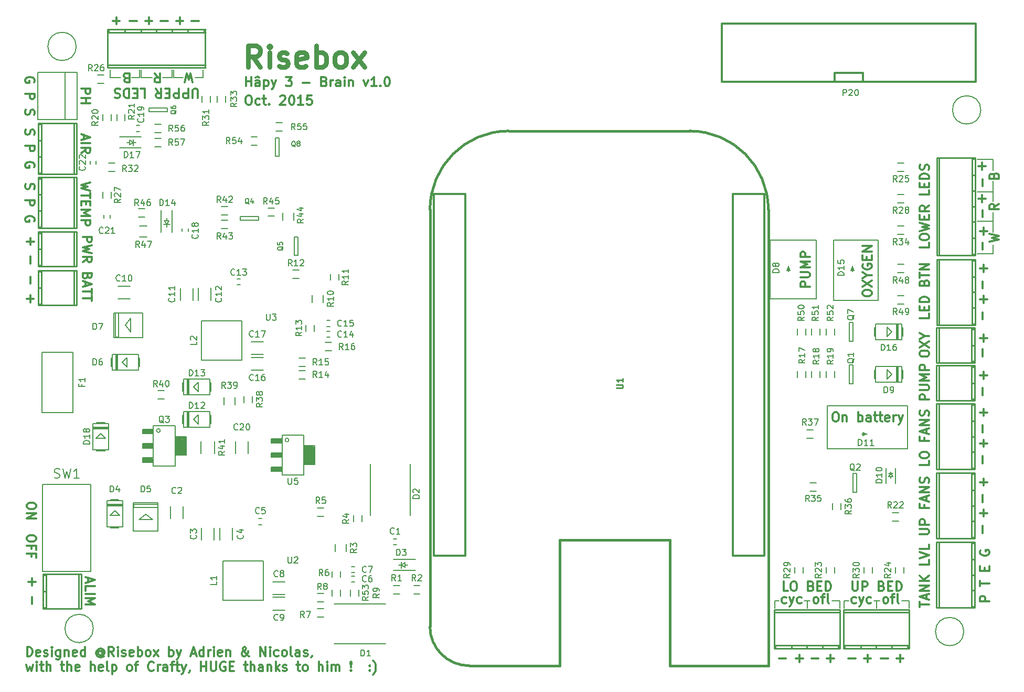
<source format=gto>
%FSLAX46Y46*%
G04 Gerber Fmt 4.6, Leading zero omitted, Abs format (unit mm)*
G04 Created by KiCad (PCBNEW (2014-jul-16 BZR unknown)-product) date Fri 02 Oct 2015 04:50:24 PM CEST*
%MOMM*%
G01*
G04 APERTURE LIST*
%ADD10C,0.100000*%
%ADD11C,0.300000*%
%ADD12C,0.750000*%
%ADD13C,0.200000*%
%ADD14C,0.150000*%
%ADD15C,0.127000*%
%ADD16C,0.304800*%
%ADD17C,0.381000*%
%ADD18C,0.254000*%
%ADD19C,0.299720*%
G04 APERTURE END LIST*
D10*
D11*
X206178571Y-73228571D02*
X206178571Y-73942857D01*
X204678571Y-73942857D01*
X204678571Y-72442857D02*
X204678571Y-72157143D01*
X204750000Y-72014285D01*
X204892857Y-71871428D01*
X205178571Y-71800000D01*
X205678571Y-71800000D01*
X205964286Y-71871428D01*
X206107143Y-72014285D01*
X206178571Y-72157143D01*
X206178571Y-72442857D01*
X206107143Y-72585714D01*
X205964286Y-72728571D01*
X205678571Y-72800000D01*
X205178571Y-72800000D01*
X204892857Y-72728571D01*
X204750000Y-72585714D01*
X204678571Y-72442857D01*
X204678571Y-71299999D02*
X206178571Y-70942856D01*
X205107143Y-70657142D01*
X206178571Y-70371428D01*
X204678571Y-70014285D01*
X205392857Y-69442856D02*
X205392857Y-68942856D01*
X206178571Y-68728570D02*
X206178571Y-69442856D01*
X204678571Y-69442856D01*
X204678571Y-68728570D01*
X206178571Y-67228570D02*
X205464286Y-67728570D01*
X206178571Y-68085713D02*
X204678571Y-68085713D01*
X204678571Y-67514285D01*
X204750000Y-67371427D01*
X204821429Y-67299999D01*
X204964286Y-67228570D01*
X205178571Y-67228570D01*
X205321429Y-67299999D01*
X205392857Y-67371427D01*
X205464286Y-67514285D01*
X205464286Y-68085713D01*
X206178571Y-64728570D02*
X206178571Y-65442856D01*
X204678571Y-65442856D01*
X205392857Y-64228570D02*
X205392857Y-63728570D01*
X206178571Y-63514284D02*
X206178571Y-64228570D01*
X204678571Y-64228570D01*
X204678571Y-63514284D01*
X206178571Y-62871427D02*
X204678571Y-62871427D01*
X204678571Y-62514284D01*
X204750000Y-62299999D01*
X204892857Y-62157141D01*
X205035714Y-62085713D01*
X205321429Y-62014284D01*
X205535714Y-62014284D01*
X205821429Y-62085713D01*
X205964286Y-62157141D01*
X206107143Y-62299999D01*
X206178571Y-62514284D01*
X206178571Y-62871427D01*
X206107143Y-61442856D02*
X206178571Y-61228570D01*
X206178571Y-60871427D01*
X206107143Y-60728570D01*
X206035714Y-60657141D01*
X205892857Y-60585713D01*
X205750000Y-60585713D01*
X205607143Y-60657141D01*
X205535714Y-60728570D01*
X205464286Y-60871427D01*
X205392857Y-61157141D01*
X205321429Y-61299999D01*
X205250000Y-61371427D01*
X205107143Y-61442856D01*
X204964286Y-61442856D01*
X204821429Y-61371427D01*
X204750000Y-61299999D01*
X204678571Y-61157141D01*
X204678571Y-60799999D01*
X204750000Y-60585713D01*
X60607143Y-139978571D02*
X60607143Y-138478571D01*
X60964286Y-138478571D01*
X61178571Y-138550000D01*
X61321429Y-138692857D01*
X61392857Y-138835714D01*
X61464286Y-139121429D01*
X61464286Y-139335714D01*
X61392857Y-139621429D01*
X61321429Y-139764286D01*
X61178571Y-139907143D01*
X60964286Y-139978571D01*
X60607143Y-139978571D01*
X62678571Y-139907143D02*
X62535714Y-139978571D01*
X62250000Y-139978571D01*
X62107143Y-139907143D01*
X62035714Y-139764286D01*
X62035714Y-139192857D01*
X62107143Y-139050000D01*
X62250000Y-138978571D01*
X62535714Y-138978571D01*
X62678571Y-139050000D01*
X62750000Y-139192857D01*
X62750000Y-139335714D01*
X62035714Y-139478571D01*
X63321428Y-139907143D02*
X63464285Y-139978571D01*
X63750000Y-139978571D01*
X63892857Y-139907143D01*
X63964285Y-139764286D01*
X63964285Y-139692857D01*
X63892857Y-139550000D01*
X63750000Y-139478571D01*
X63535714Y-139478571D01*
X63392857Y-139407143D01*
X63321428Y-139264286D01*
X63321428Y-139192857D01*
X63392857Y-139050000D01*
X63535714Y-138978571D01*
X63750000Y-138978571D01*
X63892857Y-139050000D01*
X64607143Y-139978571D02*
X64607143Y-138978571D01*
X64607143Y-138478571D02*
X64535714Y-138550000D01*
X64607143Y-138621429D01*
X64678571Y-138550000D01*
X64607143Y-138478571D01*
X64607143Y-138621429D01*
X65964286Y-138978571D02*
X65964286Y-140192857D01*
X65892857Y-140335714D01*
X65821429Y-140407143D01*
X65678572Y-140478571D01*
X65464286Y-140478571D01*
X65321429Y-140407143D01*
X65964286Y-139907143D02*
X65821429Y-139978571D01*
X65535715Y-139978571D01*
X65392857Y-139907143D01*
X65321429Y-139835714D01*
X65250000Y-139692857D01*
X65250000Y-139264286D01*
X65321429Y-139121429D01*
X65392857Y-139050000D01*
X65535715Y-138978571D01*
X65821429Y-138978571D01*
X65964286Y-139050000D01*
X66678572Y-138978571D02*
X66678572Y-139978571D01*
X66678572Y-139121429D02*
X66750000Y-139050000D01*
X66892858Y-138978571D01*
X67107143Y-138978571D01*
X67250000Y-139050000D01*
X67321429Y-139192857D01*
X67321429Y-139978571D01*
X68607143Y-139907143D02*
X68464286Y-139978571D01*
X68178572Y-139978571D01*
X68035715Y-139907143D01*
X67964286Y-139764286D01*
X67964286Y-139192857D01*
X68035715Y-139050000D01*
X68178572Y-138978571D01*
X68464286Y-138978571D01*
X68607143Y-139050000D01*
X68678572Y-139192857D01*
X68678572Y-139335714D01*
X67964286Y-139478571D01*
X69964286Y-139978571D02*
X69964286Y-138478571D01*
X69964286Y-139907143D02*
X69821429Y-139978571D01*
X69535715Y-139978571D01*
X69392857Y-139907143D01*
X69321429Y-139835714D01*
X69250000Y-139692857D01*
X69250000Y-139264286D01*
X69321429Y-139121429D01*
X69392857Y-139050000D01*
X69535715Y-138978571D01*
X69821429Y-138978571D01*
X69964286Y-139050000D01*
X72750000Y-139264286D02*
X72678572Y-139192857D01*
X72535715Y-139121429D01*
X72392857Y-139121429D01*
X72250000Y-139192857D01*
X72178572Y-139264286D01*
X72107143Y-139407143D01*
X72107143Y-139550000D01*
X72178572Y-139692857D01*
X72250000Y-139764286D01*
X72392857Y-139835714D01*
X72535715Y-139835714D01*
X72678572Y-139764286D01*
X72750000Y-139692857D01*
X72750000Y-139121429D02*
X72750000Y-139692857D01*
X72821429Y-139764286D01*
X72892857Y-139764286D01*
X73035715Y-139692857D01*
X73107143Y-139550000D01*
X73107143Y-139192857D01*
X72964286Y-138978571D01*
X72750000Y-138835714D01*
X72464286Y-138764286D01*
X72178572Y-138835714D01*
X71964286Y-138978571D01*
X71821429Y-139192857D01*
X71750000Y-139478571D01*
X71821429Y-139764286D01*
X71964286Y-139978571D01*
X72178572Y-140121429D01*
X72464286Y-140192857D01*
X72750000Y-140121429D01*
X72964286Y-139978571D01*
X74607143Y-139978571D02*
X74107143Y-139264286D01*
X73750000Y-139978571D02*
X73750000Y-138478571D01*
X74321428Y-138478571D01*
X74464286Y-138550000D01*
X74535714Y-138621429D01*
X74607143Y-138764286D01*
X74607143Y-138978571D01*
X74535714Y-139121429D01*
X74464286Y-139192857D01*
X74321428Y-139264286D01*
X73750000Y-139264286D01*
X75250000Y-139978571D02*
X75250000Y-138978571D01*
X75250000Y-138478571D02*
X75178571Y-138550000D01*
X75250000Y-138621429D01*
X75321428Y-138550000D01*
X75250000Y-138478571D01*
X75250000Y-138621429D01*
X75892857Y-139907143D02*
X76035714Y-139978571D01*
X76321429Y-139978571D01*
X76464286Y-139907143D01*
X76535714Y-139764286D01*
X76535714Y-139692857D01*
X76464286Y-139550000D01*
X76321429Y-139478571D01*
X76107143Y-139478571D01*
X75964286Y-139407143D01*
X75892857Y-139264286D01*
X75892857Y-139192857D01*
X75964286Y-139050000D01*
X76107143Y-138978571D01*
X76321429Y-138978571D01*
X76464286Y-139050000D01*
X77750000Y-139907143D02*
X77607143Y-139978571D01*
X77321429Y-139978571D01*
X77178572Y-139907143D01*
X77107143Y-139764286D01*
X77107143Y-139192857D01*
X77178572Y-139050000D01*
X77321429Y-138978571D01*
X77607143Y-138978571D01*
X77750000Y-139050000D01*
X77821429Y-139192857D01*
X77821429Y-139335714D01*
X77107143Y-139478571D01*
X78464286Y-139978571D02*
X78464286Y-138478571D01*
X78464286Y-139050000D02*
X78607143Y-138978571D01*
X78892857Y-138978571D01*
X79035714Y-139050000D01*
X79107143Y-139121429D01*
X79178572Y-139264286D01*
X79178572Y-139692857D01*
X79107143Y-139835714D01*
X79035714Y-139907143D01*
X78892857Y-139978571D01*
X78607143Y-139978571D01*
X78464286Y-139907143D01*
X80035715Y-139978571D02*
X79892857Y-139907143D01*
X79821429Y-139835714D01*
X79750000Y-139692857D01*
X79750000Y-139264286D01*
X79821429Y-139121429D01*
X79892857Y-139050000D01*
X80035715Y-138978571D01*
X80250000Y-138978571D01*
X80392857Y-139050000D01*
X80464286Y-139121429D01*
X80535715Y-139264286D01*
X80535715Y-139692857D01*
X80464286Y-139835714D01*
X80392857Y-139907143D01*
X80250000Y-139978571D01*
X80035715Y-139978571D01*
X81035715Y-139978571D02*
X81821429Y-138978571D01*
X81035715Y-138978571D02*
X81821429Y-139978571D01*
X83535715Y-139978571D02*
X83535715Y-138478571D01*
X83535715Y-139050000D02*
X83678572Y-138978571D01*
X83964286Y-138978571D01*
X84107143Y-139050000D01*
X84178572Y-139121429D01*
X84250001Y-139264286D01*
X84250001Y-139692857D01*
X84178572Y-139835714D01*
X84107143Y-139907143D01*
X83964286Y-139978571D01*
X83678572Y-139978571D01*
X83535715Y-139907143D01*
X84750001Y-138978571D02*
X85107144Y-139978571D01*
X85464286Y-138978571D02*
X85107144Y-139978571D01*
X84964286Y-140335714D01*
X84892858Y-140407143D01*
X84750001Y-140478571D01*
X87107143Y-139550000D02*
X87821429Y-139550000D01*
X86964286Y-139978571D02*
X87464286Y-138478571D01*
X87964286Y-139978571D01*
X89107143Y-139978571D02*
X89107143Y-138478571D01*
X89107143Y-139907143D02*
X88964286Y-139978571D01*
X88678572Y-139978571D01*
X88535714Y-139907143D01*
X88464286Y-139835714D01*
X88392857Y-139692857D01*
X88392857Y-139264286D01*
X88464286Y-139121429D01*
X88535714Y-139050000D01*
X88678572Y-138978571D01*
X88964286Y-138978571D01*
X89107143Y-139050000D01*
X89821429Y-139978571D02*
X89821429Y-138978571D01*
X89821429Y-139264286D02*
X89892857Y-139121429D01*
X89964286Y-139050000D01*
X90107143Y-138978571D01*
X90250000Y-138978571D01*
X90750000Y-139978571D02*
X90750000Y-138978571D01*
X90750000Y-138478571D02*
X90678571Y-138550000D01*
X90750000Y-138621429D01*
X90821428Y-138550000D01*
X90750000Y-138478571D01*
X90750000Y-138621429D01*
X92035714Y-139907143D02*
X91892857Y-139978571D01*
X91607143Y-139978571D01*
X91464286Y-139907143D01*
X91392857Y-139764286D01*
X91392857Y-139192857D01*
X91464286Y-139050000D01*
X91607143Y-138978571D01*
X91892857Y-138978571D01*
X92035714Y-139050000D01*
X92107143Y-139192857D01*
X92107143Y-139335714D01*
X91392857Y-139478571D01*
X92750000Y-138978571D02*
X92750000Y-139978571D01*
X92750000Y-139121429D02*
X92821428Y-139050000D01*
X92964286Y-138978571D01*
X93178571Y-138978571D01*
X93321428Y-139050000D01*
X93392857Y-139192857D01*
X93392857Y-139978571D01*
X96464286Y-139978571D02*
X96392857Y-139978571D01*
X96250000Y-139907143D01*
X96035714Y-139692857D01*
X95678571Y-139264286D01*
X95535714Y-139050000D01*
X95464286Y-138835714D01*
X95464286Y-138692857D01*
X95535714Y-138550000D01*
X95678571Y-138478571D01*
X95750000Y-138478571D01*
X95892857Y-138550000D01*
X95964286Y-138692857D01*
X95964286Y-138764286D01*
X95892857Y-138907143D01*
X95821428Y-138978571D01*
X95392857Y-139264286D01*
X95321428Y-139335714D01*
X95250000Y-139478571D01*
X95250000Y-139692857D01*
X95321428Y-139835714D01*
X95392857Y-139907143D01*
X95535714Y-139978571D01*
X95750000Y-139978571D01*
X95892857Y-139907143D01*
X95964286Y-139835714D01*
X96178571Y-139550000D01*
X96250000Y-139335714D01*
X96250000Y-139192857D01*
X98250000Y-139978571D02*
X98250000Y-138478571D01*
X99107143Y-139978571D01*
X99107143Y-138478571D01*
X99821429Y-139978571D02*
X99821429Y-138978571D01*
X99821429Y-138478571D02*
X99750000Y-138550000D01*
X99821429Y-138621429D01*
X99892857Y-138550000D01*
X99821429Y-138478571D01*
X99821429Y-138621429D01*
X101178572Y-139907143D02*
X101035715Y-139978571D01*
X100750001Y-139978571D01*
X100607143Y-139907143D01*
X100535715Y-139835714D01*
X100464286Y-139692857D01*
X100464286Y-139264286D01*
X100535715Y-139121429D01*
X100607143Y-139050000D01*
X100750001Y-138978571D01*
X101035715Y-138978571D01*
X101178572Y-139050000D01*
X102035715Y-139978571D02*
X101892857Y-139907143D01*
X101821429Y-139835714D01*
X101750000Y-139692857D01*
X101750000Y-139264286D01*
X101821429Y-139121429D01*
X101892857Y-139050000D01*
X102035715Y-138978571D01*
X102250000Y-138978571D01*
X102392857Y-139050000D01*
X102464286Y-139121429D01*
X102535715Y-139264286D01*
X102535715Y-139692857D01*
X102464286Y-139835714D01*
X102392857Y-139907143D01*
X102250000Y-139978571D01*
X102035715Y-139978571D01*
X103392858Y-139978571D02*
X103250000Y-139907143D01*
X103178572Y-139764286D01*
X103178572Y-138478571D01*
X104607143Y-139978571D02*
X104607143Y-139192857D01*
X104535714Y-139050000D01*
X104392857Y-138978571D01*
X104107143Y-138978571D01*
X103964286Y-139050000D01*
X104607143Y-139907143D02*
X104464286Y-139978571D01*
X104107143Y-139978571D01*
X103964286Y-139907143D01*
X103892857Y-139764286D01*
X103892857Y-139621429D01*
X103964286Y-139478571D01*
X104107143Y-139407143D01*
X104464286Y-139407143D01*
X104607143Y-139335714D01*
X105250000Y-139907143D02*
X105392857Y-139978571D01*
X105678572Y-139978571D01*
X105821429Y-139907143D01*
X105892857Y-139764286D01*
X105892857Y-139692857D01*
X105821429Y-139550000D01*
X105678572Y-139478571D01*
X105464286Y-139478571D01*
X105321429Y-139407143D01*
X105250000Y-139264286D01*
X105250000Y-139192857D01*
X105321429Y-139050000D01*
X105464286Y-138978571D01*
X105678572Y-138978571D01*
X105821429Y-139050000D01*
X106607143Y-139907143D02*
X106607143Y-139978571D01*
X106535715Y-140121429D01*
X106464286Y-140192857D01*
X60464286Y-141378571D02*
X60750000Y-142378571D01*
X61035714Y-141664286D01*
X61321429Y-142378571D01*
X61607143Y-141378571D01*
X62178572Y-142378571D02*
X62178572Y-141378571D01*
X62178572Y-140878571D02*
X62107143Y-140950000D01*
X62178572Y-141021429D01*
X62250000Y-140950000D01*
X62178572Y-140878571D01*
X62178572Y-141021429D01*
X62678572Y-141378571D02*
X63250001Y-141378571D01*
X62892858Y-140878571D02*
X62892858Y-142164286D01*
X62964286Y-142307143D01*
X63107144Y-142378571D01*
X63250001Y-142378571D01*
X63750001Y-142378571D02*
X63750001Y-140878571D01*
X64392858Y-142378571D02*
X64392858Y-141592857D01*
X64321429Y-141450000D01*
X64178572Y-141378571D01*
X63964287Y-141378571D01*
X63821429Y-141450000D01*
X63750001Y-141521429D01*
X66035715Y-141378571D02*
X66607144Y-141378571D01*
X66250001Y-140878571D02*
X66250001Y-142164286D01*
X66321429Y-142307143D01*
X66464287Y-142378571D01*
X66607144Y-142378571D01*
X67107144Y-142378571D02*
X67107144Y-140878571D01*
X67750001Y-142378571D02*
X67750001Y-141592857D01*
X67678572Y-141450000D01*
X67535715Y-141378571D01*
X67321430Y-141378571D01*
X67178572Y-141450000D01*
X67107144Y-141521429D01*
X69035715Y-142307143D02*
X68892858Y-142378571D01*
X68607144Y-142378571D01*
X68464287Y-142307143D01*
X68392858Y-142164286D01*
X68392858Y-141592857D01*
X68464287Y-141450000D01*
X68607144Y-141378571D01*
X68892858Y-141378571D01*
X69035715Y-141450000D01*
X69107144Y-141592857D01*
X69107144Y-141735714D01*
X68392858Y-141878571D01*
X70892858Y-142378571D02*
X70892858Y-140878571D01*
X71535715Y-142378571D02*
X71535715Y-141592857D01*
X71464286Y-141450000D01*
X71321429Y-141378571D01*
X71107144Y-141378571D01*
X70964286Y-141450000D01*
X70892858Y-141521429D01*
X72821429Y-142307143D02*
X72678572Y-142378571D01*
X72392858Y-142378571D01*
X72250001Y-142307143D01*
X72178572Y-142164286D01*
X72178572Y-141592857D01*
X72250001Y-141450000D01*
X72392858Y-141378571D01*
X72678572Y-141378571D01*
X72821429Y-141450000D01*
X72892858Y-141592857D01*
X72892858Y-141735714D01*
X72178572Y-141878571D01*
X73750001Y-142378571D02*
X73607143Y-142307143D01*
X73535715Y-142164286D01*
X73535715Y-140878571D01*
X74321429Y-141378571D02*
X74321429Y-142878571D01*
X74321429Y-141450000D02*
X74464286Y-141378571D01*
X74750000Y-141378571D01*
X74892857Y-141450000D01*
X74964286Y-141521429D01*
X75035715Y-141664286D01*
X75035715Y-142092857D01*
X74964286Y-142235714D01*
X74892857Y-142307143D01*
X74750000Y-142378571D01*
X74464286Y-142378571D01*
X74321429Y-142307143D01*
X77035715Y-142378571D02*
X76892857Y-142307143D01*
X76821429Y-142235714D01*
X76750000Y-142092857D01*
X76750000Y-141664286D01*
X76821429Y-141521429D01*
X76892857Y-141450000D01*
X77035715Y-141378571D01*
X77250000Y-141378571D01*
X77392857Y-141450000D01*
X77464286Y-141521429D01*
X77535715Y-141664286D01*
X77535715Y-142092857D01*
X77464286Y-142235714D01*
X77392857Y-142307143D01*
X77250000Y-142378571D01*
X77035715Y-142378571D01*
X77964286Y-141378571D02*
X78535715Y-141378571D01*
X78178572Y-142378571D02*
X78178572Y-141092857D01*
X78250000Y-140950000D01*
X78392858Y-140878571D01*
X78535715Y-140878571D01*
X81035715Y-142235714D02*
X80964286Y-142307143D01*
X80750000Y-142378571D01*
X80607143Y-142378571D01*
X80392858Y-142307143D01*
X80250000Y-142164286D01*
X80178572Y-142021429D01*
X80107143Y-141735714D01*
X80107143Y-141521429D01*
X80178572Y-141235714D01*
X80250000Y-141092857D01*
X80392858Y-140950000D01*
X80607143Y-140878571D01*
X80750000Y-140878571D01*
X80964286Y-140950000D01*
X81035715Y-141021429D01*
X81678572Y-142378571D02*
X81678572Y-141378571D01*
X81678572Y-141664286D02*
X81750000Y-141521429D01*
X81821429Y-141450000D01*
X81964286Y-141378571D01*
X82107143Y-141378571D01*
X83250000Y-142378571D02*
X83250000Y-141592857D01*
X83178571Y-141450000D01*
X83035714Y-141378571D01*
X82750000Y-141378571D01*
X82607143Y-141450000D01*
X83250000Y-142307143D02*
X83107143Y-142378571D01*
X82750000Y-142378571D01*
X82607143Y-142307143D01*
X82535714Y-142164286D01*
X82535714Y-142021429D01*
X82607143Y-141878571D01*
X82750000Y-141807143D01*
X83107143Y-141807143D01*
X83250000Y-141735714D01*
X83750000Y-141378571D02*
X84321429Y-141378571D01*
X83964286Y-142378571D02*
X83964286Y-141092857D01*
X84035714Y-140950000D01*
X84178572Y-140878571D01*
X84321429Y-140878571D01*
X84607143Y-141378571D02*
X85178572Y-141378571D01*
X84821429Y-140878571D02*
X84821429Y-142164286D01*
X84892857Y-142307143D01*
X85035715Y-142378571D01*
X85178572Y-142378571D01*
X85535715Y-141378571D02*
X85892858Y-142378571D01*
X86250000Y-141378571D02*
X85892858Y-142378571D01*
X85750000Y-142735714D01*
X85678572Y-142807143D01*
X85535715Y-142878571D01*
X86892857Y-142307143D02*
X86892857Y-142378571D01*
X86821429Y-142521429D01*
X86750000Y-142592857D01*
X88678572Y-142378571D02*
X88678572Y-140878571D01*
X88678572Y-141592857D02*
X89535715Y-141592857D01*
X89535715Y-142378571D02*
X89535715Y-140878571D01*
X90250001Y-140878571D02*
X90250001Y-142092857D01*
X90321429Y-142235714D01*
X90392858Y-142307143D01*
X90535715Y-142378571D01*
X90821429Y-142378571D01*
X90964287Y-142307143D01*
X91035715Y-142235714D01*
X91107144Y-142092857D01*
X91107144Y-140878571D01*
X92607144Y-140950000D02*
X92464287Y-140878571D01*
X92250001Y-140878571D01*
X92035716Y-140950000D01*
X91892858Y-141092857D01*
X91821430Y-141235714D01*
X91750001Y-141521429D01*
X91750001Y-141735714D01*
X91821430Y-142021429D01*
X91892858Y-142164286D01*
X92035716Y-142307143D01*
X92250001Y-142378571D01*
X92392858Y-142378571D01*
X92607144Y-142307143D01*
X92678573Y-142235714D01*
X92678573Y-141735714D01*
X92392858Y-141735714D01*
X93321430Y-141592857D02*
X93821430Y-141592857D01*
X94035716Y-142378571D02*
X93321430Y-142378571D01*
X93321430Y-140878571D01*
X94035716Y-140878571D01*
X95607144Y-141378571D02*
X96178573Y-141378571D01*
X95821430Y-140878571D02*
X95821430Y-142164286D01*
X95892858Y-142307143D01*
X96035716Y-142378571D01*
X96178573Y-142378571D01*
X96678573Y-142378571D02*
X96678573Y-140878571D01*
X97321430Y-142378571D02*
X97321430Y-141592857D01*
X97250001Y-141450000D01*
X97107144Y-141378571D01*
X96892859Y-141378571D01*
X96750001Y-141450000D01*
X96678573Y-141521429D01*
X98678573Y-142378571D02*
X98678573Y-141592857D01*
X98607144Y-141450000D01*
X98464287Y-141378571D01*
X98178573Y-141378571D01*
X98035716Y-141450000D01*
X98678573Y-142307143D02*
X98535716Y-142378571D01*
X98178573Y-142378571D01*
X98035716Y-142307143D01*
X97964287Y-142164286D01*
X97964287Y-142021429D01*
X98035716Y-141878571D01*
X98178573Y-141807143D01*
X98535716Y-141807143D01*
X98678573Y-141735714D01*
X99392859Y-141378571D02*
X99392859Y-142378571D01*
X99392859Y-141521429D02*
X99464287Y-141450000D01*
X99607145Y-141378571D01*
X99821430Y-141378571D01*
X99964287Y-141450000D01*
X100035716Y-141592857D01*
X100035716Y-142378571D01*
X100750002Y-142378571D02*
X100750002Y-140878571D01*
X100892859Y-141807143D02*
X101321430Y-142378571D01*
X101321430Y-141378571D02*
X100750002Y-141950000D01*
X101892859Y-142307143D02*
X102035716Y-142378571D01*
X102321431Y-142378571D01*
X102464288Y-142307143D01*
X102535716Y-142164286D01*
X102535716Y-142092857D01*
X102464288Y-141950000D01*
X102321431Y-141878571D01*
X102107145Y-141878571D01*
X101964288Y-141807143D01*
X101892859Y-141664286D01*
X101892859Y-141592857D01*
X101964288Y-141450000D01*
X102107145Y-141378571D01*
X102321431Y-141378571D01*
X102464288Y-141450000D01*
X104107145Y-141378571D02*
X104678574Y-141378571D01*
X104321431Y-140878571D02*
X104321431Y-142164286D01*
X104392859Y-142307143D01*
X104535717Y-142378571D01*
X104678574Y-142378571D01*
X105392860Y-142378571D02*
X105250002Y-142307143D01*
X105178574Y-142235714D01*
X105107145Y-142092857D01*
X105107145Y-141664286D01*
X105178574Y-141521429D01*
X105250002Y-141450000D01*
X105392860Y-141378571D01*
X105607145Y-141378571D01*
X105750002Y-141450000D01*
X105821431Y-141521429D01*
X105892860Y-141664286D01*
X105892860Y-142092857D01*
X105821431Y-142235714D01*
X105750002Y-142307143D01*
X105607145Y-142378571D01*
X105392860Y-142378571D01*
X107678574Y-142378571D02*
X107678574Y-140878571D01*
X108321431Y-142378571D02*
X108321431Y-141592857D01*
X108250002Y-141450000D01*
X108107145Y-141378571D01*
X107892860Y-141378571D01*
X107750002Y-141450000D01*
X107678574Y-141521429D01*
X109035717Y-142378571D02*
X109035717Y-141378571D01*
X109035717Y-140878571D02*
X108964288Y-140950000D01*
X109035717Y-141021429D01*
X109107145Y-140950000D01*
X109035717Y-140878571D01*
X109035717Y-141021429D01*
X109750003Y-142378571D02*
X109750003Y-141378571D01*
X109750003Y-141521429D02*
X109821431Y-141450000D01*
X109964289Y-141378571D01*
X110178574Y-141378571D01*
X110321431Y-141450000D01*
X110392860Y-141592857D01*
X110392860Y-142378571D01*
X110392860Y-141592857D02*
X110464289Y-141450000D01*
X110607146Y-141378571D01*
X110821431Y-141378571D01*
X110964289Y-141450000D01*
X111035717Y-141592857D01*
X111035717Y-142378571D01*
X112892860Y-142235714D02*
X112964288Y-142307143D01*
X112892860Y-142378571D01*
X112821431Y-142307143D01*
X112892860Y-142235714D01*
X112892860Y-142378571D01*
X112892860Y-141807143D02*
X112821431Y-140950000D01*
X112892860Y-140878571D01*
X112964288Y-140950000D01*
X112892860Y-141807143D01*
X112892860Y-140878571D01*
X115892860Y-142235714D02*
X115964288Y-142307143D01*
X115892860Y-142378571D01*
X115821431Y-142307143D01*
X115892860Y-142235714D01*
X115892860Y-142378571D01*
X115892860Y-141450000D02*
X115964288Y-141521429D01*
X115892860Y-141592857D01*
X115821431Y-141521429D01*
X115892860Y-141450000D01*
X115892860Y-141592857D01*
X116464289Y-142950000D02*
X116535717Y-142878571D01*
X116678574Y-142664286D01*
X116750003Y-142521429D01*
X116821432Y-142307143D01*
X116892860Y-141950000D01*
X116892860Y-141664286D01*
X116821432Y-141307143D01*
X116750003Y-141092857D01*
X116678574Y-140950000D01*
X116535717Y-140735714D01*
X116464289Y-140664286D01*
X96250001Y-49428571D02*
X96535715Y-49428571D01*
X96678573Y-49500000D01*
X96821430Y-49642857D01*
X96892858Y-49928571D01*
X96892858Y-50428571D01*
X96821430Y-50714286D01*
X96678573Y-50857143D01*
X96535715Y-50928571D01*
X96250001Y-50928571D01*
X96107144Y-50857143D01*
X95964287Y-50714286D01*
X95892858Y-50428571D01*
X95892858Y-49928571D01*
X95964287Y-49642857D01*
X96107144Y-49500000D01*
X96250001Y-49428571D01*
X98178573Y-50857143D02*
X98035716Y-50928571D01*
X97750002Y-50928571D01*
X97607144Y-50857143D01*
X97535716Y-50785714D01*
X97464287Y-50642857D01*
X97464287Y-50214286D01*
X97535716Y-50071429D01*
X97607144Y-50000000D01*
X97750002Y-49928571D01*
X98035716Y-49928571D01*
X98178573Y-50000000D01*
X98607144Y-49928571D02*
X99178573Y-49928571D01*
X98821430Y-49428571D02*
X98821430Y-50714286D01*
X98892858Y-50857143D01*
X99035716Y-50928571D01*
X99178573Y-50928571D01*
X99678573Y-50785714D02*
X99750001Y-50857143D01*
X99678573Y-50928571D01*
X99607144Y-50857143D01*
X99678573Y-50785714D01*
X99678573Y-50928571D01*
X101464287Y-49571429D02*
X101535716Y-49500000D01*
X101678573Y-49428571D01*
X102035716Y-49428571D01*
X102178573Y-49500000D01*
X102250002Y-49571429D01*
X102321430Y-49714286D01*
X102321430Y-49857143D01*
X102250002Y-50071429D01*
X101392859Y-50928571D01*
X102321430Y-50928571D01*
X103250001Y-49428571D02*
X103392858Y-49428571D01*
X103535715Y-49500000D01*
X103607144Y-49571429D01*
X103678573Y-49714286D01*
X103750001Y-50000000D01*
X103750001Y-50357143D01*
X103678573Y-50642857D01*
X103607144Y-50785714D01*
X103535715Y-50857143D01*
X103392858Y-50928571D01*
X103250001Y-50928571D01*
X103107144Y-50857143D01*
X103035715Y-50785714D01*
X102964287Y-50642857D01*
X102892858Y-50357143D01*
X102892858Y-50000000D01*
X102964287Y-49714286D01*
X103035715Y-49571429D01*
X103107144Y-49500000D01*
X103250001Y-49428571D01*
X105178572Y-50928571D02*
X104321429Y-50928571D01*
X104750001Y-50928571D02*
X104750001Y-49428571D01*
X104607144Y-49642857D01*
X104464286Y-49785714D01*
X104321429Y-49857143D01*
X106535715Y-49428571D02*
X105821429Y-49428571D01*
X105750000Y-50142857D01*
X105821429Y-50071429D01*
X105964286Y-50000000D01*
X106321429Y-50000000D01*
X106464286Y-50071429D01*
X106535715Y-50142857D01*
X106607143Y-50285714D01*
X106607143Y-50642857D01*
X106535715Y-50785714D01*
X106464286Y-50857143D01*
X106321429Y-50928571D01*
X105964286Y-50928571D01*
X105821429Y-50857143D01*
X105750000Y-50785714D01*
X95928572Y-47928571D02*
X95928572Y-46428571D01*
X95928572Y-47142857D02*
X96785715Y-47142857D01*
X96785715Y-47928571D02*
X96785715Y-46428571D01*
X98142858Y-47928571D02*
X98142858Y-47142857D01*
X98071429Y-47000000D01*
X97928572Y-46928571D01*
X97642858Y-46928571D01*
X97500001Y-47000000D01*
X98142858Y-47857143D02*
X98000001Y-47928571D01*
X97642858Y-47928571D01*
X97500001Y-47857143D01*
X97428572Y-47714286D01*
X97428572Y-47571429D01*
X97500001Y-47428571D01*
X97642858Y-47357143D01*
X98000001Y-47357143D01*
X98142858Y-47285714D01*
X97500001Y-46571429D02*
X97785715Y-46357143D01*
X98071429Y-46571429D01*
X98857144Y-46928571D02*
X98857144Y-48428571D01*
X98857144Y-47000000D02*
X99000001Y-46928571D01*
X99285715Y-46928571D01*
X99428572Y-47000000D01*
X99500001Y-47071429D01*
X99571430Y-47214286D01*
X99571430Y-47642857D01*
X99500001Y-47785714D01*
X99428572Y-47857143D01*
X99285715Y-47928571D01*
X99000001Y-47928571D01*
X98857144Y-47857143D01*
X100071430Y-46928571D02*
X100428573Y-47928571D01*
X100785715Y-46928571D02*
X100428573Y-47928571D01*
X100285715Y-48285714D01*
X100214287Y-48357143D01*
X100071430Y-48428571D01*
X102357144Y-46428571D02*
X103285715Y-46428571D01*
X102785715Y-47000000D01*
X103000001Y-47000000D01*
X103142858Y-47071429D01*
X103214287Y-47142857D01*
X103285715Y-47285714D01*
X103285715Y-47642857D01*
X103214287Y-47785714D01*
X103142858Y-47857143D01*
X103000001Y-47928571D01*
X102571429Y-47928571D01*
X102428572Y-47857143D01*
X102357144Y-47785714D01*
X105071429Y-47357143D02*
X106214286Y-47357143D01*
X108571429Y-47142857D02*
X108785715Y-47214286D01*
X108857143Y-47285714D01*
X108928572Y-47428571D01*
X108928572Y-47642857D01*
X108857143Y-47785714D01*
X108785715Y-47857143D01*
X108642857Y-47928571D01*
X108071429Y-47928571D01*
X108071429Y-46428571D01*
X108571429Y-46428571D01*
X108714286Y-46500000D01*
X108785715Y-46571429D01*
X108857143Y-46714286D01*
X108857143Y-46857143D01*
X108785715Y-47000000D01*
X108714286Y-47071429D01*
X108571429Y-47142857D01*
X108071429Y-47142857D01*
X109571429Y-47928571D02*
X109571429Y-46928571D01*
X109571429Y-47214286D02*
X109642857Y-47071429D01*
X109714286Y-47000000D01*
X109857143Y-46928571D01*
X110000000Y-46928571D01*
X111142857Y-47928571D02*
X111142857Y-47142857D01*
X111071428Y-47000000D01*
X110928571Y-46928571D01*
X110642857Y-46928571D01*
X110500000Y-47000000D01*
X111142857Y-47857143D02*
X111000000Y-47928571D01*
X110642857Y-47928571D01*
X110500000Y-47857143D01*
X110428571Y-47714286D01*
X110428571Y-47571429D01*
X110500000Y-47428571D01*
X110642857Y-47357143D01*
X111000000Y-47357143D01*
X111142857Y-47285714D01*
X111857143Y-47928571D02*
X111857143Y-46928571D01*
X111857143Y-46428571D02*
X111785714Y-46500000D01*
X111857143Y-46571429D01*
X111928571Y-46500000D01*
X111857143Y-46428571D01*
X111857143Y-46571429D01*
X112571429Y-46928571D02*
X112571429Y-47928571D01*
X112571429Y-47071429D02*
X112642857Y-47000000D01*
X112785715Y-46928571D01*
X113000000Y-46928571D01*
X113142857Y-47000000D01*
X113214286Y-47142857D01*
X113214286Y-47928571D01*
X114928572Y-46928571D02*
X115285715Y-47928571D01*
X115642857Y-46928571D01*
X117000000Y-47928571D02*
X116142857Y-47928571D01*
X116571429Y-47928571D02*
X116571429Y-46428571D01*
X116428572Y-46642857D01*
X116285714Y-46785714D01*
X116142857Y-46857143D01*
X117642857Y-47785714D02*
X117714285Y-47857143D01*
X117642857Y-47928571D01*
X117571428Y-47857143D01*
X117642857Y-47785714D01*
X117642857Y-47928571D01*
X118642857Y-46428571D02*
X118785714Y-46428571D01*
X118928571Y-46500000D01*
X119000000Y-46571429D01*
X119071429Y-46714286D01*
X119142857Y-47000000D01*
X119142857Y-47357143D01*
X119071429Y-47642857D01*
X119000000Y-47785714D01*
X118928571Y-47857143D01*
X118785714Y-47928571D01*
X118642857Y-47928571D01*
X118500000Y-47857143D01*
X118428571Y-47785714D01*
X118357143Y-47642857D01*
X118285714Y-47357143D01*
X118285714Y-47000000D01*
X118357143Y-46714286D01*
X118428571Y-46571429D01*
X118500000Y-46500000D01*
X118642857Y-46428571D01*
D12*
X98250000Y-44833333D02*
X97083334Y-43166667D01*
X96250000Y-44833333D02*
X96250000Y-41333333D01*
X97583334Y-41333333D01*
X97916667Y-41500000D01*
X98083334Y-41666667D01*
X98250000Y-42000000D01*
X98250000Y-42500000D01*
X98083334Y-42833333D01*
X97916667Y-43000000D01*
X97583334Y-43166667D01*
X96250000Y-43166667D01*
X99750000Y-44833333D02*
X99750000Y-42500000D01*
X99750000Y-41333333D02*
X99583334Y-41500000D01*
X99750000Y-41666667D01*
X99916667Y-41500000D01*
X99750000Y-41333333D01*
X99750000Y-41666667D01*
X101250001Y-44666667D02*
X101583334Y-44833333D01*
X102250001Y-44833333D01*
X102583334Y-44666667D01*
X102750001Y-44333333D01*
X102750001Y-44166667D01*
X102583334Y-43833333D01*
X102250001Y-43666667D01*
X101750001Y-43666667D01*
X101416667Y-43500000D01*
X101250001Y-43166667D01*
X101250001Y-43000000D01*
X101416667Y-42666667D01*
X101750001Y-42500000D01*
X102250001Y-42500000D01*
X102583334Y-42666667D01*
X105583334Y-44666667D02*
X105250000Y-44833333D01*
X104583334Y-44833333D01*
X104250000Y-44666667D01*
X104083334Y-44333333D01*
X104083334Y-43000000D01*
X104250000Y-42666667D01*
X104583334Y-42500000D01*
X105250000Y-42500000D01*
X105583334Y-42666667D01*
X105750000Y-43000000D01*
X105750000Y-43333333D01*
X104083334Y-43666667D01*
X107250000Y-44833333D02*
X107250000Y-41333333D01*
X107250000Y-42666667D02*
X107583334Y-42500000D01*
X108250000Y-42500000D01*
X108583334Y-42666667D01*
X108750000Y-42833333D01*
X108916667Y-43166667D01*
X108916667Y-44166667D01*
X108750000Y-44500000D01*
X108583334Y-44666667D01*
X108250000Y-44833333D01*
X107583334Y-44833333D01*
X107250000Y-44666667D01*
X110916667Y-44833333D02*
X110583334Y-44666667D01*
X110416667Y-44500000D01*
X110250001Y-44166667D01*
X110250001Y-43166667D01*
X110416667Y-42833333D01*
X110583334Y-42666667D01*
X110916667Y-42500000D01*
X111416667Y-42500000D01*
X111750001Y-42666667D01*
X111916667Y-42833333D01*
X112083334Y-43166667D01*
X112083334Y-44166667D01*
X111916667Y-44500000D01*
X111750001Y-44666667D01*
X111416667Y-44833333D01*
X110916667Y-44833333D01*
X113250001Y-44833333D02*
X115083334Y-42500000D01*
X113250001Y-42500000D02*
X115083334Y-44833333D01*
D13*
X188000000Y-72750000D02*
X187500000Y-72750000D01*
X188000000Y-82250000D02*
X188000000Y-72750000D01*
X180500000Y-82250000D02*
X188000000Y-82250000D01*
X180500000Y-72750000D02*
X180500000Y-82250000D01*
X187750000Y-72750000D02*
X180500000Y-72750000D01*
X198000000Y-72750000D02*
X190750000Y-72750000D01*
X198000000Y-82500000D02*
X198000000Y-72750000D01*
X190750000Y-82500000D02*
X198000000Y-82500000D01*
X190750000Y-72750000D02*
X190750000Y-82500000D01*
D11*
X186928571Y-80285714D02*
X185428571Y-80285714D01*
X185428571Y-79714286D01*
X185500000Y-79571428D01*
X185571429Y-79500000D01*
X185714286Y-79428571D01*
X185928571Y-79428571D01*
X186071429Y-79500000D01*
X186142857Y-79571428D01*
X186214286Y-79714286D01*
X186214286Y-80285714D01*
X185428571Y-78785714D02*
X186642857Y-78785714D01*
X186785714Y-78714286D01*
X186857143Y-78642857D01*
X186928571Y-78500000D01*
X186928571Y-78214286D01*
X186857143Y-78071428D01*
X186785714Y-78000000D01*
X186642857Y-77928571D01*
X185428571Y-77928571D01*
X186928571Y-77214285D02*
X185428571Y-77214285D01*
X186500000Y-76714285D01*
X185428571Y-76214285D01*
X186928571Y-76214285D01*
X186928571Y-75499999D02*
X185428571Y-75499999D01*
X185428571Y-74928571D01*
X185500000Y-74785713D01*
X185571429Y-74714285D01*
X185714286Y-74642856D01*
X185928571Y-74642856D01*
X186071429Y-74714285D01*
X186142857Y-74785713D01*
X186214286Y-74928571D01*
X186214286Y-75499999D01*
X195428571Y-81464286D02*
X195428571Y-81178572D01*
X195500000Y-81035714D01*
X195642857Y-80892857D01*
X195928571Y-80821429D01*
X196428571Y-80821429D01*
X196714286Y-80892857D01*
X196857143Y-81035714D01*
X196928571Y-81178572D01*
X196928571Y-81464286D01*
X196857143Y-81607143D01*
X196714286Y-81750000D01*
X196428571Y-81821429D01*
X195928571Y-81821429D01*
X195642857Y-81750000D01*
X195500000Y-81607143D01*
X195428571Y-81464286D01*
X195428571Y-80321428D02*
X196928571Y-79321428D01*
X195428571Y-79321428D02*
X196928571Y-80321428D01*
X196214286Y-78464286D02*
X196928571Y-78464286D01*
X195428571Y-78964286D02*
X196214286Y-78464286D01*
X195428571Y-77964286D01*
X195500000Y-76678572D02*
X195428571Y-76821429D01*
X195428571Y-77035715D01*
X195500000Y-77250000D01*
X195642857Y-77392858D01*
X195785714Y-77464286D01*
X196071429Y-77535715D01*
X196285714Y-77535715D01*
X196571429Y-77464286D01*
X196714286Y-77392858D01*
X196857143Y-77250000D01*
X196928571Y-77035715D01*
X196928571Y-76892858D01*
X196857143Y-76678572D01*
X196785714Y-76607143D01*
X196285714Y-76607143D01*
X196285714Y-76892858D01*
X196142857Y-75964286D02*
X196142857Y-75464286D01*
X196928571Y-75250000D02*
X196928571Y-75964286D01*
X195428571Y-75964286D01*
X195428571Y-75250000D01*
X196928571Y-74607143D02*
X195428571Y-74607143D01*
X196928571Y-73750000D01*
X195428571Y-73750000D01*
D13*
X202750000Y-106500000D02*
X202750000Y-105750000D01*
X189750000Y-106500000D02*
X202750000Y-106500000D01*
X189750000Y-106000000D02*
X189750000Y-106500000D01*
D11*
X62071429Y-120821429D02*
X62071429Y-121107143D01*
X62000000Y-121250001D01*
X61857143Y-121392858D01*
X61571429Y-121464286D01*
X61071429Y-121464286D01*
X60785714Y-121392858D01*
X60642857Y-121250001D01*
X60571429Y-121107143D01*
X60571429Y-120821429D01*
X60642857Y-120678572D01*
X60785714Y-120535715D01*
X61071429Y-120464286D01*
X61571429Y-120464286D01*
X61857143Y-120535715D01*
X62000000Y-120678572D01*
X62071429Y-120821429D01*
X61357143Y-122607144D02*
X61357143Y-122107144D01*
X60571429Y-122107144D02*
X62071429Y-122107144D01*
X62071429Y-122821430D01*
X61357143Y-123892858D02*
X61357143Y-123392858D01*
X60571429Y-123392858D02*
X62071429Y-123392858D01*
X62071429Y-124107144D01*
X62071429Y-115571428D02*
X62071429Y-115857142D01*
X62000000Y-116000000D01*
X61857143Y-116142857D01*
X61571429Y-116214285D01*
X61071429Y-116214285D01*
X60785714Y-116142857D01*
X60642857Y-116000000D01*
X60571429Y-115857142D01*
X60571429Y-115571428D01*
X60642857Y-115428571D01*
X60785714Y-115285714D01*
X61071429Y-115214285D01*
X61571429Y-115214285D01*
X61857143Y-115285714D01*
X62000000Y-115428571D01*
X62071429Y-115571428D01*
X60571429Y-116857143D02*
X62071429Y-116857143D01*
X60571429Y-117714286D01*
X62071429Y-117714286D01*
X200928572Y-140357143D02*
X202071429Y-140357143D01*
X201500000Y-140928571D02*
X201500000Y-139785714D01*
X198428572Y-140357143D02*
X199571429Y-140357143D01*
X195678572Y-140357143D02*
X196821429Y-140357143D01*
X196250000Y-140928571D02*
X196250000Y-139785714D01*
X193178572Y-140357143D02*
X194321429Y-140357143D01*
X189678572Y-140357143D02*
X190821429Y-140357143D01*
X190250000Y-140928571D02*
X190250000Y-139785714D01*
X187178572Y-140357143D02*
X188321429Y-140357143D01*
X184678572Y-140357143D02*
X185821429Y-140357143D01*
X185250000Y-140928571D02*
X185250000Y-139785714D01*
X181928572Y-140357143D02*
X183071429Y-140357143D01*
D13*
X203000000Y-131000000D02*
X203000000Y-132250000D01*
X201750000Y-131000000D02*
X203000000Y-131000000D01*
X192500000Y-131000000D02*
X192500000Y-132250000D01*
X193250000Y-131000000D02*
X192500000Y-131000000D01*
X197750000Y-131000000D02*
X197750000Y-132250000D01*
X197250000Y-131000000D02*
X198250000Y-131000000D01*
D11*
X199071429Y-131428571D02*
X198928571Y-131357143D01*
X198857143Y-131285714D01*
X198785714Y-131142857D01*
X198785714Y-130714286D01*
X198857143Y-130571429D01*
X198928571Y-130500000D01*
X199071429Y-130428571D01*
X199285714Y-130428571D01*
X199428571Y-130500000D01*
X199500000Y-130571429D01*
X199571429Y-130714286D01*
X199571429Y-131142857D01*
X199500000Y-131285714D01*
X199428571Y-131357143D01*
X199285714Y-131428571D01*
X199071429Y-131428571D01*
X200000000Y-130428571D02*
X200571429Y-130428571D01*
X200214286Y-131428571D02*
X200214286Y-130142857D01*
X200285714Y-130000000D01*
X200428572Y-129928571D01*
X200571429Y-129928571D01*
X201285715Y-131428571D02*
X201142857Y-131357143D01*
X201071429Y-131214286D01*
X201071429Y-129928571D01*
X194392858Y-131357143D02*
X194250001Y-131428571D01*
X193964287Y-131428571D01*
X193821429Y-131357143D01*
X193750001Y-131285714D01*
X193678572Y-131142857D01*
X193678572Y-130714286D01*
X193750001Y-130571429D01*
X193821429Y-130500000D01*
X193964287Y-130428571D01*
X194250001Y-130428571D01*
X194392858Y-130500000D01*
X194892858Y-130428571D02*
X195250001Y-131428571D01*
X195607143Y-130428571D02*
X195250001Y-131428571D01*
X195107143Y-131785714D01*
X195035715Y-131857143D01*
X194892858Y-131928571D01*
X196821429Y-131357143D02*
X196678572Y-131428571D01*
X196392858Y-131428571D01*
X196250000Y-131357143D01*
X196178572Y-131285714D01*
X196107143Y-131142857D01*
X196107143Y-130714286D01*
X196178572Y-130571429D01*
X196250000Y-130500000D01*
X196392858Y-130428571D01*
X196678572Y-130428571D01*
X196821429Y-130500000D01*
D13*
X191750000Y-131000000D02*
X191750000Y-132250000D01*
X190500000Y-131000000D02*
X191750000Y-131000000D01*
X181250000Y-131000000D02*
X181250000Y-132250000D01*
X182000000Y-131000000D02*
X181250000Y-131000000D01*
X186500000Y-131000000D02*
X186500000Y-132250000D01*
X186000000Y-131000000D02*
X187000000Y-131000000D01*
D11*
X187821429Y-131428571D02*
X187678571Y-131357143D01*
X187607143Y-131285714D01*
X187535714Y-131142857D01*
X187535714Y-130714286D01*
X187607143Y-130571429D01*
X187678571Y-130500000D01*
X187821429Y-130428571D01*
X188035714Y-130428571D01*
X188178571Y-130500000D01*
X188250000Y-130571429D01*
X188321429Y-130714286D01*
X188321429Y-131142857D01*
X188250000Y-131285714D01*
X188178571Y-131357143D01*
X188035714Y-131428571D01*
X187821429Y-131428571D01*
X188750000Y-130428571D02*
X189321429Y-130428571D01*
X188964286Y-131428571D02*
X188964286Y-130142857D01*
X189035714Y-130000000D01*
X189178572Y-129928571D01*
X189321429Y-129928571D01*
X190035715Y-131428571D02*
X189892857Y-131357143D01*
X189821429Y-131214286D01*
X189821429Y-129928571D01*
X183142858Y-131357143D02*
X183000001Y-131428571D01*
X182714287Y-131428571D01*
X182571429Y-131357143D01*
X182500001Y-131285714D01*
X182428572Y-131142857D01*
X182428572Y-130714286D01*
X182500001Y-130571429D01*
X182571429Y-130500000D01*
X182714287Y-130428571D01*
X183000001Y-130428571D01*
X183142858Y-130500000D01*
X183642858Y-130428571D02*
X184000001Y-131428571D01*
X184357143Y-130428571D02*
X184000001Y-131428571D01*
X183857143Y-131785714D01*
X183785715Y-131857143D01*
X183642858Y-131928571D01*
X185571429Y-131357143D02*
X185428572Y-131428571D01*
X185142858Y-131428571D01*
X185000000Y-131357143D01*
X184928572Y-131285714D01*
X184857143Y-131142857D01*
X184857143Y-130714286D01*
X184928572Y-130571429D01*
X185000000Y-130500000D01*
X185142858Y-130428571D01*
X185428572Y-130428571D01*
X185571429Y-130500000D01*
X193821429Y-127928571D02*
X193821429Y-129142857D01*
X193892857Y-129285714D01*
X193964286Y-129357143D01*
X194107143Y-129428571D01*
X194392857Y-129428571D01*
X194535715Y-129357143D01*
X194607143Y-129285714D01*
X194678572Y-129142857D01*
X194678572Y-127928571D01*
X195392858Y-129428571D02*
X195392858Y-127928571D01*
X195964286Y-127928571D01*
X196107144Y-128000000D01*
X196178572Y-128071429D01*
X196250001Y-128214286D01*
X196250001Y-128428571D01*
X196178572Y-128571429D01*
X196107144Y-128642857D01*
X195964286Y-128714286D01*
X195392858Y-128714286D01*
X198535715Y-128642857D02*
X198750001Y-128714286D01*
X198821429Y-128785714D01*
X198892858Y-128928571D01*
X198892858Y-129142857D01*
X198821429Y-129285714D01*
X198750001Y-129357143D01*
X198607143Y-129428571D01*
X198035715Y-129428571D01*
X198035715Y-127928571D01*
X198535715Y-127928571D01*
X198678572Y-128000000D01*
X198750001Y-128071429D01*
X198821429Y-128214286D01*
X198821429Y-128357143D01*
X198750001Y-128500000D01*
X198678572Y-128571429D01*
X198535715Y-128642857D01*
X198035715Y-128642857D01*
X199535715Y-128642857D02*
X200035715Y-128642857D01*
X200250001Y-129428571D02*
X199535715Y-129428571D01*
X199535715Y-127928571D01*
X200250001Y-127928571D01*
X200892858Y-129428571D02*
X200892858Y-127928571D01*
X201250001Y-127928571D01*
X201464286Y-128000000D01*
X201607144Y-128142857D01*
X201678572Y-128285714D01*
X201750001Y-128571429D01*
X201750001Y-128785714D01*
X201678572Y-129071429D01*
X201607144Y-129214286D01*
X201464286Y-129357143D01*
X201250001Y-129428571D01*
X200892858Y-129428571D01*
X183428572Y-129428571D02*
X182714286Y-129428571D01*
X182714286Y-127928571D01*
X184214286Y-127928571D02*
X184500000Y-127928571D01*
X184642858Y-128000000D01*
X184785715Y-128142857D01*
X184857143Y-128428571D01*
X184857143Y-128928571D01*
X184785715Y-129214286D01*
X184642858Y-129357143D01*
X184500000Y-129428571D01*
X184214286Y-129428571D01*
X184071429Y-129357143D01*
X183928572Y-129214286D01*
X183857143Y-128928571D01*
X183857143Y-128428571D01*
X183928572Y-128142857D01*
X184071429Y-128000000D01*
X184214286Y-127928571D01*
X187142858Y-128642857D02*
X187357144Y-128714286D01*
X187428572Y-128785714D01*
X187500001Y-128928571D01*
X187500001Y-129142857D01*
X187428572Y-129285714D01*
X187357144Y-129357143D01*
X187214286Y-129428571D01*
X186642858Y-129428571D01*
X186642858Y-127928571D01*
X187142858Y-127928571D01*
X187285715Y-128000000D01*
X187357144Y-128071429D01*
X187428572Y-128214286D01*
X187428572Y-128357143D01*
X187357144Y-128500000D01*
X187285715Y-128571429D01*
X187142858Y-128642857D01*
X186642858Y-128642857D01*
X188142858Y-128642857D02*
X188642858Y-128642857D01*
X188857144Y-129428571D02*
X188142858Y-129428571D01*
X188142858Y-127928571D01*
X188857144Y-127928571D01*
X189500001Y-129428571D02*
X189500001Y-127928571D01*
X189857144Y-127928571D01*
X190071429Y-128000000D01*
X190214287Y-128142857D01*
X190285715Y-128285714D01*
X190357144Y-128571429D01*
X190357144Y-128785714D01*
X190285715Y-129071429D01*
X190214287Y-129214286D01*
X190071429Y-129357143D01*
X189857144Y-129428571D01*
X189500001Y-129428571D01*
X204678571Y-120285714D02*
X205892857Y-120285714D01*
X206035714Y-120214286D01*
X206107143Y-120142857D01*
X206178571Y-120000000D01*
X206178571Y-119714286D01*
X206107143Y-119571428D01*
X206035714Y-119500000D01*
X205892857Y-119428571D01*
X204678571Y-119428571D01*
X206178571Y-118714285D02*
X204678571Y-118714285D01*
X204678571Y-118142857D01*
X204750000Y-117999999D01*
X204821429Y-117928571D01*
X204964286Y-117857142D01*
X205178571Y-117857142D01*
X205321429Y-117928571D01*
X205392857Y-117999999D01*
X205464286Y-118142857D01*
X205464286Y-118714285D01*
X205392857Y-115571428D02*
X205392857Y-116071428D01*
X206178571Y-116071428D02*
X204678571Y-116071428D01*
X204678571Y-115357142D01*
X205750000Y-114857143D02*
X205750000Y-114142857D01*
X206178571Y-115000000D02*
X204678571Y-114500000D01*
X206178571Y-114000000D01*
X206178571Y-113500000D02*
X204678571Y-113500000D01*
X206178571Y-112642857D01*
X204678571Y-112642857D01*
X206107143Y-112000000D02*
X206178571Y-111785714D01*
X206178571Y-111428571D01*
X206107143Y-111285714D01*
X206035714Y-111214285D01*
X205892857Y-111142857D01*
X205750000Y-111142857D01*
X205607143Y-111214285D01*
X205535714Y-111285714D01*
X205464286Y-111428571D01*
X205392857Y-111714285D01*
X205321429Y-111857143D01*
X205250000Y-111928571D01*
X205107143Y-112000000D01*
X204964286Y-112000000D01*
X204821429Y-111928571D01*
X204750000Y-111857143D01*
X204678571Y-111714285D01*
X204678571Y-111357143D01*
X204750000Y-111142857D01*
X214857143Y-120071428D02*
X214857143Y-118928571D01*
X214428572Y-116857143D02*
X215571429Y-116857143D01*
X215000000Y-117428571D02*
X215000000Y-116285714D01*
X214857143Y-115071428D02*
X214857143Y-113928571D01*
X214428572Y-111857143D02*
X215571429Y-111857143D01*
X215000000Y-112428571D02*
X215000000Y-111285714D01*
X215928571Y-131107142D02*
X214428571Y-131107142D01*
X214428571Y-130535714D01*
X214500000Y-130392856D01*
X214571429Y-130321428D01*
X214714286Y-130249999D01*
X214928571Y-130249999D01*
X215071429Y-130321428D01*
X215142857Y-130392856D01*
X215214286Y-130535714D01*
X215214286Y-131107142D01*
X214428571Y-128678571D02*
X214428571Y-127821428D01*
X215928571Y-128249999D02*
X214428571Y-128249999D01*
X215142857Y-126178571D02*
X215142857Y-125678571D01*
X215928571Y-125464285D02*
X215928571Y-126178571D01*
X214428571Y-126178571D01*
X214428571Y-125464285D01*
X214500000Y-122892857D02*
X214428571Y-123035714D01*
X214428571Y-123250000D01*
X214500000Y-123464285D01*
X214642857Y-123607143D01*
X214785714Y-123678571D01*
X215071429Y-123750000D01*
X215285714Y-123750000D01*
X215571429Y-123678571D01*
X215714286Y-123607143D01*
X215857143Y-123464285D01*
X215928571Y-123250000D01*
X215928571Y-123107143D01*
X215857143Y-122892857D01*
X215785714Y-122821428D01*
X215285714Y-122821428D01*
X215285714Y-123107143D01*
X204678571Y-132035714D02*
X204678571Y-131178571D01*
X206178571Y-131607142D02*
X204678571Y-131607142D01*
X205750000Y-130750000D02*
X205750000Y-130035714D01*
X206178571Y-130892857D02*
X204678571Y-130392857D01*
X206178571Y-129892857D01*
X206178571Y-129392857D02*
X204678571Y-129392857D01*
X206178571Y-128535714D01*
X204678571Y-128535714D01*
X206178571Y-127821428D02*
X204678571Y-127821428D01*
X206178571Y-126964285D02*
X205321429Y-127607142D01*
X204678571Y-126964285D02*
X205535714Y-127821428D01*
X206178571Y-124464285D02*
X206178571Y-125178571D01*
X204678571Y-125178571D01*
X204678571Y-124178571D02*
X206178571Y-123678571D01*
X204678571Y-123178571D01*
X206178571Y-121964285D02*
X206178571Y-122678571D01*
X204678571Y-122678571D01*
X214857143Y-108821428D02*
X214857143Y-107678571D01*
X214428572Y-105607143D02*
X215571429Y-105607143D01*
X215000000Y-106178571D02*
X215000000Y-105035714D01*
X214857143Y-103821428D02*
X214857143Y-102678571D01*
X214428572Y-100607143D02*
X215571429Y-100607143D01*
X215000000Y-101178571D02*
X215000000Y-100035714D01*
X206178571Y-108428571D02*
X206178571Y-109142857D01*
X204678571Y-109142857D01*
X204678571Y-107642857D02*
X204678571Y-107357143D01*
X204750000Y-107214285D01*
X204892857Y-107071428D01*
X205178571Y-107000000D01*
X205678571Y-107000000D01*
X205964286Y-107071428D01*
X206107143Y-107214285D01*
X206178571Y-107357143D01*
X206178571Y-107642857D01*
X206107143Y-107785714D01*
X205964286Y-107928571D01*
X205678571Y-108000000D01*
X205178571Y-108000000D01*
X204892857Y-107928571D01*
X204750000Y-107785714D01*
X204678571Y-107642857D01*
X205392857Y-104714285D02*
X205392857Y-105214285D01*
X206178571Y-105214285D02*
X204678571Y-105214285D01*
X204678571Y-104499999D01*
X205750000Y-104000000D02*
X205750000Y-103285714D01*
X206178571Y-104142857D02*
X204678571Y-103642857D01*
X206178571Y-103142857D01*
X206178571Y-102642857D02*
X204678571Y-102642857D01*
X206178571Y-101785714D01*
X204678571Y-101785714D01*
X206107143Y-101142857D02*
X206178571Y-100928571D01*
X206178571Y-100571428D01*
X206107143Y-100428571D01*
X206035714Y-100357142D01*
X205892857Y-100285714D01*
X205750000Y-100285714D01*
X205607143Y-100357142D01*
X205535714Y-100428571D01*
X205464286Y-100571428D01*
X205392857Y-100857142D01*
X205321429Y-101000000D01*
X205250000Y-101071428D01*
X205107143Y-101142857D01*
X204964286Y-101142857D01*
X204821429Y-101071428D01*
X204750000Y-101000000D01*
X204678571Y-100857142D01*
X204678571Y-100500000D01*
X204750000Y-100285714D01*
X206178571Y-98535714D02*
X204678571Y-98535714D01*
X204678571Y-97964286D01*
X204750000Y-97821428D01*
X204821429Y-97750000D01*
X204964286Y-97678571D01*
X205178571Y-97678571D01*
X205321429Y-97750000D01*
X205392857Y-97821428D01*
X205464286Y-97964286D01*
X205464286Y-98535714D01*
X204678571Y-97035714D02*
X205892857Y-97035714D01*
X206035714Y-96964286D01*
X206107143Y-96892857D01*
X206178571Y-96750000D01*
X206178571Y-96464286D01*
X206107143Y-96321428D01*
X206035714Y-96250000D01*
X205892857Y-96178571D01*
X204678571Y-96178571D01*
X206178571Y-95464285D02*
X204678571Y-95464285D01*
X205750000Y-94964285D01*
X204678571Y-94464285D01*
X206178571Y-94464285D01*
X206178571Y-93749999D02*
X204678571Y-93749999D01*
X204678571Y-93178571D01*
X204750000Y-93035713D01*
X204821429Y-92964285D01*
X204964286Y-92892856D01*
X205178571Y-92892856D01*
X205321429Y-92964285D01*
X205392857Y-93035713D01*
X205464286Y-93178571D01*
X205464286Y-93749999D01*
X214857143Y-97821428D02*
X214857143Y-96678571D01*
X214428572Y-94607143D02*
X215571429Y-94607143D01*
X215000000Y-95178571D02*
X215000000Y-94035714D01*
X214857143Y-91571428D02*
X214857143Y-90428571D01*
X214428572Y-88607143D02*
X215571429Y-88607143D01*
X215000000Y-89178571D02*
X215000000Y-88035714D01*
X204678571Y-91250000D02*
X204678571Y-90964286D01*
X204750000Y-90821428D01*
X204892857Y-90678571D01*
X205178571Y-90607143D01*
X205678571Y-90607143D01*
X205964286Y-90678571D01*
X206107143Y-90821428D01*
X206178571Y-90964286D01*
X206178571Y-91250000D01*
X206107143Y-91392857D01*
X205964286Y-91535714D01*
X205678571Y-91607143D01*
X205178571Y-91607143D01*
X204892857Y-91535714D01*
X204750000Y-91392857D01*
X204678571Y-91250000D01*
X204678571Y-90107142D02*
X206178571Y-89107142D01*
X204678571Y-89107142D02*
X206178571Y-90107142D01*
X205464286Y-88250000D02*
X206178571Y-88250000D01*
X204678571Y-88750000D02*
X205464286Y-88250000D01*
X204678571Y-87750000D01*
X214857143Y-85571428D02*
X214857143Y-84428571D01*
X214857143Y-80571428D02*
X214857143Y-79428571D01*
X214428572Y-82357143D02*
X215571429Y-82357143D01*
X215000000Y-82928571D02*
X215000000Y-81785714D01*
X214428572Y-77357143D02*
X215571429Y-77357143D01*
X215000000Y-77928571D02*
X215000000Y-76785714D01*
X206178571Y-84642857D02*
X206178571Y-85357143D01*
X204678571Y-85357143D01*
X205392857Y-84142857D02*
X205392857Y-83642857D01*
X206178571Y-83428571D02*
X206178571Y-84142857D01*
X204678571Y-84142857D01*
X204678571Y-83428571D01*
X206178571Y-82785714D02*
X204678571Y-82785714D01*
X204678571Y-82428571D01*
X204750000Y-82214286D01*
X204892857Y-82071428D01*
X205035714Y-82000000D01*
X205321429Y-81928571D01*
X205535714Y-81928571D01*
X205821429Y-82000000D01*
X205964286Y-82071428D01*
X206107143Y-82214286D01*
X206178571Y-82428571D01*
X206178571Y-82785714D01*
X205392857Y-79642857D02*
X205464286Y-79428571D01*
X205535714Y-79357143D01*
X205678571Y-79285714D01*
X205892857Y-79285714D01*
X206035714Y-79357143D01*
X206107143Y-79428571D01*
X206178571Y-79571429D01*
X206178571Y-80142857D01*
X204678571Y-80142857D01*
X204678571Y-79642857D01*
X204750000Y-79500000D01*
X204821429Y-79428571D01*
X204964286Y-79357143D01*
X205107143Y-79357143D01*
X205250000Y-79428571D01*
X205321429Y-79500000D01*
X205392857Y-79642857D01*
X205392857Y-80142857D01*
X204678571Y-78857143D02*
X204678571Y-78000000D01*
X206178571Y-78428571D02*
X204678571Y-78428571D01*
X206178571Y-77500000D02*
X204678571Y-77500000D01*
X206178571Y-76642857D01*
X204678571Y-76642857D01*
D13*
X216500000Y-75000000D02*
X214000000Y-75000000D01*
X216500000Y-74750000D02*
X216500000Y-75000000D01*
X216500000Y-69750000D02*
X214000000Y-69750000D01*
X216500000Y-70250000D02*
X216500000Y-69750000D01*
X216500000Y-65000000D02*
X214000000Y-65000000D01*
X216500000Y-65250000D02*
X216500000Y-65000000D01*
X216500000Y-64750000D02*
X216500000Y-65000000D01*
X216500000Y-59750000D02*
X214000000Y-59750000D01*
X216500000Y-60000000D02*
X216500000Y-59750000D01*
D11*
X214857143Y-74321428D02*
X214857143Y-73178571D01*
X214428572Y-71357143D02*
X215571429Y-71357143D01*
X215000000Y-71928571D02*
X215000000Y-70785714D01*
X214178572Y-66107143D02*
X215321429Y-66107143D01*
X214750000Y-66678571D02*
X214750000Y-65535714D01*
X214857143Y-69071428D02*
X214857143Y-67928571D01*
X214857143Y-64071428D02*
X214857143Y-62928571D01*
X214178572Y-60857143D02*
X215321429Y-60857143D01*
X214750000Y-61428571D02*
X214750000Y-60285714D01*
D13*
X216500000Y-60000000D02*
X216500000Y-61500000D01*
X216500000Y-64750000D02*
X216500000Y-63250000D01*
X216500000Y-74750000D02*
X216500000Y-73500000D01*
X216500000Y-70000000D02*
X216500000Y-71500000D01*
X216500000Y-69750000D02*
X216500000Y-68250000D01*
X216500000Y-65000000D02*
X216500000Y-66500000D01*
D11*
X215928571Y-73071428D02*
X217428571Y-72714285D01*
X216357143Y-72428571D01*
X217428571Y-72142857D01*
X215928571Y-71785714D01*
X217428571Y-66928571D02*
X216714286Y-67428571D01*
X217428571Y-67785714D02*
X215928571Y-67785714D01*
X215928571Y-67214286D01*
X216000000Y-67071428D01*
X216071429Y-67000000D01*
X216214286Y-66928571D01*
X216428571Y-66928571D01*
X216571429Y-67000000D01*
X216642857Y-67071428D01*
X216714286Y-67214286D01*
X216714286Y-67785714D01*
X216642857Y-62357143D02*
X216714286Y-62142857D01*
X216785714Y-62071429D01*
X216928571Y-62000000D01*
X217142857Y-62000000D01*
X217285714Y-62071429D01*
X217357143Y-62142857D01*
X217428571Y-62285715D01*
X217428571Y-62857143D01*
X215928571Y-62857143D01*
X215928571Y-62357143D01*
X216000000Y-62214286D01*
X216071429Y-62142857D01*
X216214286Y-62071429D01*
X216357143Y-62071429D01*
X216500000Y-62142857D01*
X216571429Y-62214286D01*
X216642857Y-62357143D01*
X216642857Y-62857143D01*
X87178572Y-37357143D02*
X88321429Y-37357143D01*
X82178572Y-37357143D02*
X83321429Y-37357143D01*
X84678572Y-37357143D02*
X85821429Y-37357143D01*
X85250000Y-37928571D02*
X85250000Y-36785714D01*
X79678572Y-37357143D02*
X80821429Y-37357143D01*
X80250000Y-37928571D02*
X80250000Y-36785714D01*
X77178572Y-37357143D02*
X78321429Y-37357143D01*
X74428572Y-37357143D02*
X75571429Y-37357143D01*
X75000000Y-37928571D02*
X75000000Y-36785714D01*
X88178571Y-49821429D02*
X88178571Y-48607143D01*
X88107143Y-48464286D01*
X88035714Y-48392857D01*
X87892857Y-48321429D01*
X87607143Y-48321429D01*
X87464285Y-48392857D01*
X87392857Y-48464286D01*
X87321428Y-48607143D01*
X87321428Y-49821429D01*
X86607142Y-48321429D02*
X86607142Y-49821429D01*
X86035714Y-49821429D01*
X85892856Y-49750000D01*
X85821428Y-49678571D01*
X85749999Y-49535714D01*
X85749999Y-49321429D01*
X85821428Y-49178571D01*
X85892856Y-49107143D01*
X86035714Y-49035714D01*
X86607142Y-49035714D01*
X85107142Y-48321429D02*
X85107142Y-49821429D01*
X84535714Y-49821429D01*
X84392856Y-49750000D01*
X84321428Y-49678571D01*
X84249999Y-49535714D01*
X84249999Y-49321429D01*
X84321428Y-49178571D01*
X84392856Y-49107143D01*
X84535714Y-49035714D01*
X85107142Y-49035714D01*
X83607142Y-49107143D02*
X83107142Y-49107143D01*
X82892856Y-48321429D02*
X83607142Y-48321429D01*
X83607142Y-49821429D01*
X82892856Y-49821429D01*
X81392856Y-48321429D02*
X81892856Y-49035714D01*
X82249999Y-48321429D02*
X82249999Y-49821429D01*
X81678571Y-49821429D01*
X81535713Y-49750000D01*
X81464285Y-49678571D01*
X81392856Y-49535714D01*
X81392856Y-49321429D01*
X81464285Y-49178571D01*
X81535713Y-49107143D01*
X81678571Y-49035714D01*
X82249999Y-49035714D01*
X78892856Y-48321429D02*
X79607142Y-48321429D01*
X79607142Y-49821429D01*
X78392856Y-49107143D02*
X77892856Y-49107143D01*
X77678570Y-48321429D02*
X78392856Y-48321429D01*
X78392856Y-49821429D01*
X77678570Y-49821429D01*
X77035713Y-48321429D02*
X77035713Y-49821429D01*
X76678570Y-49821429D01*
X76464285Y-49750000D01*
X76321427Y-49607143D01*
X76249999Y-49464286D01*
X76178570Y-49178571D01*
X76178570Y-48964286D01*
X76249999Y-48678571D01*
X76321427Y-48535714D01*
X76464285Y-48392857D01*
X76678570Y-48321429D01*
X77035713Y-48321429D01*
X75607142Y-48392857D02*
X75392856Y-48321429D01*
X75035713Y-48321429D01*
X74892856Y-48392857D01*
X74821427Y-48464286D01*
X74749999Y-48607143D01*
X74749999Y-48750000D01*
X74821427Y-48892857D01*
X74892856Y-48964286D01*
X75035713Y-49035714D01*
X75321427Y-49107143D01*
X75464285Y-49178571D01*
X75535713Y-49250000D01*
X75607142Y-49392857D01*
X75607142Y-49535714D01*
X75535713Y-49678571D01*
X75464285Y-49750000D01*
X75321427Y-49821429D01*
X74964285Y-49821429D01*
X74749999Y-49750000D01*
D13*
X89000000Y-46500000D02*
X87750000Y-46500000D01*
X89000000Y-45250000D02*
X89000000Y-46500000D01*
X84250000Y-46500000D02*
X85750000Y-46500000D01*
X84250000Y-45250000D02*
X84250000Y-46500000D01*
X84000000Y-46500000D02*
X82500000Y-46500000D01*
X84000000Y-45250000D02*
X84000000Y-46500000D01*
X79000000Y-46500000D02*
X80750000Y-46500000D01*
X79000000Y-45250000D02*
X79000000Y-46500000D01*
X78750000Y-45250000D02*
X78750000Y-46500000D01*
D11*
X87321428Y-47321429D02*
X86964285Y-45821429D01*
X86678571Y-46892857D01*
X86392857Y-45821429D01*
X86035714Y-47321429D01*
X81178571Y-45821429D02*
X81678571Y-46535714D01*
X82035714Y-45821429D02*
X82035714Y-47321429D01*
X81464286Y-47321429D01*
X81321428Y-47250000D01*
X81250000Y-47178571D01*
X81178571Y-47035714D01*
X81178571Y-46821429D01*
X81250000Y-46678571D01*
X81321428Y-46607143D01*
X81464286Y-46535714D01*
X82035714Y-46535714D01*
X76607143Y-46607143D02*
X76392857Y-46535714D01*
X76321429Y-46464286D01*
X76250000Y-46321429D01*
X76250000Y-46107143D01*
X76321429Y-45964286D01*
X76392857Y-45892857D01*
X76535715Y-45821429D01*
X77107143Y-45821429D01*
X77107143Y-47321429D01*
X76607143Y-47321429D01*
X76464286Y-47250000D01*
X76392857Y-47178571D01*
X76321429Y-47035714D01*
X76321429Y-46892857D01*
X76392857Y-46750000D01*
X76464286Y-46678571D01*
X76607143Y-46607143D01*
X77107143Y-46607143D01*
D13*
X78750000Y-46500000D02*
X77500000Y-46500000D01*
X74000000Y-46500000D02*
X75750000Y-46500000D01*
X74000000Y-45250000D02*
X74000000Y-46500000D01*
D11*
X69321429Y-48321429D02*
X70821429Y-48321429D01*
X70821429Y-48892857D01*
X70750000Y-49035715D01*
X70678571Y-49107143D01*
X70535714Y-49178572D01*
X70321429Y-49178572D01*
X70178571Y-49107143D01*
X70107143Y-49035715D01*
X70035714Y-48892857D01*
X70035714Y-48321429D01*
X69321429Y-49821429D02*
X70821429Y-49821429D01*
X70107143Y-49821429D02*
X70107143Y-50678572D01*
X69321429Y-50678572D02*
X70821429Y-50678572D01*
X61750000Y-47285715D02*
X61821429Y-47142858D01*
X61821429Y-46928572D01*
X61750000Y-46714287D01*
X61607143Y-46571429D01*
X61464286Y-46500001D01*
X61178571Y-46428572D01*
X60964286Y-46428572D01*
X60678571Y-46500001D01*
X60535714Y-46571429D01*
X60392857Y-46714287D01*
X60321429Y-46928572D01*
X60321429Y-47071429D01*
X60392857Y-47285715D01*
X60464286Y-47357144D01*
X60964286Y-47357144D01*
X60964286Y-47071429D01*
X60321429Y-49142858D02*
X61821429Y-49142858D01*
X61821429Y-49714286D01*
X61750000Y-49857144D01*
X61678571Y-49928572D01*
X61535714Y-50000001D01*
X61321429Y-50000001D01*
X61178571Y-49928572D01*
X61107143Y-49857144D01*
X61035714Y-49714286D01*
X61035714Y-49142858D01*
X60392857Y-51714286D02*
X60321429Y-51928572D01*
X60321429Y-52285715D01*
X60392857Y-52428572D01*
X60464286Y-52500001D01*
X60607143Y-52571429D01*
X60750000Y-52571429D01*
X60892857Y-52500001D01*
X60964286Y-52428572D01*
X61035714Y-52285715D01*
X61107143Y-52000001D01*
X61178571Y-51857143D01*
X61250000Y-51785715D01*
X61392857Y-51714286D01*
X61535714Y-51714286D01*
X61678571Y-51785715D01*
X61750000Y-51857143D01*
X61821429Y-52000001D01*
X61821429Y-52357143D01*
X61750000Y-52571429D01*
X60392857Y-54928572D02*
X60321429Y-55142858D01*
X60321429Y-55500001D01*
X60392857Y-55642858D01*
X60464286Y-55714287D01*
X60607143Y-55785715D01*
X60750000Y-55785715D01*
X60892857Y-55714287D01*
X60964286Y-55642858D01*
X61035714Y-55500001D01*
X61107143Y-55214287D01*
X61178571Y-55071429D01*
X61250000Y-55000001D01*
X61392857Y-54928572D01*
X61535714Y-54928572D01*
X61678571Y-55000001D01*
X61750000Y-55071429D01*
X61821429Y-55214287D01*
X61821429Y-55571429D01*
X61750000Y-55785715D01*
X60321429Y-57571429D02*
X61821429Y-57571429D01*
X61821429Y-58142857D01*
X61750000Y-58285715D01*
X61678571Y-58357143D01*
X61535714Y-58428572D01*
X61321429Y-58428572D01*
X61178571Y-58357143D01*
X61107143Y-58285715D01*
X61035714Y-58142857D01*
X61035714Y-57571429D01*
X61750000Y-61000000D02*
X61821429Y-60857143D01*
X61821429Y-60642857D01*
X61750000Y-60428572D01*
X61607143Y-60285714D01*
X61464286Y-60214286D01*
X61178571Y-60142857D01*
X60964286Y-60142857D01*
X60678571Y-60214286D01*
X60535714Y-60285714D01*
X60392857Y-60428572D01*
X60321429Y-60642857D01*
X60321429Y-60785714D01*
X60392857Y-61000000D01*
X60464286Y-61071429D01*
X60964286Y-61071429D01*
X60964286Y-60785714D01*
X69750000Y-55785714D02*
X69750000Y-56500000D01*
X69321429Y-55642857D02*
X70821429Y-56142857D01*
X69321429Y-56642857D01*
X69321429Y-57142857D02*
X70821429Y-57142857D01*
X69321429Y-58714286D02*
X70035714Y-58214286D01*
X69321429Y-57857143D02*
X70821429Y-57857143D01*
X70821429Y-58428571D01*
X70750000Y-58571429D01*
X70678571Y-58642857D01*
X70535714Y-58714286D01*
X70321429Y-58714286D01*
X70178571Y-58642857D01*
X70107143Y-58571429D01*
X70035714Y-58428571D01*
X70035714Y-57857143D01*
X70821429Y-63500000D02*
X69321429Y-63857143D01*
X70392857Y-64142857D01*
X69321429Y-64428571D01*
X70821429Y-64785714D01*
X70821429Y-65142857D02*
X70821429Y-66000000D01*
X69321429Y-65571429D02*
X70821429Y-65571429D01*
X70107143Y-66500000D02*
X70107143Y-67000000D01*
X69321429Y-67214286D02*
X69321429Y-66500000D01*
X70821429Y-66500000D01*
X70821429Y-67214286D01*
X69321429Y-67857143D02*
X70821429Y-67857143D01*
X69750000Y-68357143D01*
X70821429Y-68857143D01*
X69321429Y-68857143D01*
X69321429Y-69571429D02*
X70821429Y-69571429D01*
X70821429Y-70142857D01*
X70750000Y-70285715D01*
X70678571Y-70357143D01*
X70535714Y-70428572D01*
X70321429Y-70428572D01*
X70178571Y-70357143D01*
X70107143Y-70285715D01*
X70035714Y-70142857D01*
X70035714Y-69571429D01*
X60392857Y-63678572D02*
X60321429Y-63892858D01*
X60321429Y-64250001D01*
X60392857Y-64392858D01*
X60464286Y-64464287D01*
X60607143Y-64535715D01*
X60750000Y-64535715D01*
X60892857Y-64464287D01*
X60964286Y-64392858D01*
X61035714Y-64250001D01*
X61107143Y-63964287D01*
X61178571Y-63821429D01*
X61250000Y-63750001D01*
X61392857Y-63678572D01*
X61535714Y-63678572D01*
X61678571Y-63750001D01*
X61750000Y-63821429D01*
X61821429Y-63964287D01*
X61821429Y-64321429D01*
X61750000Y-64535715D01*
X60321429Y-66321429D02*
X61821429Y-66321429D01*
X61821429Y-66892857D01*
X61750000Y-67035715D01*
X61678571Y-67107143D01*
X61535714Y-67178572D01*
X61321429Y-67178572D01*
X61178571Y-67107143D01*
X61107143Y-67035715D01*
X61035714Y-66892857D01*
X61035714Y-66321429D01*
X61750000Y-69750000D02*
X61821429Y-69607143D01*
X61821429Y-69392857D01*
X61750000Y-69178572D01*
X61607143Y-69035714D01*
X61464286Y-68964286D01*
X61178571Y-68892857D01*
X60964286Y-68892857D01*
X60678571Y-68964286D01*
X60535714Y-69035714D01*
X60392857Y-69178572D01*
X60321429Y-69392857D01*
X60321429Y-69535714D01*
X60392857Y-69750000D01*
X60464286Y-69821429D01*
X60964286Y-69821429D01*
X60964286Y-69535714D01*
X69571429Y-72250000D02*
X71071429Y-72250000D01*
X71071429Y-72821428D01*
X71000000Y-72964286D01*
X70928571Y-73035714D01*
X70785714Y-73107143D01*
X70571429Y-73107143D01*
X70428571Y-73035714D01*
X70357143Y-72964286D01*
X70285714Y-72821428D01*
X70285714Y-72250000D01*
X71071429Y-73607143D02*
X69571429Y-73964286D01*
X70642857Y-74250000D01*
X69571429Y-74535714D01*
X71071429Y-74892857D01*
X69571429Y-76321429D02*
X70285714Y-75821429D01*
X69571429Y-75464286D02*
X71071429Y-75464286D01*
X71071429Y-76035714D01*
X71000000Y-76178572D01*
X70928571Y-76250000D01*
X70785714Y-76321429D01*
X70571429Y-76321429D01*
X70428571Y-76250000D01*
X70357143Y-76178572D01*
X70285714Y-76035714D01*
X70285714Y-75464286D01*
X70357143Y-78571429D02*
X70285714Y-78785715D01*
X70214286Y-78857143D01*
X70071429Y-78928572D01*
X69857143Y-78928572D01*
X69714286Y-78857143D01*
X69642857Y-78785715D01*
X69571429Y-78642857D01*
X69571429Y-78071429D01*
X71071429Y-78071429D01*
X71071429Y-78571429D01*
X71000000Y-78714286D01*
X70928571Y-78785715D01*
X70785714Y-78857143D01*
X70642857Y-78857143D01*
X70500000Y-78785715D01*
X70428571Y-78714286D01*
X70357143Y-78571429D01*
X70357143Y-78071429D01*
X70000000Y-79500000D02*
X70000000Y-80214286D01*
X69571429Y-79357143D02*
X71071429Y-79857143D01*
X69571429Y-80357143D01*
X71071429Y-80642857D02*
X71071429Y-81500000D01*
X69571429Y-81071429D02*
X71071429Y-81071429D01*
X71071429Y-81785714D02*
X71071429Y-82642857D01*
X69571429Y-82214286D02*
X71071429Y-82214286D01*
X61142857Y-72428572D02*
X61142857Y-73571429D01*
X60571429Y-73000000D02*
X61714286Y-73000000D01*
X61142857Y-75428572D02*
X61142857Y-76571429D01*
X61107143Y-82821428D02*
X61107143Y-81678571D01*
X61678571Y-82250000D02*
X60535714Y-82250000D01*
X61107143Y-79821428D02*
X61107143Y-78678571D01*
X61392857Y-127428572D02*
X61392857Y-128571429D01*
X60821429Y-128000000D02*
X61964286Y-128000000D01*
X61392857Y-130428572D02*
X61392857Y-131571429D01*
X70500000Y-127321428D02*
X70500000Y-128035714D01*
X70071429Y-127178571D02*
X71571429Y-127678571D01*
X70071429Y-128178571D01*
X70071429Y-129392857D02*
X70071429Y-128678571D01*
X71571429Y-128678571D01*
X70071429Y-129892857D02*
X71571429Y-129892857D01*
X70071429Y-130607143D02*
X71571429Y-130607143D01*
X70500000Y-131107143D01*
X71571429Y-131607143D01*
X70071429Y-131607143D01*
D13*
X189773000Y-105984000D02*
X189773000Y-103444000D01*
X202727000Y-99507000D02*
X202727000Y-105984000D01*
X189773000Y-99507000D02*
X202727000Y-99507000D01*
X189773000Y-103444000D02*
X189773000Y-99507000D01*
D11*
X190964286Y-100590571D02*
X191250000Y-100590571D01*
X191392858Y-100662000D01*
X191535715Y-100804857D01*
X191607143Y-101090571D01*
X191607143Y-101590571D01*
X191535715Y-101876286D01*
X191392858Y-102019143D01*
X191250000Y-102090571D01*
X190964286Y-102090571D01*
X190821429Y-102019143D01*
X190678572Y-101876286D01*
X190607143Y-101590571D01*
X190607143Y-101090571D01*
X190678572Y-100804857D01*
X190821429Y-100662000D01*
X190964286Y-100590571D01*
X192250001Y-101090571D02*
X192250001Y-102090571D01*
X192250001Y-101233429D02*
X192321429Y-101162000D01*
X192464287Y-101090571D01*
X192678572Y-101090571D01*
X192821429Y-101162000D01*
X192892858Y-101304857D01*
X192892858Y-102090571D01*
X194750001Y-102090571D02*
X194750001Y-100590571D01*
X194750001Y-101162000D02*
X194892858Y-101090571D01*
X195178572Y-101090571D01*
X195321429Y-101162000D01*
X195392858Y-101233429D01*
X195464287Y-101376286D01*
X195464287Y-101804857D01*
X195392858Y-101947714D01*
X195321429Y-102019143D01*
X195178572Y-102090571D01*
X194892858Y-102090571D01*
X194750001Y-102019143D01*
X196750001Y-102090571D02*
X196750001Y-101304857D01*
X196678572Y-101162000D01*
X196535715Y-101090571D01*
X196250001Y-101090571D01*
X196107144Y-101162000D01*
X196750001Y-102019143D02*
X196607144Y-102090571D01*
X196250001Y-102090571D01*
X196107144Y-102019143D01*
X196035715Y-101876286D01*
X196035715Y-101733429D01*
X196107144Y-101590571D01*
X196250001Y-101519143D01*
X196607144Y-101519143D01*
X196750001Y-101447714D01*
X197250001Y-101090571D02*
X197821430Y-101090571D01*
X197464287Y-100590571D02*
X197464287Y-101876286D01*
X197535715Y-102019143D01*
X197678573Y-102090571D01*
X197821430Y-102090571D01*
X198107144Y-101090571D02*
X198678573Y-101090571D01*
X198321430Y-100590571D02*
X198321430Y-101876286D01*
X198392858Y-102019143D01*
X198535716Y-102090571D01*
X198678573Y-102090571D01*
X199750001Y-102019143D02*
X199607144Y-102090571D01*
X199321430Y-102090571D01*
X199178573Y-102019143D01*
X199107144Y-101876286D01*
X199107144Y-101304857D01*
X199178573Y-101162000D01*
X199321430Y-101090571D01*
X199607144Y-101090571D01*
X199750001Y-101162000D01*
X199821430Y-101304857D01*
X199821430Y-101447714D01*
X199107144Y-101590571D01*
X200464287Y-102090571D02*
X200464287Y-101090571D01*
X200464287Y-101376286D02*
X200535715Y-101233429D01*
X200607144Y-101162000D01*
X200750001Y-101090571D01*
X200892858Y-101090571D01*
X201250001Y-101090571D02*
X201607144Y-102090571D01*
X201964286Y-101090571D02*
X201607144Y-102090571D01*
X201464286Y-102447714D01*
X201392858Y-102519143D01*
X201250001Y-102590571D01*
D14*
X120250000Y-121025000D02*
X119750000Y-121025000D01*
X119750000Y-121975000D02*
X120250000Y-121975000D01*
X90775000Y-121250000D02*
X90775000Y-119250000D01*
X88725000Y-119250000D02*
X88725000Y-121250000D01*
X98000000Y-118725000D02*
X98500000Y-118725000D01*
X98500000Y-117775000D02*
X98000000Y-117775000D01*
X113500000Y-127025000D02*
X113000000Y-127025000D01*
X113000000Y-127975000D02*
X113500000Y-127975000D01*
X113500000Y-125525000D02*
X113000000Y-125525000D01*
X113000000Y-126475000D02*
X113500000Y-126475000D01*
X102250000Y-127975000D02*
X100250000Y-127975000D01*
X100250000Y-130025000D02*
X102250000Y-130025000D01*
X102250000Y-130475000D02*
X100250000Y-130475000D01*
X100250000Y-132525000D02*
X102250000Y-132525000D01*
X87385000Y-82530000D02*
X87385000Y-80530000D01*
X85335000Y-80530000D02*
X85335000Y-82530000D01*
X90275000Y-82500000D02*
X90275000Y-80500000D01*
X88225000Y-80500000D02*
X88225000Y-82500000D01*
X98750000Y-91725000D02*
X96750000Y-91725000D01*
X96750000Y-93775000D02*
X98750000Y-93775000D01*
X98750000Y-89225000D02*
X96750000Y-89225000D01*
X96750000Y-91275000D02*
X98750000Y-91275000D01*
X85650000Y-70875000D02*
X85650000Y-71375000D01*
X86600000Y-71375000D02*
X86600000Y-70875000D01*
X118500000Y-137950000D02*
X110200000Y-137950000D01*
X110200000Y-131550000D02*
X118500000Y-131550000D01*
X116050000Y-117250000D02*
X116050000Y-108950000D01*
X122450000Y-108950000D02*
X122450000Y-117250000D01*
X121607500Y-125250000D02*
X121988500Y-125250000D01*
X120591500Y-125250000D02*
X120972500Y-125250000D01*
X120972500Y-125250000D02*
X121607500Y-125631000D01*
X121607500Y-125631000D02*
X121607500Y-124869000D01*
X121607500Y-124869000D02*
X120972500Y-125250000D01*
X120972500Y-125758000D02*
X120972500Y-124742000D01*
X123250000Y-124350000D02*
X119710000Y-124350000D01*
X123250000Y-126150000D02*
X119710000Y-126150000D01*
D15*
X74750000Y-116492000D02*
X75512000Y-117254000D01*
X75512000Y-117254000D02*
X73988000Y-117254000D01*
X73988000Y-117254000D02*
X74750000Y-116492000D01*
X76020000Y-115476000D02*
X73480000Y-115476000D01*
X73480000Y-115730000D02*
X76020000Y-115730000D01*
X76020000Y-115603000D02*
X73480000Y-115603000D01*
X75410400Y-119286000D02*
X75410400Y-119120900D01*
X74089600Y-119286000D02*
X75410400Y-119286000D01*
X74089600Y-119120900D02*
X74089600Y-119286000D01*
X75410400Y-119197100D02*
X74089600Y-119197100D01*
X74089600Y-114802900D02*
X75410400Y-114802900D01*
X75410400Y-114879100D02*
X75410400Y-114714000D01*
X75410400Y-114714000D02*
X74089600Y-114714000D01*
X74089600Y-114714000D02*
X74089600Y-114879100D01*
X76032700Y-114879100D02*
X76032700Y-119120900D01*
X76032700Y-119120900D02*
X73467300Y-119120900D01*
X73467300Y-119120900D02*
X73467300Y-114879100D01*
X73467300Y-114879100D02*
X76032700Y-114879100D01*
X75992000Y-92500000D02*
X76754000Y-91738000D01*
X76754000Y-91738000D02*
X76754000Y-93262000D01*
X76754000Y-93262000D02*
X75992000Y-92500000D01*
X74976000Y-91230000D02*
X74976000Y-93770000D01*
X75230000Y-93770000D02*
X75230000Y-91230000D01*
X75103000Y-91230000D02*
X75103000Y-93770000D01*
X78786000Y-91839600D02*
X78620900Y-91839600D01*
X78786000Y-93160400D02*
X78786000Y-91839600D01*
X78620900Y-93160400D02*
X78786000Y-93160400D01*
X78697100Y-91839600D02*
X78697100Y-93160400D01*
X74302900Y-93160400D02*
X74302900Y-91839600D01*
X74379100Y-91839600D02*
X74214000Y-91839600D01*
X74214000Y-91839600D02*
X74214000Y-93160400D01*
X74214000Y-93160400D02*
X74379100Y-93160400D01*
X74379100Y-91217300D02*
X78620900Y-91217300D01*
X78620900Y-91217300D02*
X78620900Y-93782700D01*
X78620900Y-93782700D02*
X74379100Y-93782700D01*
X74379100Y-93782700D02*
X74379100Y-91217300D01*
D14*
X183210000Y-77666000D02*
X183710000Y-77666000D01*
X183710000Y-77666000D02*
X183460000Y-77136000D01*
X183460000Y-77136000D02*
X183210000Y-77666000D01*
X183470000Y-77846000D02*
X183470000Y-76966000D01*
D15*
X200179000Y-94459000D02*
X199417000Y-95221000D01*
X199417000Y-95221000D02*
X199417000Y-93697000D01*
X199417000Y-93697000D02*
X200179000Y-94459000D01*
X201195000Y-95729000D02*
X201195000Y-93189000D01*
X200941000Y-93189000D02*
X200941000Y-95729000D01*
X201068000Y-95729000D02*
X201068000Y-93189000D01*
X197385000Y-95119400D02*
X197550100Y-95119400D01*
X197385000Y-93798600D02*
X197385000Y-95119400D01*
X197550100Y-93798600D02*
X197385000Y-93798600D01*
X197473900Y-95119400D02*
X197473900Y-93798600D01*
X201868100Y-93798600D02*
X201868100Y-95119400D01*
X201791900Y-95119400D02*
X201957000Y-95119400D01*
X201957000Y-95119400D02*
X201957000Y-93798600D01*
X201957000Y-93798600D02*
X201791900Y-93798600D01*
X201791900Y-95741700D02*
X197550100Y-95741700D01*
X197550100Y-95741700D02*
X197550100Y-93176300D01*
X197550100Y-93176300D02*
X201791900Y-93176300D01*
X201791900Y-93176300D02*
X201791900Y-95741700D01*
D14*
X200000000Y-110990000D02*
X200000000Y-111240000D01*
X200000000Y-110490000D02*
X200000000Y-110240000D01*
X200000000Y-110490000D02*
X199650000Y-110990000D01*
X199650000Y-110990000D02*
X200350000Y-110990000D01*
X200350000Y-110990000D02*
X200000000Y-110490000D01*
X199650000Y-110490000D02*
X200350000Y-110490000D01*
X200800000Y-112050000D02*
X200800000Y-109650000D01*
X199200000Y-112050000D02*
X199200000Y-109650000D01*
X195492000Y-103829000D02*
X195492000Y-104329000D01*
X195492000Y-104329000D02*
X196022000Y-104079000D01*
X196022000Y-104079000D02*
X195492000Y-103829000D01*
X195312000Y-104089000D02*
X196192000Y-104089000D01*
D15*
X87492000Y-101750000D02*
X88254000Y-100988000D01*
X88254000Y-100988000D02*
X88254000Y-102512000D01*
X88254000Y-102512000D02*
X87492000Y-101750000D01*
X86476000Y-100480000D02*
X86476000Y-103020000D01*
X86730000Y-103020000D02*
X86730000Y-100480000D01*
X86603000Y-100480000D02*
X86603000Y-103020000D01*
X90286000Y-101089600D02*
X90120900Y-101089600D01*
X90286000Y-102410400D02*
X90286000Y-101089600D01*
X90120900Y-102410400D02*
X90286000Y-102410400D01*
X90197100Y-101089600D02*
X90197100Y-102410400D01*
X85802900Y-102410400D02*
X85802900Y-101089600D01*
X85879100Y-101089600D02*
X85714000Y-101089600D01*
X85714000Y-101089600D02*
X85714000Y-102410400D01*
X85714000Y-102410400D02*
X85879100Y-102410400D01*
X85879100Y-100467300D02*
X90120900Y-100467300D01*
X90120900Y-100467300D02*
X90120900Y-103032700D01*
X90120900Y-103032700D02*
X85879100Y-103032700D01*
X85879100Y-103032700D02*
X85879100Y-100467300D01*
X87492000Y-96500000D02*
X88254000Y-95738000D01*
X88254000Y-95738000D02*
X88254000Y-97262000D01*
X88254000Y-97262000D02*
X87492000Y-96500000D01*
X86476000Y-95230000D02*
X86476000Y-97770000D01*
X86730000Y-97770000D02*
X86730000Y-95230000D01*
X86603000Y-95230000D02*
X86603000Y-97770000D01*
X90286000Y-95839600D02*
X90120900Y-95839600D01*
X90286000Y-97160400D02*
X90286000Y-95839600D01*
X90120900Y-97160400D02*
X90286000Y-97160400D01*
X90197100Y-95839600D02*
X90197100Y-97160400D01*
X85802900Y-97160400D02*
X85802900Y-95839600D01*
X85879100Y-95839600D02*
X85714000Y-95839600D01*
X85714000Y-95839600D02*
X85714000Y-97160400D01*
X85714000Y-97160400D02*
X85879100Y-97160400D01*
X85879100Y-95217300D02*
X90120900Y-95217300D01*
X90120900Y-95217300D02*
X90120900Y-97782700D01*
X90120900Y-97782700D02*
X85879100Y-97782700D01*
X85879100Y-97782700D02*
X85879100Y-95217300D01*
D14*
X83125000Y-69607500D02*
X83125000Y-69226500D01*
X83125000Y-70623500D02*
X83125000Y-70242500D01*
X83125000Y-70242500D02*
X83506000Y-69607500D01*
X83506000Y-69607500D02*
X82744000Y-69607500D01*
X82744000Y-69607500D02*
X83125000Y-70242500D01*
X83633000Y-70242500D02*
X82617000Y-70242500D01*
X82225000Y-67965000D02*
X82225000Y-71505000D01*
X84025000Y-67965000D02*
X84025000Y-71505000D01*
X193585000Y-77649000D02*
X194085000Y-77649000D01*
X194085000Y-77649000D02*
X193835000Y-77119000D01*
X193835000Y-77119000D02*
X193585000Y-77649000D01*
X193845000Y-77829000D02*
X193845000Y-76949000D01*
D15*
X200179000Y-87601000D02*
X199417000Y-88363000D01*
X199417000Y-88363000D02*
X199417000Y-86839000D01*
X199417000Y-86839000D02*
X200179000Y-87601000D01*
X201195000Y-88871000D02*
X201195000Y-86331000D01*
X200941000Y-86331000D02*
X200941000Y-88871000D01*
X201068000Y-88871000D02*
X201068000Y-86331000D01*
X197385000Y-88261400D02*
X197550100Y-88261400D01*
X197385000Y-86940600D02*
X197385000Y-88261400D01*
X197550100Y-86940600D02*
X197385000Y-86940600D01*
X197473900Y-88261400D02*
X197473900Y-86940600D01*
X201868100Y-86940600D02*
X201868100Y-88261400D01*
X201791900Y-88261400D02*
X201957000Y-88261400D01*
X201957000Y-88261400D02*
X201957000Y-86940600D01*
X201957000Y-86940600D02*
X201791900Y-86940600D01*
X201791900Y-88883700D02*
X197550100Y-88883700D01*
X197550100Y-88883700D02*
X197550100Y-86318300D01*
X197550100Y-86318300D02*
X201791900Y-86318300D01*
X201791900Y-86318300D02*
X201791900Y-88883700D01*
D14*
X68020000Y-90880000D02*
X62980000Y-90880000D01*
X62980000Y-90880000D02*
X62980000Y-100620000D01*
X62980000Y-100620000D02*
X68020000Y-100620000D01*
X68020000Y-100620000D02*
X68020000Y-90880000D01*
X98780000Y-124570000D02*
X92220000Y-124570000D01*
X92220000Y-124570000D02*
X92220000Y-130930000D01*
X92220000Y-130930000D02*
X98780000Y-130930000D01*
X98780000Y-130930000D02*
X98780000Y-124570000D01*
X95280000Y-85820000D02*
X88720000Y-85820000D01*
X88720000Y-85820000D02*
X88720000Y-92180000D01*
X88720000Y-92180000D02*
X95280000Y-92180000D01*
X95280000Y-92180000D02*
X95280000Y-85820000D01*
X68640000Y-45650000D02*
X62290000Y-45650000D01*
X68640000Y-53270000D02*
X62290000Y-53270000D01*
X66735000Y-53270000D02*
X66735000Y-45650000D01*
X68640000Y-45650000D02*
X68640000Y-53270000D01*
X62290000Y-53270000D02*
X62290000Y-45650000D01*
X193875000Y-92959000D02*
X193875000Y-95959000D01*
X193875000Y-95959000D02*
X193275000Y-95959000D01*
X193275000Y-95959000D02*
X193275000Y-92959000D01*
X193275000Y-92959000D02*
X193875000Y-92959000D01*
X194510000Y-110485000D02*
X194510000Y-113485000D01*
X194510000Y-113485000D02*
X193910000Y-113485000D01*
X193910000Y-113485000D02*
X193910000Y-110485000D01*
X193910000Y-110485000D02*
X194510000Y-110485000D01*
X95000000Y-68950000D02*
X98000000Y-68950000D01*
X98000000Y-68950000D02*
X98000000Y-69550000D01*
X98000000Y-69550000D02*
X95000000Y-69550000D01*
X95000000Y-69550000D02*
X95000000Y-68950000D01*
X103700000Y-75250000D02*
X103700000Y-72250000D01*
X103700000Y-72250000D02*
X104300000Y-72250000D01*
X104300000Y-72250000D02*
X104300000Y-75250000D01*
X104300000Y-75250000D02*
X103700000Y-75250000D01*
X80250000Y-51450000D02*
X83250000Y-51450000D01*
X83250000Y-51450000D02*
X83250000Y-52050000D01*
X83250000Y-52050000D02*
X80250000Y-52050000D01*
X80250000Y-52050000D02*
X80250000Y-51450000D01*
X193875000Y-86101000D02*
X193875000Y-89101000D01*
X193875000Y-89101000D02*
X193275000Y-89101000D01*
X193275000Y-89101000D02*
X193275000Y-86101000D01*
X193275000Y-86101000D02*
X193875000Y-86101000D01*
X120750000Y-129925000D02*
X119750000Y-129925000D01*
X119750000Y-128575000D02*
X120750000Y-128575000D01*
X124000000Y-129925000D02*
X123000000Y-129925000D01*
X123000000Y-128575000D02*
X124000000Y-128575000D01*
X114675000Y-117250000D02*
X114675000Y-118250000D01*
X113325000Y-118250000D02*
X113325000Y-117250000D01*
X108500000Y-117425000D02*
X107500000Y-117425000D01*
X107500000Y-116075000D02*
X108500000Y-116075000D01*
X109825000Y-127250000D02*
X109825000Y-126250000D01*
X111175000Y-126250000D02*
X111175000Y-127250000D01*
X108500000Y-133675000D02*
X107500000Y-133675000D01*
X107500000Y-132325000D02*
X108500000Y-132325000D01*
X107500000Y-129825000D02*
X108500000Y-129825000D01*
X108500000Y-131175000D02*
X107500000Y-131175000D01*
X114175000Y-129250000D02*
X114175000Y-130250000D01*
X112825000Y-130250000D02*
X112825000Y-129250000D01*
X110925000Y-78250000D02*
X110925000Y-79250000D01*
X109575000Y-79250000D02*
X109575000Y-78250000D01*
X104500000Y-78925000D02*
X103500000Y-78925000D01*
X103500000Y-77575000D02*
X104500000Y-77575000D01*
X105575000Y-87500000D02*
X105575000Y-86500000D01*
X106925000Y-86500000D02*
X106925000Y-87500000D01*
X105500000Y-95175000D02*
X104500000Y-95175000D01*
X104500000Y-93825000D02*
X105500000Y-93825000D01*
X104500000Y-91825000D02*
X105500000Y-91825000D01*
X105500000Y-93175000D02*
X104500000Y-93175000D01*
X109750000Y-90675000D02*
X108750000Y-90675000D01*
X108750000Y-89325000D02*
X109750000Y-89325000D01*
X186249000Y-93959000D02*
X186249000Y-94959000D01*
X184899000Y-94959000D02*
X184899000Y-93959000D01*
X187185000Y-94959000D02*
X187185000Y-93959000D01*
X188535000Y-93959000D02*
X188535000Y-94959000D01*
X189598000Y-94959000D02*
X189598000Y-93959000D01*
X190948000Y-93959000D02*
X190948000Y-94959000D01*
X74175000Y-52500000D02*
X74175000Y-53500000D01*
X72825000Y-53500000D02*
X72825000Y-52500000D01*
X76425000Y-52500000D02*
X76425000Y-53500000D01*
X75075000Y-53500000D02*
X75075000Y-52500000D01*
X201250000Y-118175000D02*
X200250000Y-118175000D01*
X200250000Y-116825000D02*
X201250000Y-116825000D01*
X190948000Y-125582000D02*
X190948000Y-126582000D01*
X189598000Y-126582000D02*
X189598000Y-125582000D01*
X202124000Y-125582000D02*
X202124000Y-126582000D01*
X200774000Y-126582000D02*
X200774000Y-125582000D01*
X201139500Y-60319500D02*
X202139500Y-60319500D01*
X202139500Y-61669500D02*
X201139500Y-61669500D01*
X73000000Y-47425000D02*
X72000000Y-47425000D01*
X72000000Y-46075000D02*
X73000000Y-46075000D01*
X74175000Y-65000000D02*
X74175000Y-66000000D01*
X72825000Y-66000000D02*
X72825000Y-65000000D01*
X201139500Y-65399500D02*
X202139500Y-65399500D01*
X202139500Y-66749500D02*
X201139500Y-66749500D01*
X185868000Y-125582000D02*
X185868000Y-126582000D01*
X184518000Y-126582000D02*
X184518000Y-125582000D01*
X197044000Y-125582000D02*
X197044000Y-126582000D01*
X195694000Y-126582000D02*
X195694000Y-125582000D01*
X88825000Y-50500000D02*
X88825000Y-49500000D01*
X90175000Y-49500000D02*
X90175000Y-50500000D01*
X74750000Y-61675000D02*
X73750000Y-61675000D01*
X73750000Y-60325000D02*
X74750000Y-60325000D01*
X91325000Y-50500000D02*
X91325000Y-49500000D01*
X92675000Y-49500000D02*
X92675000Y-50500000D01*
X201139500Y-70479500D02*
X202139500Y-70479500D01*
X202139500Y-71829500D02*
X201139500Y-71829500D01*
X186979000Y-111945000D02*
X187979000Y-111945000D01*
X187979000Y-113295000D02*
X186979000Y-113295000D01*
X190614000Y-116295000D02*
X190614000Y-115295000D01*
X191964000Y-115295000D02*
X191964000Y-116295000D01*
X187479000Y-104754000D02*
X186479000Y-104754000D01*
X186479000Y-103404000D02*
X187479000Y-103404000D01*
X95575000Y-99000000D02*
X95575000Y-98000000D01*
X96925000Y-98000000D02*
X96925000Y-99000000D01*
X81750000Y-97075000D02*
X82750000Y-97075000D01*
X82750000Y-98425000D02*
X81750000Y-98425000D01*
X92000000Y-67325000D02*
X93000000Y-67325000D01*
X93000000Y-68675000D02*
X92000000Y-68675000D01*
X92000000Y-69575000D02*
X93000000Y-69575000D01*
X93000000Y-70925000D02*
X92000000Y-70925000D01*
X99500000Y-67575000D02*
X100500000Y-67575000D01*
X100500000Y-68925000D02*
X99500000Y-68925000D01*
X78625000Y-67700000D02*
X79625000Y-67700000D01*
X79625000Y-69050000D02*
X78625000Y-69050000D01*
X201139500Y-76702500D02*
X202139500Y-76702500D01*
X202139500Y-78052500D02*
X201139500Y-78052500D01*
X201139500Y-81782500D02*
X202139500Y-81782500D01*
X202139500Y-83132500D02*
X201139500Y-83132500D01*
X186249000Y-87101000D02*
X186249000Y-88101000D01*
X184899000Y-88101000D02*
X184899000Y-87101000D01*
X187185000Y-88101000D02*
X187185000Y-87101000D01*
X188535000Y-87101000D02*
X188535000Y-88101000D01*
X189598000Y-88101000D02*
X189598000Y-87101000D01*
X190948000Y-87101000D02*
X190948000Y-88101000D01*
X109825000Y-130250000D02*
X109825000Y-129250000D01*
X111175000Y-129250000D02*
X111175000Y-130250000D01*
X70900000Y-112250000D02*
X63100000Y-112250000D01*
X63100000Y-112250000D02*
X63100000Y-126250000D01*
X63100000Y-126250000D02*
X70900000Y-126250000D01*
X70900000Y-126250000D02*
X70900000Y-112250000D01*
D16*
X179630400Y-123719800D02*
X174550400Y-123719800D01*
X179630400Y-72919800D02*
X179630400Y-123719800D01*
X174550400Y-72919800D02*
X174550400Y-123719800D01*
D11*
X174550400Y-72919800D02*
X174550400Y-65299800D01*
X179630400Y-65299800D02*
X179630400Y-72919800D01*
X174550400Y-65299800D02*
X179630400Y-65299800D01*
X126290400Y-65299800D02*
X131370400Y-65299800D01*
X131370400Y-65299800D02*
X131370400Y-72919800D01*
X126290400Y-72919800D02*
X126290400Y-65299800D01*
D16*
X126290400Y-72919800D02*
X126290400Y-123719800D01*
X131370400Y-72919800D02*
X131370400Y-123719800D01*
X131370400Y-123719800D02*
X126290400Y-123719800D01*
D17*
X131980000Y-141512500D02*
X146585000Y-141512500D01*
X131967700Y-141512500D02*
G75*
G02X125617700Y-135162500I0J6350000D01*
G74*
G01*
X125630000Y-135162500D02*
X125630000Y-67852500D01*
X146585000Y-141512500D02*
X146585000Y-121192500D01*
X146585000Y-121192500D02*
X164365000Y-121192500D01*
X167540000Y-55152500D02*
X138330000Y-55152500D01*
X125630000Y-67852500D02*
G75*
G02X138330000Y-55152500I12700000J0D01*
G74*
G01*
X167540000Y-55152500D02*
G75*
G02X180240000Y-67852500I0J-12700000D01*
G74*
G01*
X180240000Y-141512500D02*
X180240000Y-67852500D01*
X164365000Y-141512500D02*
X164365000Y-121192500D01*
X164365000Y-141512500D02*
X180240000Y-141512500D01*
D15*
X106450000Y-108500000D02*
X105750000Y-108500000D01*
X105750000Y-108500000D02*
X105750000Y-106500000D01*
X105750000Y-106500000D02*
X106400000Y-106500000D01*
X106400000Y-106500000D02*
X106400000Y-108400000D01*
X106400000Y-108400000D02*
X105850000Y-108400000D01*
X105850000Y-108400000D02*
X105850000Y-106600000D01*
X105850000Y-106600000D02*
X106300000Y-106600000D01*
X106300000Y-106600000D02*
X106300000Y-108300000D01*
X106300000Y-108300000D02*
X105950000Y-108300000D01*
X105950000Y-108300000D02*
X105950000Y-106700000D01*
X105950000Y-106700000D02*
X106200000Y-106700000D01*
X106200000Y-106700000D02*
X106200000Y-108200000D01*
X106200000Y-108200000D02*
X106050000Y-108200000D01*
X106050000Y-108200000D02*
X106050000Y-106800000D01*
X106050000Y-106800000D02*
X106100000Y-106800000D01*
X106100000Y-106800000D02*
X106100000Y-108100000D01*
X106900000Y-106100000D02*
X106900000Y-108900000D01*
X106900000Y-108900000D02*
X105350000Y-108900000D01*
X105350000Y-108900000D02*
X105350000Y-106100000D01*
X105350000Y-106100000D02*
X106800000Y-106100000D01*
X106800000Y-106100000D02*
X106800000Y-108800000D01*
X106800000Y-108800000D02*
X105450000Y-108800000D01*
X105450000Y-108800000D02*
X105450000Y-106200000D01*
X105450000Y-106200000D02*
X106700000Y-106200000D01*
X106700000Y-106200000D02*
X106700000Y-108700000D01*
X106700000Y-108700000D02*
X105550000Y-108700000D01*
X105550000Y-108700000D02*
X105550000Y-106300000D01*
X105550000Y-106300000D02*
X106600000Y-106300000D01*
X106600000Y-106300000D02*
X106600000Y-108600000D01*
X106600000Y-108600000D02*
X105650000Y-108600000D01*
X105650000Y-108600000D02*
X105650000Y-106400000D01*
X105650000Y-106400000D02*
X106500000Y-106400000D01*
X106500000Y-106400000D02*
X106500000Y-108500000D01*
X101650000Y-109550000D02*
X101650000Y-110050000D01*
X101650000Y-110050000D02*
X100100000Y-110050000D01*
X100100000Y-110050000D02*
X100100000Y-109550000D01*
X100100000Y-109550000D02*
X101550000Y-109550000D01*
X101550000Y-109550000D02*
X101550000Y-109950000D01*
X101550000Y-109950000D02*
X100200000Y-109950000D01*
X100200000Y-109950000D02*
X100200000Y-109650000D01*
X100200000Y-109650000D02*
X101450000Y-109650000D01*
X101450000Y-109650000D02*
X101450000Y-109850000D01*
X101450000Y-109850000D02*
X100300000Y-109850000D01*
X100300000Y-109850000D02*
X100300000Y-109750000D01*
X100300000Y-109750000D02*
X101350000Y-109750000D01*
X101650000Y-107250000D02*
X101650000Y-107750000D01*
X101650000Y-107750000D02*
X100100000Y-107750000D01*
X100100000Y-107750000D02*
X100100000Y-107250000D01*
X100100000Y-107250000D02*
X101550000Y-107250000D01*
X101550000Y-107250000D02*
X101550000Y-107650000D01*
X101550000Y-107650000D02*
X100200000Y-107650000D01*
X100200000Y-107650000D02*
X100200000Y-107350000D01*
X100200000Y-107350000D02*
X101450000Y-107350000D01*
X101450000Y-107350000D02*
X101450000Y-107550000D01*
X101450000Y-107550000D02*
X100300000Y-107550000D01*
X100300000Y-107550000D02*
X100300000Y-107450000D01*
X100300000Y-107450000D02*
X101350000Y-107450000D01*
X101650000Y-104950000D02*
X101650000Y-105450000D01*
X101650000Y-105450000D02*
X100100000Y-105450000D01*
X100100000Y-105450000D02*
X100100000Y-104950000D01*
X100100000Y-104950000D02*
X101550000Y-104950000D01*
X101550000Y-104950000D02*
X101550000Y-105350000D01*
X101550000Y-105350000D02*
X100200000Y-105350000D01*
X100200000Y-105350000D02*
X100200000Y-105050000D01*
X100200000Y-105050000D02*
X101450000Y-105050000D01*
X101450000Y-105050000D02*
X101450000Y-105250000D01*
X101450000Y-105250000D02*
X100300000Y-105250000D01*
X100300000Y-105250000D02*
X100300000Y-105150000D01*
X100300000Y-105150000D02*
X101350000Y-105150000D01*
X100000000Y-105550000D02*
X101750000Y-105550000D01*
X100000000Y-104850000D02*
X100000000Y-105550000D01*
X101750000Y-104850000D02*
X100000000Y-104850000D01*
X100000000Y-110150000D02*
X101750000Y-110150000D01*
X100000000Y-109450000D02*
X100000000Y-110150000D01*
X101750000Y-109450000D02*
X100000000Y-109450000D01*
X101750000Y-107150000D02*
X100000000Y-107150000D01*
X100000000Y-107150000D02*
X100000000Y-107850000D01*
X100000000Y-107850000D02*
X101750000Y-107850000D01*
X105250000Y-109000000D02*
X107000000Y-109000000D01*
X107000000Y-109000000D02*
X107000000Y-106000000D01*
X107000000Y-106000000D02*
X105250000Y-106000000D01*
X102850000Y-105050000D02*
G75*
G03X102850000Y-105050000I-300000J0D01*
G74*
G01*
X105250000Y-104250000D02*
X105250000Y-110750000D01*
X105250000Y-110750000D02*
X101750000Y-110750000D01*
X101750000Y-110750000D02*
X101750000Y-104250000D01*
X101750000Y-104250000D02*
X105250000Y-104250000D01*
D18*
X62899040Y-83299080D02*
X62899040Y-77700920D01*
X62401200Y-77899040D02*
X62899040Y-77899040D01*
X62899040Y-83100960D02*
X62401200Y-83100960D01*
X62401200Y-80500000D02*
X62899040Y-80500000D01*
X68200020Y-77700920D02*
X68200020Y-83299080D01*
X62401200Y-77700920D02*
X62401200Y-83299080D01*
X62401200Y-83299080D02*
X68598800Y-83299080D01*
X68598800Y-83299080D02*
X68598800Y-77700920D01*
X68598800Y-77700920D02*
X62401200Y-77700920D01*
X213066960Y-93056920D02*
X213066960Y-98655080D01*
X213564800Y-98456960D02*
X213066960Y-98456960D01*
X213066960Y-93255040D02*
X213564800Y-93255040D01*
X213564800Y-95856000D02*
X213066960Y-95856000D01*
X207765980Y-98655080D02*
X207765980Y-93056920D01*
X213564800Y-98655080D02*
X213564800Y-93056920D01*
X213564800Y-93056920D02*
X207367200Y-93056920D01*
X207367200Y-93056920D02*
X207367200Y-98655080D01*
X207367200Y-98655080D02*
X213564800Y-98655080D01*
X63649040Y-132299080D02*
X63649040Y-126700920D01*
X63151200Y-126899040D02*
X63649040Y-126899040D01*
X63649040Y-132100960D02*
X63151200Y-132100960D01*
X63151200Y-129500000D02*
X63649040Y-129500000D01*
X68950020Y-126700920D02*
X68950020Y-132299080D01*
X63151200Y-126700920D02*
X63151200Y-132299080D01*
X63151200Y-132299080D02*
X69348800Y-132299080D01*
X69348800Y-132299080D02*
X69348800Y-126700920D01*
X69348800Y-126700920D02*
X63151200Y-126700920D01*
X207367200Y-99191020D02*
X207367200Y-109792980D01*
X207765980Y-109792980D02*
X207765980Y-99191020D01*
X213066960Y-109792980D02*
X213066960Y-99191020D01*
X213564800Y-99191020D02*
X213564800Y-109792980D01*
X213066960Y-101995180D02*
X213564800Y-101995180D01*
X213066960Y-104492000D02*
X213564800Y-104492000D01*
X213564800Y-109589780D02*
X213066960Y-109589780D01*
X213066960Y-99391680D02*
X213564800Y-99391680D01*
X213564800Y-106988820D02*
X213066960Y-106988820D01*
X213564800Y-99193560D02*
X207367200Y-99193560D01*
X207367200Y-109787900D02*
X213564800Y-109787900D01*
X207367200Y-121543020D02*
X207367200Y-132144980D01*
X207765980Y-132144980D02*
X207765980Y-121543020D01*
X213066960Y-132144980D02*
X213066960Y-121543020D01*
X213564800Y-121543020D02*
X213564800Y-132144980D01*
X213066960Y-124347180D02*
X213564800Y-124347180D01*
X213066960Y-126844000D02*
X213564800Y-126844000D01*
X213564800Y-131941780D02*
X213066960Y-131941780D01*
X213066960Y-121743680D02*
X213564800Y-121743680D01*
X213564800Y-129340820D02*
X213066960Y-129340820D01*
X213564800Y-121545560D02*
X207367200Y-121545560D01*
X207367200Y-132139900D02*
X213564800Y-132139900D01*
X73585600Y-44938800D02*
X89384400Y-44938800D01*
X73585600Y-44540020D02*
X89384400Y-44540020D01*
X89384400Y-38741200D02*
X73585600Y-38741200D01*
X73585600Y-39239040D02*
X89384400Y-39239040D01*
X76384680Y-39239040D02*
X76384680Y-38741200D01*
X78985640Y-39239040D02*
X78985640Y-38741200D01*
X81487540Y-39239040D02*
X81487540Y-38741200D01*
X83984360Y-39239040D02*
X83984360Y-38741200D01*
X89181200Y-38741200D02*
X89181200Y-39239040D01*
X73788800Y-39239040D02*
X73788800Y-38741200D01*
X86582780Y-38741200D02*
X86582780Y-39239040D01*
X73590680Y-38741200D02*
X73590680Y-44938800D01*
X89379320Y-44938800D02*
X89379320Y-38741200D01*
X207430700Y-59445100D02*
X207430700Y-75243900D01*
X207829480Y-59445100D02*
X207829480Y-75243900D01*
X213628300Y-75243900D02*
X213628300Y-59445100D01*
X213130460Y-59445100D02*
X213130460Y-75243900D01*
X213130460Y-62244180D02*
X213628300Y-62244180D01*
X213130460Y-64845140D02*
X213628300Y-64845140D01*
X213130460Y-67347040D02*
X213628300Y-67347040D01*
X213130460Y-69843860D02*
X213628300Y-69843860D01*
X213628300Y-75040700D02*
X213130460Y-75040700D01*
X213130460Y-59648300D02*
X213628300Y-59648300D01*
X213628300Y-72442280D02*
X213130460Y-72442280D01*
X213628300Y-59450180D02*
X207430700Y-59450180D01*
X207430700Y-75238820D02*
X213628300Y-75238820D01*
X207430700Y-75886520D02*
X207430700Y-86488480D01*
X207829480Y-86488480D02*
X207829480Y-75886520D01*
X213130460Y-86488480D02*
X213130460Y-75886520D01*
X213628300Y-75886520D02*
X213628300Y-86488480D01*
X213130460Y-78690680D02*
X213628300Y-78690680D01*
X213130460Y-81187500D02*
X213628300Y-81187500D01*
X213628300Y-86285280D02*
X213130460Y-86285280D01*
X213130460Y-76087180D02*
X213628300Y-76087180D01*
X213628300Y-83684320D02*
X213130460Y-83684320D01*
X213628300Y-75889060D02*
X207430700Y-75889060D01*
X207430700Y-86483400D02*
X213628300Y-86483400D01*
X191763980Y-132508200D02*
X181162020Y-132508200D01*
X181162020Y-132906980D02*
X191763980Y-132906980D01*
X181162020Y-138207960D02*
X191763980Y-138207960D01*
X191763980Y-138705800D02*
X181162020Y-138705800D01*
X188959820Y-138207960D02*
X188959820Y-138705800D01*
X186463000Y-138207960D02*
X186463000Y-138705800D01*
X181365220Y-138705800D02*
X181365220Y-138207960D01*
X191563320Y-138207960D02*
X191563320Y-138705800D01*
X183966180Y-138705800D02*
X183966180Y-138207960D01*
X191761440Y-138705800D02*
X191761440Y-132508200D01*
X181167100Y-132508200D02*
X181167100Y-138705800D01*
X68598800Y-70849560D02*
X68598800Y-62650440D01*
X68200020Y-70849560D02*
X68200020Y-62650440D01*
X62899040Y-70849560D02*
X62899040Y-62650440D01*
X62401200Y-62650440D02*
X62401200Y-70849560D01*
X62899040Y-68050480D02*
X62401200Y-68050480D01*
X62401200Y-62851100D02*
X62899040Y-62851100D01*
X62899040Y-70651440D02*
X62401200Y-70651440D01*
X62401200Y-65452060D02*
X62899040Y-65452060D01*
X62401200Y-70849560D02*
X68598800Y-70849560D01*
X68598800Y-62652980D02*
X62401200Y-62652980D01*
X202939980Y-132508200D02*
X192338020Y-132508200D01*
X192338020Y-132906980D02*
X202939980Y-132906980D01*
X192338020Y-138207960D02*
X202939980Y-138207960D01*
X202939980Y-138705800D02*
X192338020Y-138705800D01*
X200135820Y-138207960D02*
X200135820Y-138705800D01*
X197639000Y-138207960D02*
X197639000Y-138705800D01*
X192541220Y-138705800D02*
X192541220Y-138207960D01*
X202739320Y-138207960D02*
X202739320Y-138705800D01*
X195142180Y-138705800D02*
X195142180Y-138207960D01*
X202937440Y-138705800D02*
X202937440Y-132508200D01*
X192343100Y-132508200D02*
X192343100Y-138705800D01*
X207367200Y-110367020D02*
X207367200Y-120968980D01*
X207765980Y-120968980D02*
X207765980Y-110367020D01*
X213066960Y-120968980D02*
X213066960Y-110367020D01*
X213564800Y-110367020D02*
X213564800Y-120968980D01*
X213066960Y-113171180D02*
X213564800Y-113171180D01*
X213066960Y-115668000D02*
X213564800Y-115668000D01*
X213564800Y-120765780D02*
X213066960Y-120765780D01*
X213066960Y-110567680D02*
X213564800Y-110567680D01*
X213564800Y-118164820D02*
X213066960Y-118164820D01*
X213564800Y-110369560D02*
X207367200Y-110369560D01*
X207367200Y-120963900D02*
X213564800Y-120963900D01*
X68598800Y-62099560D02*
X68598800Y-53900440D01*
X68200020Y-62099560D02*
X68200020Y-53900440D01*
X62899040Y-62099560D02*
X62899040Y-53900440D01*
X62401200Y-53900440D02*
X62401200Y-62099560D01*
X62899040Y-59300480D02*
X62401200Y-59300480D01*
X62401200Y-54101100D02*
X62899040Y-54101100D01*
X62899040Y-61901440D02*
X62401200Y-61901440D01*
X62401200Y-56702060D02*
X62899040Y-56702060D01*
X62401200Y-62099560D02*
X68598800Y-62099560D01*
X68598800Y-53902980D02*
X62401200Y-53902980D01*
X213066960Y-86960920D02*
X213066960Y-92559080D01*
X213564800Y-92360960D02*
X213066960Y-92360960D01*
X213066960Y-87159040D02*
X213564800Y-87159040D01*
X213564800Y-89760000D02*
X213066960Y-89760000D01*
X207765980Y-92559080D02*
X207765980Y-86960920D01*
X213564800Y-92559080D02*
X213564800Y-86960920D01*
X213564800Y-86960920D02*
X207367200Y-86960920D01*
X207367200Y-86960920D02*
X207367200Y-92559080D01*
X207367200Y-92559080D02*
X213564800Y-92559080D01*
X62899040Y-77049080D02*
X62899040Y-71450920D01*
X62401200Y-71649040D02*
X62899040Y-71649040D01*
X62899040Y-76850960D02*
X62401200Y-76850960D01*
X62401200Y-74250000D02*
X62899040Y-74250000D01*
X68200020Y-71450920D02*
X68200020Y-77049080D01*
X62401200Y-71450920D02*
X62401200Y-77049080D01*
X62401200Y-77049080D02*
X68598800Y-77049080D01*
X68598800Y-77049080D02*
X68598800Y-71450920D01*
X68598800Y-71450920D02*
X62401200Y-71450920D01*
D14*
X85775000Y-117750000D02*
X85775000Y-115750000D01*
X83725000Y-115750000D02*
X83725000Y-117750000D01*
X93775000Y-121250000D02*
X93775000Y-119250000D01*
X91725000Y-119250000D02*
X91725000Y-121250000D01*
X110375000Y-123100000D02*
X110375000Y-121900000D01*
X112125000Y-121900000D02*
X112125000Y-123100000D01*
D16*
X172750000Y-47200000D02*
X213750000Y-47200000D01*
X213750000Y-37800000D02*
X172750000Y-37800000D01*
X172750000Y-37800000D02*
X172750000Y-47200000D01*
X213750000Y-37800000D02*
X213750000Y-47200000D01*
D19*
X195550000Y-47200000D02*
X195550000Y-45800000D01*
X195550000Y-45800000D02*
X190950000Y-45800000D01*
X190950000Y-45800000D02*
X190950000Y-47200000D01*
D14*
X77250000Y-80225000D02*
X75250000Y-80225000D01*
X75250000Y-82275000D02*
X77250000Y-82275000D01*
X94500000Y-79975000D02*
X95000000Y-79975000D01*
X95000000Y-79025000D02*
X94500000Y-79025000D01*
X109500000Y-85775000D02*
X109000000Y-85775000D01*
X109000000Y-86725000D02*
X109500000Y-86725000D01*
X109500000Y-87525000D02*
X109000000Y-87525000D01*
X109000000Y-88475000D02*
X109500000Y-88475000D01*
X106625000Y-82850000D02*
X106625000Y-81650000D01*
X108375000Y-81650000D02*
X108375000Y-82850000D01*
X78775000Y-70500000D02*
X79975000Y-70500000D01*
X79975000Y-72250000D02*
X78775000Y-72250000D01*
X68536000Y-41500000D02*
G75*
G03X68536000Y-41500000I-2286000J0D01*
G74*
G01*
X211786000Y-136000000D02*
G75*
G03X211786000Y-136000000I-2286000J0D01*
G74*
G01*
X71286000Y-135500000D02*
G75*
G03X71286000Y-135500000I-2286000J0D01*
G74*
G01*
X214536000Y-51750000D02*
G75*
G03X214536000Y-51750000I-2286000J0D01*
G74*
G01*
X103625000Y-68400000D02*
X103625000Y-69600000D01*
X101875000Y-69600000D02*
X101875000Y-68400000D01*
X94125000Y-98150000D02*
X94125000Y-99350000D01*
X92375000Y-99350000D02*
X92375000Y-98150000D01*
X78250000Y-55225000D02*
X78750000Y-55225000D01*
X78750000Y-54275000D02*
X78250000Y-54275000D01*
X77142500Y-57000000D02*
X76761500Y-57000000D01*
X78158500Y-57000000D02*
X77777500Y-57000000D01*
X77777500Y-57000000D02*
X77142500Y-56619000D01*
X77142500Y-56619000D02*
X77142500Y-57381000D01*
X77142500Y-57381000D02*
X77777500Y-57000000D01*
X77777500Y-56492000D02*
X77777500Y-57508000D01*
X75500000Y-57900000D02*
X79040000Y-57900000D01*
X75500000Y-56100000D02*
X79040000Y-56100000D01*
X101300000Y-56250000D02*
X101300000Y-59250000D01*
X101300000Y-59250000D02*
X100700000Y-59250000D01*
X100700000Y-59250000D02*
X100700000Y-56250000D01*
X100700000Y-56250000D02*
X101300000Y-56250000D01*
X96750000Y-56075000D02*
X97750000Y-56075000D01*
X97750000Y-57425000D02*
X96750000Y-57425000D01*
X100750000Y-53825000D02*
X101750000Y-53825000D01*
X101750000Y-55175000D02*
X100750000Y-55175000D01*
X73975000Y-69250000D02*
X73975000Y-68750000D01*
X73025000Y-68750000D02*
X73025000Y-69250000D01*
X70775000Y-60000000D02*
X70775000Y-60500000D01*
X71725000Y-60500000D02*
X71725000Y-60000000D01*
X81680000Y-115420000D02*
X77840000Y-115430000D01*
X77840000Y-115430000D02*
X77820000Y-115930000D01*
X77820000Y-115930000D02*
X81720000Y-115920000D01*
X81720000Y-115920000D02*
X81740000Y-115420000D01*
X81740000Y-115420000D02*
X81490000Y-115420000D01*
X80850000Y-117890000D02*
X79750000Y-117060000D01*
X79750000Y-117060000D02*
X78660000Y-117870000D01*
X78660000Y-117870000D02*
X80850000Y-117890000D01*
X81730000Y-115200000D02*
X81730000Y-119800000D01*
X81730000Y-119800000D02*
X77770000Y-119800000D01*
X77770000Y-119800000D02*
X77770000Y-115200000D01*
X77770000Y-115200000D02*
X81730000Y-115200000D01*
X74860000Y-84600000D02*
X74870000Y-88440000D01*
X74870000Y-88440000D02*
X75370000Y-88460000D01*
X75370000Y-88460000D02*
X75360000Y-84560000D01*
X75360000Y-84560000D02*
X74860000Y-84540000D01*
X74860000Y-84540000D02*
X74860000Y-84790000D01*
X77330000Y-85430000D02*
X76500000Y-86530000D01*
X76500000Y-86530000D02*
X77310000Y-87620000D01*
X77310000Y-87620000D02*
X77330000Y-85430000D01*
X74640000Y-84550000D02*
X79240000Y-84550000D01*
X79240000Y-84550000D02*
X79240000Y-88510000D01*
X79240000Y-88510000D02*
X74640000Y-88510000D01*
X74640000Y-88510000D02*
X74640000Y-84550000D01*
D15*
X72500000Y-103992000D02*
X73262000Y-104754000D01*
X73262000Y-104754000D02*
X71738000Y-104754000D01*
X71738000Y-104754000D02*
X72500000Y-103992000D01*
X73770000Y-102976000D02*
X71230000Y-102976000D01*
X71230000Y-103230000D02*
X73770000Y-103230000D01*
X73770000Y-103103000D02*
X71230000Y-103103000D01*
X73160400Y-106786000D02*
X73160400Y-106620900D01*
X71839600Y-106786000D02*
X73160400Y-106786000D01*
X71839600Y-106620900D02*
X71839600Y-106786000D01*
X73160400Y-106697100D02*
X71839600Y-106697100D01*
X71839600Y-102302900D02*
X73160400Y-102302900D01*
X73160400Y-102379100D02*
X73160400Y-102214000D01*
X73160400Y-102214000D02*
X71839600Y-102214000D01*
X71839600Y-102214000D02*
X71839600Y-102379100D01*
X73782700Y-102379100D02*
X73782700Y-106620900D01*
X73782700Y-106620900D02*
X71217300Y-106620900D01*
X71217300Y-106620900D02*
X71217300Y-102379100D01*
X71217300Y-102379100D02*
X73782700Y-102379100D01*
D14*
X88675000Y-107250000D02*
X88675000Y-105250000D01*
X90825000Y-105250000D02*
X90825000Y-107250000D01*
X82250000Y-55425000D02*
X81250000Y-55425000D01*
X81250000Y-54075000D02*
X82250000Y-54075000D01*
X81250000Y-56325000D02*
X82250000Y-56325000D01*
X82250000Y-57675000D02*
X81250000Y-57675000D01*
X94225000Y-105250000D02*
X94225000Y-107250000D01*
X96275000Y-107250000D02*
X96275000Y-105250000D01*
D15*
X85700000Y-107000000D02*
X85000000Y-107000000D01*
X85000000Y-107000000D02*
X85000000Y-105000000D01*
X85000000Y-105000000D02*
X85650000Y-105000000D01*
X85650000Y-105000000D02*
X85650000Y-106900000D01*
X85650000Y-106900000D02*
X85100000Y-106900000D01*
X85100000Y-106900000D02*
X85100000Y-105100000D01*
X85100000Y-105100000D02*
X85550000Y-105100000D01*
X85550000Y-105100000D02*
X85550000Y-106800000D01*
X85550000Y-106800000D02*
X85200000Y-106800000D01*
X85200000Y-106800000D02*
X85200000Y-105200000D01*
X85200000Y-105200000D02*
X85450000Y-105200000D01*
X85450000Y-105200000D02*
X85450000Y-106700000D01*
X85450000Y-106700000D02*
X85300000Y-106700000D01*
X85300000Y-106700000D02*
X85300000Y-105300000D01*
X85300000Y-105300000D02*
X85350000Y-105300000D01*
X85350000Y-105300000D02*
X85350000Y-106600000D01*
X86150000Y-104600000D02*
X86150000Y-107400000D01*
X86150000Y-107400000D02*
X84600000Y-107400000D01*
X84600000Y-107400000D02*
X84600000Y-104600000D01*
X84600000Y-104600000D02*
X86050000Y-104600000D01*
X86050000Y-104600000D02*
X86050000Y-107300000D01*
X86050000Y-107300000D02*
X84700000Y-107300000D01*
X84700000Y-107300000D02*
X84700000Y-104700000D01*
X84700000Y-104700000D02*
X85950000Y-104700000D01*
X85950000Y-104700000D02*
X85950000Y-107200000D01*
X85950000Y-107200000D02*
X84800000Y-107200000D01*
X84800000Y-107200000D02*
X84800000Y-104800000D01*
X84800000Y-104800000D02*
X85850000Y-104800000D01*
X85850000Y-104800000D02*
X85850000Y-107100000D01*
X85850000Y-107100000D02*
X84900000Y-107100000D01*
X84900000Y-107100000D02*
X84900000Y-104900000D01*
X84900000Y-104900000D02*
X85750000Y-104900000D01*
X85750000Y-104900000D02*
X85750000Y-107000000D01*
X80900000Y-108050000D02*
X80900000Y-108550000D01*
X80900000Y-108550000D02*
X79350000Y-108550000D01*
X79350000Y-108550000D02*
X79350000Y-108050000D01*
X79350000Y-108050000D02*
X80800000Y-108050000D01*
X80800000Y-108050000D02*
X80800000Y-108450000D01*
X80800000Y-108450000D02*
X79450000Y-108450000D01*
X79450000Y-108450000D02*
X79450000Y-108150000D01*
X79450000Y-108150000D02*
X80700000Y-108150000D01*
X80700000Y-108150000D02*
X80700000Y-108350000D01*
X80700000Y-108350000D02*
X79550000Y-108350000D01*
X79550000Y-108350000D02*
X79550000Y-108250000D01*
X79550000Y-108250000D02*
X80600000Y-108250000D01*
X80900000Y-105750000D02*
X80900000Y-106250000D01*
X80900000Y-106250000D02*
X79350000Y-106250000D01*
X79350000Y-106250000D02*
X79350000Y-105750000D01*
X79350000Y-105750000D02*
X80800000Y-105750000D01*
X80800000Y-105750000D02*
X80800000Y-106150000D01*
X80800000Y-106150000D02*
X79450000Y-106150000D01*
X79450000Y-106150000D02*
X79450000Y-105850000D01*
X79450000Y-105850000D02*
X80700000Y-105850000D01*
X80700000Y-105850000D02*
X80700000Y-106050000D01*
X80700000Y-106050000D02*
X79550000Y-106050000D01*
X79550000Y-106050000D02*
X79550000Y-105950000D01*
X79550000Y-105950000D02*
X80600000Y-105950000D01*
X80900000Y-103450000D02*
X80900000Y-103950000D01*
X80900000Y-103950000D02*
X79350000Y-103950000D01*
X79350000Y-103950000D02*
X79350000Y-103450000D01*
X79350000Y-103450000D02*
X80800000Y-103450000D01*
X80800000Y-103450000D02*
X80800000Y-103850000D01*
X80800000Y-103850000D02*
X79450000Y-103850000D01*
X79450000Y-103850000D02*
X79450000Y-103550000D01*
X79450000Y-103550000D02*
X80700000Y-103550000D01*
X80700000Y-103550000D02*
X80700000Y-103750000D01*
X80700000Y-103750000D02*
X79550000Y-103750000D01*
X79550000Y-103750000D02*
X79550000Y-103650000D01*
X79550000Y-103650000D02*
X80600000Y-103650000D01*
X79250000Y-104050000D02*
X81000000Y-104050000D01*
X79250000Y-103350000D02*
X79250000Y-104050000D01*
X81000000Y-103350000D02*
X79250000Y-103350000D01*
X79250000Y-108650000D02*
X81000000Y-108650000D01*
X79250000Y-107950000D02*
X79250000Y-108650000D01*
X81000000Y-107950000D02*
X79250000Y-107950000D01*
X81000000Y-105650000D02*
X79250000Y-105650000D01*
X79250000Y-105650000D02*
X79250000Y-106350000D01*
X79250000Y-106350000D02*
X81000000Y-106350000D01*
X84500000Y-107500000D02*
X86250000Y-107500000D01*
X86250000Y-107500000D02*
X86250000Y-104500000D01*
X86250000Y-104500000D02*
X84500000Y-104500000D01*
X82100000Y-103550000D02*
G75*
G03X82100000Y-103550000I-300000J0D01*
G74*
G01*
X84500000Y-102750000D02*
X84500000Y-109250000D01*
X84500000Y-109250000D02*
X81000000Y-109250000D01*
X81000000Y-109250000D02*
X81000000Y-102750000D01*
X81000000Y-102750000D02*
X84500000Y-102750000D01*
D14*
X119833334Y-120157143D02*
X119785715Y-120204762D01*
X119642858Y-120252381D01*
X119547620Y-120252381D01*
X119404762Y-120204762D01*
X119309524Y-120109524D01*
X119261905Y-120014286D01*
X119214286Y-119823810D01*
X119214286Y-119680952D01*
X119261905Y-119490476D01*
X119309524Y-119395238D01*
X119404762Y-119300000D01*
X119547620Y-119252381D01*
X119642858Y-119252381D01*
X119785715Y-119300000D01*
X119833334Y-119347619D01*
X120785715Y-120252381D02*
X120214286Y-120252381D01*
X120500000Y-120252381D02*
X120500000Y-119252381D01*
X120404762Y-119395238D01*
X120309524Y-119490476D01*
X120214286Y-119538095D01*
X87857143Y-120416666D02*
X87904762Y-120464285D01*
X87952381Y-120607142D01*
X87952381Y-120702380D01*
X87904762Y-120845238D01*
X87809524Y-120940476D01*
X87714286Y-120988095D01*
X87523810Y-121035714D01*
X87380952Y-121035714D01*
X87190476Y-120988095D01*
X87095238Y-120940476D01*
X87000000Y-120845238D01*
X86952381Y-120702380D01*
X86952381Y-120607142D01*
X87000000Y-120464285D01*
X87047619Y-120416666D01*
X86952381Y-120083333D02*
X86952381Y-119464285D01*
X87333333Y-119797619D01*
X87333333Y-119654761D01*
X87380952Y-119559523D01*
X87428571Y-119511904D01*
X87523810Y-119464285D01*
X87761905Y-119464285D01*
X87857143Y-119511904D01*
X87904762Y-119559523D01*
X87952381Y-119654761D01*
X87952381Y-119940476D01*
X87904762Y-120035714D01*
X87857143Y-120083333D01*
X98083334Y-116857143D02*
X98035715Y-116904762D01*
X97892858Y-116952381D01*
X97797620Y-116952381D01*
X97654762Y-116904762D01*
X97559524Y-116809524D01*
X97511905Y-116714286D01*
X97464286Y-116523810D01*
X97464286Y-116380952D01*
X97511905Y-116190476D01*
X97559524Y-116095238D01*
X97654762Y-116000000D01*
X97797620Y-115952381D01*
X97892858Y-115952381D01*
X98035715Y-116000000D01*
X98083334Y-116047619D01*
X98988096Y-115952381D02*
X98511905Y-115952381D01*
X98464286Y-116428571D01*
X98511905Y-116380952D01*
X98607143Y-116333333D01*
X98845239Y-116333333D01*
X98940477Y-116380952D01*
X98988096Y-116428571D01*
X99035715Y-116523810D01*
X99035715Y-116761905D01*
X98988096Y-116857143D01*
X98940477Y-116904762D01*
X98845239Y-116952381D01*
X98607143Y-116952381D01*
X98511905Y-116904762D01*
X98464286Y-116857143D01*
X115333334Y-127857143D02*
X115285715Y-127904762D01*
X115142858Y-127952381D01*
X115047620Y-127952381D01*
X114904762Y-127904762D01*
X114809524Y-127809524D01*
X114761905Y-127714286D01*
X114714286Y-127523810D01*
X114714286Y-127380952D01*
X114761905Y-127190476D01*
X114809524Y-127095238D01*
X114904762Y-127000000D01*
X115047620Y-126952381D01*
X115142858Y-126952381D01*
X115285715Y-127000000D01*
X115333334Y-127047619D01*
X116190477Y-126952381D02*
X116000000Y-126952381D01*
X115904762Y-127000000D01*
X115857143Y-127047619D01*
X115761905Y-127190476D01*
X115714286Y-127380952D01*
X115714286Y-127761905D01*
X115761905Y-127857143D01*
X115809524Y-127904762D01*
X115904762Y-127952381D01*
X116095239Y-127952381D01*
X116190477Y-127904762D01*
X116238096Y-127857143D01*
X116285715Y-127761905D01*
X116285715Y-127523810D01*
X116238096Y-127428571D01*
X116190477Y-127380952D01*
X116095239Y-127333333D01*
X115904762Y-127333333D01*
X115809524Y-127380952D01*
X115761905Y-127428571D01*
X115714286Y-127523810D01*
X115333334Y-126357143D02*
X115285715Y-126404762D01*
X115142858Y-126452381D01*
X115047620Y-126452381D01*
X114904762Y-126404762D01*
X114809524Y-126309524D01*
X114761905Y-126214286D01*
X114714286Y-126023810D01*
X114714286Y-125880952D01*
X114761905Y-125690476D01*
X114809524Y-125595238D01*
X114904762Y-125500000D01*
X115047620Y-125452381D01*
X115142858Y-125452381D01*
X115285715Y-125500000D01*
X115333334Y-125547619D01*
X115666667Y-125452381D02*
X116333334Y-125452381D01*
X115904762Y-126452381D01*
X101083334Y-127057143D02*
X101035715Y-127104762D01*
X100892858Y-127152381D01*
X100797620Y-127152381D01*
X100654762Y-127104762D01*
X100559524Y-127009524D01*
X100511905Y-126914286D01*
X100464286Y-126723810D01*
X100464286Y-126580952D01*
X100511905Y-126390476D01*
X100559524Y-126295238D01*
X100654762Y-126200000D01*
X100797620Y-126152381D01*
X100892858Y-126152381D01*
X101035715Y-126200000D01*
X101083334Y-126247619D01*
X101654762Y-126580952D02*
X101559524Y-126533333D01*
X101511905Y-126485714D01*
X101464286Y-126390476D01*
X101464286Y-126342857D01*
X101511905Y-126247619D01*
X101559524Y-126200000D01*
X101654762Y-126152381D01*
X101845239Y-126152381D01*
X101940477Y-126200000D01*
X101988096Y-126247619D01*
X102035715Y-126342857D01*
X102035715Y-126390476D01*
X101988096Y-126485714D01*
X101940477Y-126533333D01*
X101845239Y-126580952D01*
X101654762Y-126580952D01*
X101559524Y-126628571D01*
X101511905Y-126676190D01*
X101464286Y-126771429D01*
X101464286Y-126961905D01*
X101511905Y-127057143D01*
X101559524Y-127104762D01*
X101654762Y-127152381D01*
X101845239Y-127152381D01*
X101940477Y-127104762D01*
X101988096Y-127057143D01*
X102035715Y-126961905D01*
X102035715Y-126771429D01*
X101988096Y-126676190D01*
X101940477Y-126628571D01*
X101845239Y-126580952D01*
X101083334Y-134107143D02*
X101035715Y-134154762D01*
X100892858Y-134202381D01*
X100797620Y-134202381D01*
X100654762Y-134154762D01*
X100559524Y-134059524D01*
X100511905Y-133964286D01*
X100464286Y-133773810D01*
X100464286Y-133630952D01*
X100511905Y-133440476D01*
X100559524Y-133345238D01*
X100654762Y-133250000D01*
X100797620Y-133202381D01*
X100892858Y-133202381D01*
X101035715Y-133250000D01*
X101083334Y-133297619D01*
X101559524Y-134202381D02*
X101750000Y-134202381D01*
X101845239Y-134154762D01*
X101892858Y-134107143D01*
X101988096Y-133964286D01*
X102035715Y-133773810D01*
X102035715Y-133392857D01*
X101988096Y-133297619D01*
X101940477Y-133250000D01*
X101845239Y-133202381D01*
X101654762Y-133202381D01*
X101559524Y-133250000D01*
X101511905Y-133297619D01*
X101464286Y-133392857D01*
X101464286Y-133630952D01*
X101511905Y-133726190D01*
X101559524Y-133773810D01*
X101654762Y-133821429D01*
X101845239Y-133821429D01*
X101940477Y-133773810D01*
X101988096Y-133726190D01*
X102035715Y-133630952D01*
X84357143Y-82142857D02*
X84404762Y-82190476D01*
X84452381Y-82333333D01*
X84452381Y-82428571D01*
X84404762Y-82571429D01*
X84309524Y-82666667D01*
X84214286Y-82714286D01*
X84023810Y-82761905D01*
X83880952Y-82761905D01*
X83690476Y-82714286D01*
X83595238Y-82666667D01*
X83500000Y-82571429D01*
X83452381Y-82428571D01*
X83452381Y-82333333D01*
X83500000Y-82190476D01*
X83547619Y-82142857D01*
X84452381Y-81190476D02*
X84452381Y-81761905D01*
X84452381Y-81476191D02*
X83452381Y-81476191D01*
X83595238Y-81571429D01*
X83690476Y-81666667D01*
X83738095Y-81761905D01*
X84452381Y-80238095D02*
X84452381Y-80809524D01*
X84452381Y-80523810D02*
X83452381Y-80523810D01*
X83595238Y-80619048D01*
X83690476Y-80714286D01*
X83738095Y-80809524D01*
X91907143Y-82142857D02*
X91954762Y-82190476D01*
X92002381Y-82333333D01*
X92002381Y-82428571D01*
X91954762Y-82571429D01*
X91859524Y-82666667D01*
X91764286Y-82714286D01*
X91573810Y-82761905D01*
X91430952Y-82761905D01*
X91240476Y-82714286D01*
X91145238Y-82666667D01*
X91050000Y-82571429D01*
X91002381Y-82428571D01*
X91002381Y-82333333D01*
X91050000Y-82190476D01*
X91097619Y-82142857D01*
X92002381Y-81190476D02*
X92002381Y-81761905D01*
X92002381Y-81476191D02*
X91002381Y-81476191D01*
X91145238Y-81571429D01*
X91240476Y-81666667D01*
X91288095Y-81761905D01*
X91097619Y-80809524D02*
X91050000Y-80761905D01*
X91002381Y-80666667D01*
X91002381Y-80428571D01*
X91050000Y-80333333D01*
X91097619Y-80285714D01*
X91192857Y-80238095D01*
X91288095Y-80238095D01*
X91430952Y-80285714D01*
X92002381Y-80857143D01*
X92002381Y-80238095D01*
X97107143Y-95357143D02*
X97059524Y-95404762D01*
X96916667Y-95452381D01*
X96821429Y-95452381D01*
X96678571Y-95404762D01*
X96583333Y-95309524D01*
X96535714Y-95214286D01*
X96488095Y-95023810D01*
X96488095Y-94880952D01*
X96535714Y-94690476D01*
X96583333Y-94595238D01*
X96678571Y-94500000D01*
X96821429Y-94452381D01*
X96916667Y-94452381D01*
X97059524Y-94500000D01*
X97107143Y-94547619D01*
X98059524Y-95452381D02*
X97488095Y-95452381D01*
X97773809Y-95452381D02*
X97773809Y-94452381D01*
X97678571Y-94595238D01*
X97583333Y-94690476D01*
X97488095Y-94738095D01*
X98916667Y-94452381D02*
X98726190Y-94452381D01*
X98630952Y-94500000D01*
X98583333Y-94547619D01*
X98488095Y-94690476D01*
X98440476Y-94880952D01*
X98440476Y-95261905D01*
X98488095Y-95357143D01*
X98535714Y-95404762D01*
X98630952Y-95452381D01*
X98821429Y-95452381D01*
X98916667Y-95404762D01*
X98964286Y-95357143D01*
X99011905Y-95261905D01*
X99011905Y-95023810D01*
X98964286Y-94928571D01*
X98916667Y-94880952D01*
X98821429Y-94833333D01*
X98630952Y-94833333D01*
X98535714Y-94880952D01*
X98488095Y-94928571D01*
X98440476Y-95023810D01*
X97107143Y-88307143D02*
X97059524Y-88354762D01*
X96916667Y-88402381D01*
X96821429Y-88402381D01*
X96678571Y-88354762D01*
X96583333Y-88259524D01*
X96535714Y-88164286D01*
X96488095Y-87973810D01*
X96488095Y-87830952D01*
X96535714Y-87640476D01*
X96583333Y-87545238D01*
X96678571Y-87450000D01*
X96821429Y-87402381D01*
X96916667Y-87402381D01*
X97059524Y-87450000D01*
X97107143Y-87497619D01*
X98059524Y-88402381D02*
X97488095Y-88402381D01*
X97773809Y-88402381D02*
X97773809Y-87402381D01*
X97678571Y-87545238D01*
X97583333Y-87640476D01*
X97488095Y-87688095D01*
X98392857Y-87402381D02*
X99059524Y-87402381D01*
X98630952Y-88402381D01*
X88107143Y-71892857D02*
X88154762Y-71940476D01*
X88202381Y-72083333D01*
X88202381Y-72178571D01*
X88154762Y-72321429D01*
X88059524Y-72416667D01*
X87964286Y-72464286D01*
X87773810Y-72511905D01*
X87630952Y-72511905D01*
X87440476Y-72464286D01*
X87345238Y-72416667D01*
X87250000Y-72321429D01*
X87202381Y-72178571D01*
X87202381Y-72083333D01*
X87250000Y-71940476D01*
X87297619Y-71892857D01*
X88202381Y-70940476D02*
X88202381Y-71511905D01*
X88202381Y-71226191D02*
X87202381Y-71226191D01*
X87345238Y-71321429D01*
X87440476Y-71416667D01*
X87488095Y-71511905D01*
X87630952Y-70369048D02*
X87583333Y-70464286D01*
X87535714Y-70511905D01*
X87440476Y-70559524D01*
X87392857Y-70559524D01*
X87297619Y-70511905D01*
X87250000Y-70464286D01*
X87202381Y-70369048D01*
X87202381Y-70178571D01*
X87250000Y-70083333D01*
X87297619Y-70035714D01*
X87392857Y-69988095D01*
X87440476Y-69988095D01*
X87535714Y-70035714D01*
X87583333Y-70083333D01*
X87630952Y-70178571D01*
X87630952Y-70369048D01*
X87678571Y-70464286D01*
X87726190Y-70511905D01*
X87821429Y-70559524D01*
X88011905Y-70559524D01*
X88107143Y-70511905D01*
X88154762Y-70464286D01*
X88202381Y-70369048D01*
X88202381Y-70178571D01*
X88154762Y-70083333D01*
X88107143Y-70035714D01*
X88011905Y-69988095D01*
X87821429Y-69988095D01*
X87726190Y-70035714D01*
X87678571Y-70083333D01*
X87630952Y-70178571D01*
X114511905Y-139952381D02*
X114511905Y-138952381D01*
X114750000Y-138952381D01*
X114892858Y-139000000D01*
X114988096Y-139095238D01*
X115035715Y-139190476D01*
X115083334Y-139380952D01*
X115083334Y-139523810D01*
X115035715Y-139714286D01*
X114988096Y-139809524D01*
X114892858Y-139904762D01*
X114750000Y-139952381D01*
X114511905Y-139952381D01*
X116035715Y-139952381D02*
X115464286Y-139952381D01*
X115750000Y-139952381D02*
X115750000Y-138952381D01*
X115654762Y-139095238D01*
X115559524Y-139190476D01*
X115464286Y-139238095D01*
X123902381Y-114488095D02*
X122902381Y-114488095D01*
X122902381Y-114250000D01*
X122950000Y-114107142D01*
X123045238Y-114011904D01*
X123140476Y-113964285D01*
X123330952Y-113916666D01*
X123473810Y-113916666D01*
X123664286Y-113964285D01*
X123759524Y-114011904D01*
X123854762Y-114107142D01*
X123902381Y-114250000D01*
X123902381Y-114488095D01*
X122997619Y-113535714D02*
X122950000Y-113488095D01*
X122902381Y-113392857D01*
X122902381Y-113154761D01*
X122950000Y-113059523D01*
X122997619Y-113011904D01*
X123092857Y-112964285D01*
X123188095Y-112964285D01*
X123330952Y-113011904D01*
X123902381Y-113583333D01*
X123902381Y-112964285D01*
X120261905Y-123702381D02*
X120261905Y-122702381D01*
X120500000Y-122702381D01*
X120642858Y-122750000D01*
X120738096Y-122845238D01*
X120785715Y-122940476D01*
X120833334Y-123130952D01*
X120833334Y-123273810D01*
X120785715Y-123464286D01*
X120738096Y-123559524D01*
X120642858Y-123654762D01*
X120500000Y-123702381D01*
X120261905Y-123702381D01*
X121166667Y-122702381D02*
X121785715Y-122702381D01*
X121452381Y-123083333D01*
X121595239Y-123083333D01*
X121690477Y-123130952D01*
X121738096Y-123178571D01*
X121785715Y-123273810D01*
X121785715Y-123511905D01*
X121738096Y-123607143D01*
X121690477Y-123654762D01*
X121595239Y-123702381D01*
X121309524Y-123702381D01*
X121214286Y-123654762D01*
X121166667Y-123607143D01*
X74011905Y-113452381D02*
X74011905Y-112452381D01*
X74250000Y-112452381D01*
X74392858Y-112500000D01*
X74488096Y-112595238D01*
X74535715Y-112690476D01*
X74583334Y-112880952D01*
X74583334Y-113023810D01*
X74535715Y-113214286D01*
X74488096Y-113309524D01*
X74392858Y-113404762D01*
X74250000Y-113452381D01*
X74011905Y-113452381D01*
X75440477Y-112785714D02*
X75440477Y-113452381D01*
X75202381Y-112404762D02*
X74964286Y-113119048D01*
X75583334Y-113119048D01*
X71261905Y-92952381D02*
X71261905Y-91952381D01*
X71500000Y-91952381D01*
X71642858Y-92000000D01*
X71738096Y-92095238D01*
X71785715Y-92190476D01*
X71833334Y-92380952D01*
X71833334Y-92523810D01*
X71785715Y-92714286D01*
X71738096Y-92809524D01*
X71642858Y-92904762D01*
X71500000Y-92952381D01*
X71261905Y-92952381D01*
X72690477Y-91952381D02*
X72500000Y-91952381D01*
X72404762Y-92000000D01*
X72357143Y-92047619D01*
X72261905Y-92190476D01*
X72214286Y-92380952D01*
X72214286Y-92761905D01*
X72261905Y-92857143D01*
X72309524Y-92904762D01*
X72404762Y-92952381D01*
X72595239Y-92952381D01*
X72690477Y-92904762D01*
X72738096Y-92857143D01*
X72785715Y-92761905D01*
X72785715Y-92523810D01*
X72738096Y-92428571D01*
X72690477Y-92380952D01*
X72595239Y-92333333D01*
X72404762Y-92333333D01*
X72309524Y-92380952D01*
X72261905Y-92428571D01*
X72214286Y-92523810D01*
X181952381Y-77988095D02*
X180952381Y-77988095D01*
X180952381Y-77750000D01*
X181000000Y-77607142D01*
X181095238Y-77511904D01*
X181190476Y-77464285D01*
X181380952Y-77416666D01*
X181523810Y-77416666D01*
X181714286Y-77464285D01*
X181809524Y-77511904D01*
X181904762Y-77607142D01*
X181952381Y-77750000D01*
X181952381Y-77988095D01*
X181380952Y-76845238D02*
X181333333Y-76940476D01*
X181285714Y-76988095D01*
X181190476Y-77035714D01*
X181142857Y-77035714D01*
X181047619Y-76988095D01*
X181000000Y-76940476D01*
X180952381Y-76845238D01*
X180952381Y-76654761D01*
X181000000Y-76559523D01*
X181047619Y-76511904D01*
X181142857Y-76464285D01*
X181190476Y-76464285D01*
X181285714Y-76511904D01*
X181333333Y-76559523D01*
X181380952Y-76654761D01*
X181380952Y-76845238D01*
X181428571Y-76940476D01*
X181476190Y-76988095D01*
X181571429Y-77035714D01*
X181761905Y-77035714D01*
X181857143Y-76988095D01*
X181904762Y-76940476D01*
X181952381Y-76845238D01*
X181952381Y-76654761D01*
X181904762Y-76559523D01*
X181857143Y-76511904D01*
X181761905Y-76464285D01*
X181571429Y-76464285D01*
X181476190Y-76511904D01*
X181428571Y-76559523D01*
X181380952Y-76654761D01*
X198932905Y-97451381D02*
X198932905Y-96451381D01*
X199171000Y-96451381D01*
X199313858Y-96499000D01*
X199409096Y-96594238D01*
X199456715Y-96689476D01*
X199504334Y-96879952D01*
X199504334Y-97022810D01*
X199456715Y-97213286D01*
X199409096Y-97308524D01*
X199313858Y-97403762D01*
X199171000Y-97451381D01*
X198932905Y-97451381D01*
X199980524Y-97451381D02*
X200171000Y-97451381D01*
X200266239Y-97403762D01*
X200313858Y-97356143D01*
X200409096Y-97213286D01*
X200456715Y-97022810D01*
X200456715Y-96641857D01*
X200409096Y-96546619D01*
X200361477Y-96499000D01*
X200266239Y-96451381D01*
X200075762Y-96451381D01*
X199980524Y-96499000D01*
X199932905Y-96546619D01*
X199885286Y-96641857D01*
X199885286Y-96879952D01*
X199932905Y-96975190D01*
X199980524Y-97022810D01*
X200075762Y-97070429D01*
X200266239Y-97070429D01*
X200361477Y-97022810D01*
X200409096Y-96975190D01*
X200456715Y-96879952D01*
X198602381Y-111964286D02*
X197602381Y-111964286D01*
X197602381Y-111726191D01*
X197650000Y-111583333D01*
X197745238Y-111488095D01*
X197840476Y-111440476D01*
X198030952Y-111392857D01*
X198173810Y-111392857D01*
X198364286Y-111440476D01*
X198459524Y-111488095D01*
X198554762Y-111583333D01*
X198602381Y-111726191D01*
X198602381Y-111964286D01*
X198602381Y-110440476D02*
X198602381Y-111011905D01*
X198602381Y-110726191D02*
X197602381Y-110726191D01*
X197745238Y-110821429D01*
X197840476Y-110916667D01*
X197888095Y-111011905D01*
X197602381Y-109821429D02*
X197602381Y-109726190D01*
X197650000Y-109630952D01*
X197697619Y-109583333D01*
X197792857Y-109535714D01*
X197983333Y-109488095D01*
X198221429Y-109488095D01*
X198411905Y-109535714D01*
X198507143Y-109583333D01*
X198554762Y-109630952D01*
X198602381Y-109726190D01*
X198602381Y-109821429D01*
X198554762Y-109916667D01*
X198507143Y-109964286D01*
X198411905Y-110011905D01*
X198221429Y-110059524D01*
X197983333Y-110059524D01*
X197792857Y-110011905D01*
X197697619Y-109964286D01*
X197650000Y-109916667D01*
X197602381Y-109821429D01*
X194785714Y-105952381D02*
X194785714Y-104952381D01*
X195023809Y-104952381D01*
X195166667Y-105000000D01*
X195261905Y-105095238D01*
X195309524Y-105190476D01*
X195357143Y-105380952D01*
X195357143Y-105523810D01*
X195309524Y-105714286D01*
X195261905Y-105809524D01*
X195166667Y-105904762D01*
X195023809Y-105952381D01*
X194785714Y-105952381D01*
X196309524Y-105952381D02*
X195738095Y-105952381D01*
X196023809Y-105952381D02*
X196023809Y-104952381D01*
X195928571Y-105095238D01*
X195833333Y-105190476D01*
X195738095Y-105238095D01*
X197261905Y-105952381D02*
X196690476Y-105952381D01*
X196976190Y-105952381D02*
X196976190Y-104952381D01*
X196880952Y-105095238D01*
X196785714Y-105190476D01*
X196690476Y-105238095D01*
X86785714Y-99952381D02*
X86785714Y-98952381D01*
X87023809Y-98952381D01*
X87166667Y-99000000D01*
X87261905Y-99095238D01*
X87309524Y-99190476D01*
X87357143Y-99380952D01*
X87357143Y-99523810D01*
X87309524Y-99714286D01*
X87261905Y-99809524D01*
X87166667Y-99904762D01*
X87023809Y-99952381D01*
X86785714Y-99952381D01*
X88309524Y-99952381D02*
X87738095Y-99952381D01*
X88023809Y-99952381D02*
X88023809Y-98952381D01*
X87928571Y-99095238D01*
X87833333Y-99190476D01*
X87738095Y-99238095D01*
X88690476Y-99047619D02*
X88738095Y-99000000D01*
X88833333Y-98952381D01*
X89071429Y-98952381D01*
X89166667Y-99000000D01*
X89214286Y-99047619D01*
X89261905Y-99142857D01*
X89261905Y-99238095D01*
X89214286Y-99380952D01*
X88642857Y-99952381D01*
X89261905Y-99952381D01*
X86785714Y-94702381D02*
X86785714Y-93702381D01*
X87023809Y-93702381D01*
X87166667Y-93750000D01*
X87261905Y-93845238D01*
X87309524Y-93940476D01*
X87357143Y-94130952D01*
X87357143Y-94273810D01*
X87309524Y-94464286D01*
X87261905Y-94559524D01*
X87166667Y-94654762D01*
X87023809Y-94702381D01*
X86785714Y-94702381D01*
X88309524Y-94702381D02*
X87738095Y-94702381D01*
X88023809Y-94702381D02*
X88023809Y-93702381D01*
X87928571Y-93845238D01*
X87833333Y-93940476D01*
X87738095Y-93988095D01*
X88642857Y-93702381D02*
X89261905Y-93702381D01*
X88928571Y-94083333D01*
X89071429Y-94083333D01*
X89166667Y-94130952D01*
X89214286Y-94178571D01*
X89261905Y-94273810D01*
X89261905Y-94511905D01*
X89214286Y-94607143D01*
X89166667Y-94654762D01*
X89071429Y-94702381D01*
X88785714Y-94702381D01*
X88690476Y-94654762D01*
X88642857Y-94607143D01*
X82035714Y-67202381D02*
X82035714Y-66202381D01*
X82273809Y-66202381D01*
X82416667Y-66250000D01*
X82511905Y-66345238D01*
X82559524Y-66440476D01*
X82607143Y-66630952D01*
X82607143Y-66773810D01*
X82559524Y-66964286D01*
X82511905Y-67059524D01*
X82416667Y-67154762D01*
X82273809Y-67202381D01*
X82035714Y-67202381D01*
X83559524Y-67202381D02*
X82988095Y-67202381D01*
X83273809Y-67202381D02*
X83273809Y-66202381D01*
X83178571Y-66345238D01*
X83083333Y-66440476D01*
X82988095Y-66488095D01*
X84416667Y-66535714D02*
X84416667Y-67202381D01*
X84178571Y-66154762D02*
X83940476Y-66869048D01*
X84559524Y-66869048D01*
X192452381Y-78464286D02*
X191452381Y-78464286D01*
X191452381Y-78226191D01*
X191500000Y-78083333D01*
X191595238Y-77988095D01*
X191690476Y-77940476D01*
X191880952Y-77892857D01*
X192023810Y-77892857D01*
X192214286Y-77940476D01*
X192309524Y-77988095D01*
X192404762Y-78083333D01*
X192452381Y-78226191D01*
X192452381Y-78464286D01*
X192452381Y-76940476D02*
X192452381Y-77511905D01*
X192452381Y-77226191D02*
X191452381Y-77226191D01*
X191595238Y-77321429D01*
X191690476Y-77416667D01*
X191738095Y-77511905D01*
X191452381Y-76035714D02*
X191452381Y-76511905D01*
X191928571Y-76559524D01*
X191880952Y-76511905D01*
X191833333Y-76416667D01*
X191833333Y-76178571D01*
X191880952Y-76083333D01*
X191928571Y-76035714D01*
X192023810Y-75988095D01*
X192261905Y-75988095D01*
X192357143Y-76035714D01*
X192404762Y-76083333D01*
X192452381Y-76178571D01*
X192452381Y-76416667D01*
X192404762Y-76511905D01*
X192357143Y-76559524D01*
X198456714Y-90593381D02*
X198456714Y-89593381D01*
X198694809Y-89593381D01*
X198837667Y-89641000D01*
X198932905Y-89736238D01*
X198980524Y-89831476D01*
X199028143Y-90021952D01*
X199028143Y-90164810D01*
X198980524Y-90355286D01*
X198932905Y-90450524D01*
X198837667Y-90545762D01*
X198694809Y-90593381D01*
X198456714Y-90593381D01*
X199980524Y-90593381D02*
X199409095Y-90593381D01*
X199694809Y-90593381D02*
X199694809Y-89593381D01*
X199599571Y-89736238D01*
X199504333Y-89831476D01*
X199409095Y-89879095D01*
X200837667Y-89593381D02*
X200647190Y-89593381D01*
X200551952Y-89641000D01*
X200504333Y-89688619D01*
X200409095Y-89831476D01*
X200361476Y-90021952D01*
X200361476Y-90402905D01*
X200409095Y-90498143D01*
X200456714Y-90545762D01*
X200551952Y-90593381D01*
X200742429Y-90593381D01*
X200837667Y-90545762D01*
X200885286Y-90498143D01*
X200932905Y-90402905D01*
X200932905Y-90164810D01*
X200885286Y-90069571D01*
X200837667Y-90021952D01*
X200742429Y-89974333D01*
X200551952Y-89974333D01*
X200456714Y-90021952D01*
X200409095Y-90069571D01*
X200361476Y-90164810D01*
X69428571Y-96083333D02*
X69428571Y-96416667D01*
X69952381Y-96416667D02*
X68952381Y-96416667D01*
X68952381Y-95940476D01*
X69952381Y-95035714D02*
X69952381Y-95607143D01*
X69952381Y-95321429D02*
X68952381Y-95321429D01*
X69095238Y-95416667D01*
X69190476Y-95511905D01*
X69238095Y-95607143D01*
X91202381Y-127916666D02*
X91202381Y-128392857D01*
X90202381Y-128392857D01*
X91202381Y-127059523D02*
X91202381Y-127630952D01*
X91202381Y-127345238D02*
X90202381Y-127345238D01*
X90345238Y-127440476D01*
X90440476Y-127535714D01*
X90488095Y-127630952D01*
X87952381Y-89166666D02*
X87952381Y-89642857D01*
X86952381Y-89642857D01*
X87047619Y-88880952D02*
X87000000Y-88833333D01*
X86952381Y-88738095D01*
X86952381Y-88499999D01*
X87000000Y-88404761D01*
X87047619Y-88357142D01*
X87142857Y-88309523D01*
X87238095Y-88309523D01*
X87380952Y-88357142D01*
X87952381Y-88928571D01*
X87952381Y-88309523D01*
X194122619Y-91887238D02*
X194075000Y-91982476D01*
X193979762Y-92077714D01*
X193836905Y-92220571D01*
X193789286Y-92315810D01*
X193789286Y-92411048D01*
X194027381Y-92363429D02*
X193979762Y-92458667D01*
X193884524Y-92553905D01*
X193694048Y-92601524D01*
X193360714Y-92601524D01*
X193170238Y-92553905D01*
X193075000Y-92458667D01*
X193027381Y-92363429D01*
X193027381Y-92172952D01*
X193075000Y-92077714D01*
X193170238Y-91982476D01*
X193360714Y-91934857D01*
X193694048Y-91934857D01*
X193884524Y-91982476D01*
X193979762Y-92077714D01*
X194027381Y-92172952D01*
X194027381Y-92363429D01*
X194027381Y-90982476D02*
X194027381Y-91553905D01*
X194027381Y-91268191D02*
X193027381Y-91268191D01*
X193170238Y-91363429D01*
X193265476Y-91458667D01*
X193313095Y-91553905D01*
X194154762Y-110047619D02*
X194059524Y-110000000D01*
X193964286Y-109904762D01*
X193821429Y-109761905D01*
X193726190Y-109714286D01*
X193630952Y-109714286D01*
X193678571Y-109952381D02*
X193583333Y-109904762D01*
X193488095Y-109809524D01*
X193440476Y-109619048D01*
X193440476Y-109285714D01*
X193488095Y-109095238D01*
X193583333Y-109000000D01*
X193678571Y-108952381D01*
X193869048Y-108952381D01*
X193964286Y-109000000D01*
X194059524Y-109095238D01*
X194107143Y-109285714D01*
X194107143Y-109619048D01*
X194059524Y-109809524D01*
X193964286Y-109904762D01*
X193869048Y-109952381D01*
X193678571Y-109952381D01*
X194488095Y-109047619D02*
X194535714Y-109000000D01*
X194630952Y-108952381D01*
X194869048Y-108952381D01*
X194964286Y-109000000D01*
X195011905Y-109047619D01*
X195059524Y-109142857D01*
X195059524Y-109238095D01*
X195011905Y-109380952D01*
X194440476Y-109952381D01*
X195059524Y-109952381D01*
X96422857Y-66943571D02*
X96345714Y-66905000D01*
X96268571Y-66827857D01*
X96152857Y-66712143D01*
X96075714Y-66673571D01*
X95998571Y-66673571D01*
X96037143Y-66866429D02*
X95960000Y-66827857D01*
X95882857Y-66750714D01*
X95844286Y-66596429D01*
X95844286Y-66326429D01*
X95882857Y-66172143D01*
X95960000Y-66095000D01*
X96037143Y-66056429D01*
X96191429Y-66056429D01*
X96268571Y-66095000D01*
X96345714Y-66172143D01*
X96384286Y-66326429D01*
X96384286Y-66596429D01*
X96345714Y-66750714D01*
X96268571Y-66827857D01*
X96191429Y-66866429D01*
X96037143Y-66866429D01*
X97078571Y-66326429D02*
X97078571Y-66866429D01*
X96885714Y-66017857D02*
X96692857Y-66596429D01*
X97194285Y-66596429D01*
X101943571Y-73827143D02*
X101905000Y-73904286D01*
X101827857Y-73981429D01*
X101712143Y-74097143D01*
X101673571Y-74174286D01*
X101673571Y-74251429D01*
X101866429Y-74212857D02*
X101827857Y-74290000D01*
X101750714Y-74367143D01*
X101596429Y-74405714D01*
X101326429Y-74405714D01*
X101172143Y-74367143D01*
X101095000Y-74290000D01*
X101056429Y-74212857D01*
X101056429Y-74058571D01*
X101095000Y-73981429D01*
X101172143Y-73904286D01*
X101326429Y-73865714D01*
X101596429Y-73865714D01*
X101750714Y-73904286D01*
X101827857Y-73981429D01*
X101866429Y-74058571D01*
X101866429Y-74212857D01*
X101056429Y-73132858D02*
X101056429Y-73518572D01*
X101442143Y-73557143D01*
X101403571Y-73518572D01*
X101365000Y-73441429D01*
X101365000Y-73248572D01*
X101403571Y-73171429D01*
X101442143Y-73132858D01*
X101519286Y-73094286D01*
X101712143Y-73094286D01*
X101789286Y-73132858D01*
X101827857Y-73171429D01*
X101866429Y-73248572D01*
X101866429Y-73441429D01*
X101827857Y-73518572D01*
X101789286Y-73557143D01*
X84693571Y-51827143D02*
X84655000Y-51904286D01*
X84577857Y-51981429D01*
X84462143Y-52097143D01*
X84423571Y-52174286D01*
X84423571Y-52251429D01*
X84616429Y-52212857D02*
X84577857Y-52290000D01*
X84500714Y-52367143D01*
X84346429Y-52405714D01*
X84076429Y-52405714D01*
X83922143Y-52367143D01*
X83845000Y-52290000D01*
X83806429Y-52212857D01*
X83806429Y-52058571D01*
X83845000Y-51981429D01*
X83922143Y-51904286D01*
X84076429Y-51865714D01*
X84346429Y-51865714D01*
X84500714Y-51904286D01*
X84577857Y-51981429D01*
X84616429Y-52058571D01*
X84616429Y-52212857D01*
X83806429Y-51171429D02*
X83806429Y-51325715D01*
X83845000Y-51402858D01*
X83883571Y-51441429D01*
X83999286Y-51518572D01*
X84153571Y-51557143D01*
X84462143Y-51557143D01*
X84539286Y-51518572D01*
X84577857Y-51480000D01*
X84616429Y-51402858D01*
X84616429Y-51248572D01*
X84577857Y-51171429D01*
X84539286Y-51132858D01*
X84462143Y-51094286D01*
X84269286Y-51094286D01*
X84192143Y-51132858D01*
X84153571Y-51171429D01*
X84115000Y-51248572D01*
X84115000Y-51402858D01*
X84153571Y-51480000D01*
X84192143Y-51518572D01*
X84269286Y-51557143D01*
X194122619Y-84902238D02*
X194075000Y-84997476D01*
X193979762Y-85092714D01*
X193836905Y-85235571D01*
X193789286Y-85330810D01*
X193789286Y-85426048D01*
X194027381Y-85378429D02*
X193979762Y-85473667D01*
X193884524Y-85568905D01*
X193694048Y-85616524D01*
X193360714Y-85616524D01*
X193170238Y-85568905D01*
X193075000Y-85473667D01*
X193027381Y-85378429D01*
X193027381Y-85187952D01*
X193075000Y-85092714D01*
X193170238Y-84997476D01*
X193360714Y-84949857D01*
X193694048Y-84949857D01*
X193884524Y-84997476D01*
X193979762Y-85092714D01*
X194027381Y-85187952D01*
X194027381Y-85378429D01*
X193027381Y-84616524D02*
X193027381Y-83949857D01*
X194027381Y-84378429D01*
X120083334Y-127802381D02*
X119750000Y-127326190D01*
X119511905Y-127802381D02*
X119511905Y-126802381D01*
X119892858Y-126802381D01*
X119988096Y-126850000D01*
X120035715Y-126897619D01*
X120083334Y-126992857D01*
X120083334Y-127135714D01*
X120035715Y-127230952D01*
X119988096Y-127278571D01*
X119892858Y-127326190D01*
X119511905Y-127326190D01*
X121035715Y-127802381D02*
X120464286Y-127802381D01*
X120750000Y-127802381D02*
X120750000Y-126802381D01*
X120654762Y-126945238D01*
X120559524Y-127040476D01*
X120464286Y-127088095D01*
X123333334Y-127802381D02*
X123000000Y-127326190D01*
X122761905Y-127802381D02*
X122761905Y-126802381D01*
X123142858Y-126802381D01*
X123238096Y-126850000D01*
X123285715Y-126897619D01*
X123333334Y-126992857D01*
X123333334Y-127135714D01*
X123285715Y-127230952D01*
X123238096Y-127278571D01*
X123142858Y-127326190D01*
X122761905Y-127326190D01*
X123714286Y-126897619D02*
X123761905Y-126850000D01*
X123857143Y-126802381D01*
X124095239Y-126802381D01*
X124190477Y-126850000D01*
X124238096Y-126897619D01*
X124285715Y-126992857D01*
X124285715Y-127088095D01*
X124238096Y-127230952D01*
X123666667Y-127802381D01*
X124285715Y-127802381D01*
X112552381Y-117916666D02*
X112076190Y-118250000D01*
X112552381Y-118488095D02*
X111552381Y-118488095D01*
X111552381Y-118107142D01*
X111600000Y-118011904D01*
X111647619Y-117964285D01*
X111742857Y-117916666D01*
X111885714Y-117916666D01*
X111980952Y-117964285D01*
X112028571Y-118011904D01*
X112076190Y-118107142D01*
X112076190Y-118488095D01*
X111885714Y-117059523D02*
X112552381Y-117059523D01*
X111504762Y-117297619D02*
X112219048Y-117535714D01*
X112219048Y-116916666D01*
X107833334Y-115302381D02*
X107500000Y-114826190D01*
X107261905Y-115302381D02*
X107261905Y-114302381D01*
X107642858Y-114302381D01*
X107738096Y-114350000D01*
X107785715Y-114397619D01*
X107833334Y-114492857D01*
X107833334Y-114635714D01*
X107785715Y-114730952D01*
X107738096Y-114778571D01*
X107642858Y-114826190D01*
X107261905Y-114826190D01*
X108738096Y-114302381D02*
X108261905Y-114302381D01*
X108214286Y-114778571D01*
X108261905Y-114730952D01*
X108357143Y-114683333D01*
X108595239Y-114683333D01*
X108690477Y-114730952D01*
X108738096Y-114778571D01*
X108785715Y-114873810D01*
X108785715Y-115111905D01*
X108738096Y-115207143D01*
X108690477Y-115254762D01*
X108595239Y-115302381D01*
X108357143Y-115302381D01*
X108261905Y-115254762D01*
X108214286Y-115207143D01*
X108333334Y-126952381D02*
X108000000Y-126476190D01*
X107761905Y-126952381D02*
X107761905Y-125952381D01*
X108142858Y-125952381D01*
X108238096Y-126000000D01*
X108285715Y-126047619D01*
X108333334Y-126142857D01*
X108333334Y-126285714D01*
X108285715Y-126380952D01*
X108238096Y-126428571D01*
X108142858Y-126476190D01*
X107761905Y-126476190D01*
X109190477Y-125952381D02*
X109000000Y-125952381D01*
X108904762Y-126000000D01*
X108857143Y-126047619D01*
X108761905Y-126190476D01*
X108714286Y-126380952D01*
X108714286Y-126761905D01*
X108761905Y-126857143D01*
X108809524Y-126904762D01*
X108904762Y-126952381D01*
X109095239Y-126952381D01*
X109190477Y-126904762D01*
X109238096Y-126857143D01*
X109285715Y-126761905D01*
X109285715Y-126523810D01*
X109238096Y-126428571D01*
X109190477Y-126380952D01*
X109095239Y-126333333D01*
X108904762Y-126333333D01*
X108809524Y-126380952D01*
X108761905Y-126428571D01*
X108714286Y-126523810D01*
X105333334Y-133702381D02*
X105000000Y-133226190D01*
X104761905Y-133702381D02*
X104761905Y-132702381D01*
X105142858Y-132702381D01*
X105238096Y-132750000D01*
X105285715Y-132797619D01*
X105333334Y-132892857D01*
X105333334Y-133035714D01*
X105285715Y-133130952D01*
X105238096Y-133178571D01*
X105142858Y-133226190D01*
X104761905Y-133226190D01*
X105666667Y-132702381D02*
X106333334Y-132702381D01*
X105904762Y-133702381D01*
X108083334Y-129202381D02*
X107750000Y-128726190D01*
X107511905Y-129202381D02*
X107511905Y-128202381D01*
X107892858Y-128202381D01*
X107988096Y-128250000D01*
X108035715Y-128297619D01*
X108083334Y-128392857D01*
X108083334Y-128535714D01*
X108035715Y-128630952D01*
X107988096Y-128678571D01*
X107892858Y-128726190D01*
X107511905Y-128726190D01*
X108654762Y-128630952D02*
X108559524Y-128583333D01*
X108511905Y-128535714D01*
X108464286Y-128440476D01*
X108464286Y-128392857D01*
X108511905Y-128297619D01*
X108559524Y-128250000D01*
X108654762Y-128202381D01*
X108845239Y-128202381D01*
X108940477Y-128250000D01*
X108988096Y-128297619D01*
X109035715Y-128392857D01*
X109035715Y-128440476D01*
X108988096Y-128535714D01*
X108940477Y-128583333D01*
X108845239Y-128630952D01*
X108654762Y-128630952D01*
X108559524Y-128678571D01*
X108511905Y-128726190D01*
X108464286Y-128821429D01*
X108464286Y-129011905D01*
X108511905Y-129107143D01*
X108559524Y-129154762D01*
X108654762Y-129202381D01*
X108845239Y-129202381D01*
X108940477Y-129154762D01*
X108988096Y-129107143D01*
X109035715Y-129011905D01*
X109035715Y-128821429D01*
X108988096Y-128726190D01*
X108940477Y-128678571D01*
X108845239Y-128630952D01*
X117452381Y-129916666D02*
X116976190Y-130250000D01*
X117452381Y-130488095D02*
X116452381Y-130488095D01*
X116452381Y-130107142D01*
X116500000Y-130011904D01*
X116547619Y-129964285D01*
X116642857Y-129916666D01*
X116785714Y-129916666D01*
X116880952Y-129964285D01*
X116928571Y-130011904D01*
X116976190Y-130107142D01*
X116976190Y-130488095D01*
X117452381Y-129440476D02*
X117452381Y-129250000D01*
X117404762Y-129154761D01*
X117357143Y-129107142D01*
X117214286Y-129011904D01*
X117023810Y-128964285D01*
X116642857Y-128964285D01*
X116547619Y-129011904D01*
X116500000Y-129059523D01*
X116452381Y-129154761D01*
X116452381Y-129345238D01*
X116500000Y-129440476D01*
X116547619Y-129488095D01*
X116642857Y-129535714D01*
X116880952Y-129535714D01*
X116976190Y-129488095D01*
X117023810Y-129440476D01*
X117071429Y-129345238D01*
X117071429Y-129154761D01*
X117023810Y-129059523D01*
X116976190Y-129011904D01*
X116880952Y-128964285D01*
X112452381Y-79392857D02*
X111976190Y-79726191D01*
X112452381Y-79964286D02*
X111452381Y-79964286D01*
X111452381Y-79583333D01*
X111500000Y-79488095D01*
X111547619Y-79440476D01*
X111642857Y-79392857D01*
X111785714Y-79392857D01*
X111880952Y-79440476D01*
X111928571Y-79488095D01*
X111976190Y-79583333D01*
X111976190Y-79964286D01*
X112452381Y-78440476D02*
X112452381Y-79011905D01*
X112452381Y-78726191D02*
X111452381Y-78726191D01*
X111595238Y-78821429D01*
X111690476Y-78916667D01*
X111738095Y-79011905D01*
X112452381Y-77488095D02*
X112452381Y-78059524D01*
X112452381Y-77773810D02*
X111452381Y-77773810D01*
X111595238Y-77869048D01*
X111690476Y-77964286D01*
X111738095Y-78059524D01*
X103357143Y-76952381D02*
X103023809Y-76476190D01*
X102785714Y-76952381D02*
X102785714Y-75952381D01*
X103166667Y-75952381D01*
X103261905Y-76000000D01*
X103309524Y-76047619D01*
X103357143Y-76142857D01*
X103357143Y-76285714D01*
X103309524Y-76380952D01*
X103261905Y-76428571D01*
X103166667Y-76476190D01*
X102785714Y-76476190D01*
X104309524Y-76952381D02*
X103738095Y-76952381D01*
X104023809Y-76952381D02*
X104023809Y-75952381D01*
X103928571Y-76095238D01*
X103833333Y-76190476D01*
X103738095Y-76238095D01*
X104690476Y-76047619D02*
X104738095Y-76000000D01*
X104833333Y-75952381D01*
X105071429Y-75952381D01*
X105166667Y-76000000D01*
X105214286Y-76047619D01*
X105261905Y-76142857D01*
X105261905Y-76238095D01*
X105214286Y-76380952D01*
X104642857Y-76952381D01*
X105261905Y-76952381D01*
X104952381Y-87642857D02*
X104476190Y-87976191D01*
X104952381Y-88214286D02*
X103952381Y-88214286D01*
X103952381Y-87833333D01*
X104000000Y-87738095D01*
X104047619Y-87690476D01*
X104142857Y-87642857D01*
X104285714Y-87642857D01*
X104380952Y-87690476D01*
X104428571Y-87738095D01*
X104476190Y-87833333D01*
X104476190Y-88214286D01*
X104952381Y-86690476D02*
X104952381Y-87261905D01*
X104952381Y-86976191D02*
X103952381Y-86976191D01*
X104095238Y-87071429D01*
X104190476Y-87166667D01*
X104238095Y-87261905D01*
X103952381Y-86357143D02*
X103952381Y-85738095D01*
X104333333Y-86071429D01*
X104333333Y-85928571D01*
X104380952Y-85833333D01*
X104428571Y-85785714D01*
X104523810Y-85738095D01*
X104761905Y-85738095D01*
X104857143Y-85785714D01*
X104904762Y-85833333D01*
X104952381Y-85928571D01*
X104952381Y-86214286D01*
X104904762Y-86309524D01*
X104857143Y-86357143D01*
X107357143Y-94952381D02*
X107023809Y-94476190D01*
X106785714Y-94952381D02*
X106785714Y-93952381D01*
X107166667Y-93952381D01*
X107261905Y-94000000D01*
X107309524Y-94047619D01*
X107357143Y-94142857D01*
X107357143Y-94285714D01*
X107309524Y-94380952D01*
X107261905Y-94428571D01*
X107166667Y-94476190D01*
X106785714Y-94476190D01*
X108309524Y-94952381D02*
X107738095Y-94952381D01*
X108023809Y-94952381D02*
X108023809Y-93952381D01*
X107928571Y-94095238D01*
X107833333Y-94190476D01*
X107738095Y-94238095D01*
X109166667Y-94285714D02*
X109166667Y-94952381D01*
X108928571Y-93904762D02*
X108690476Y-94619048D01*
X109309524Y-94619048D01*
X107357143Y-92952381D02*
X107023809Y-92476190D01*
X106785714Y-92952381D02*
X106785714Y-91952381D01*
X107166667Y-91952381D01*
X107261905Y-92000000D01*
X107309524Y-92047619D01*
X107357143Y-92142857D01*
X107357143Y-92285714D01*
X107309524Y-92380952D01*
X107261905Y-92428571D01*
X107166667Y-92476190D01*
X106785714Y-92476190D01*
X108309524Y-92952381D02*
X107738095Y-92952381D01*
X108023809Y-92952381D02*
X108023809Y-91952381D01*
X107928571Y-92095238D01*
X107833333Y-92190476D01*
X107738095Y-92238095D01*
X109214286Y-91952381D02*
X108738095Y-91952381D01*
X108690476Y-92428571D01*
X108738095Y-92380952D01*
X108833333Y-92333333D01*
X109071429Y-92333333D01*
X109166667Y-92380952D01*
X109214286Y-92428571D01*
X109261905Y-92523810D01*
X109261905Y-92761905D01*
X109214286Y-92857143D01*
X109166667Y-92904762D01*
X109071429Y-92952381D01*
X108833333Y-92952381D01*
X108738095Y-92904762D01*
X108690476Y-92857143D01*
X111607143Y-90452381D02*
X111273809Y-89976190D01*
X111035714Y-90452381D02*
X111035714Y-89452381D01*
X111416667Y-89452381D01*
X111511905Y-89500000D01*
X111559524Y-89547619D01*
X111607143Y-89642857D01*
X111607143Y-89785714D01*
X111559524Y-89880952D01*
X111511905Y-89928571D01*
X111416667Y-89976190D01*
X111035714Y-89976190D01*
X112559524Y-90452381D02*
X111988095Y-90452381D01*
X112273809Y-90452381D02*
X112273809Y-89452381D01*
X112178571Y-89595238D01*
X112083333Y-89690476D01*
X111988095Y-89738095D01*
X113416667Y-89452381D02*
X113226190Y-89452381D01*
X113130952Y-89500000D01*
X113083333Y-89547619D01*
X112988095Y-89690476D01*
X112940476Y-89880952D01*
X112940476Y-90261905D01*
X112988095Y-90357143D01*
X113035714Y-90404762D01*
X113130952Y-90452381D01*
X113321429Y-90452381D01*
X113416667Y-90404762D01*
X113464286Y-90357143D01*
X113511905Y-90261905D01*
X113511905Y-90023810D01*
X113464286Y-89928571D01*
X113416667Y-89880952D01*
X113321429Y-89833333D01*
X113130952Y-89833333D01*
X113035714Y-89880952D01*
X112988095Y-89928571D01*
X112940476Y-90023810D01*
X186153381Y-92053857D02*
X185677190Y-92387191D01*
X186153381Y-92625286D02*
X185153381Y-92625286D01*
X185153381Y-92244333D01*
X185201000Y-92149095D01*
X185248619Y-92101476D01*
X185343857Y-92053857D01*
X185486714Y-92053857D01*
X185581952Y-92101476D01*
X185629571Y-92149095D01*
X185677190Y-92244333D01*
X185677190Y-92625286D01*
X186153381Y-91101476D02*
X186153381Y-91672905D01*
X186153381Y-91387191D02*
X185153381Y-91387191D01*
X185296238Y-91482429D01*
X185391476Y-91577667D01*
X185439095Y-91672905D01*
X185153381Y-90768143D02*
X185153381Y-90101476D01*
X186153381Y-90530048D01*
X188439381Y-92180857D02*
X187963190Y-92514191D01*
X188439381Y-92752286D02*
X187439381Y-92752286D01*
X187439381Y-92371333D01*
X187487000Y-92276095D01*
X187534619Y-92228476D01*
X187629857Y-92180857D01*
X187772714Y-92180857D01*
X187867952Y-92228476D01*
X187915571Y-92276095D01*
X187963190Y-92371333D01*
X187963190Y-92752286D01*
X188439381Y-91228476D02*
X188439381Y-91799905D01*
X188439381Y-91514191D02*
X187439381Y-91514191D01*
X187582238Y-91609429D01*
X187677476Y-91704667D01*
X187725095Y-91799905D01*
X187867952Y-90657048D02*
X187820333Y-90752286D01*
X187772714Y-90799905D01*
X187677476Y-90847524D01*
X187629857Y-90847524D01*
X187534619Y-90799905D01*
X187487000Y-90752286D01*
X187439381Y-90657048D01*
X187439381Y-90466571D01*
X187487000Y-90371333D01*
X187534619Y-90323714D01*
X187629857Y-90276095D01*
X187677476Y-90276095D01*
X187772714Y-90323714D01*
X187820333Y-90371333D01*
X187867952Y-90466571D01*
X187867952Y-90657048D01*
X187915571Y-90752286D01*
X187963190Y-90799905D01*
X188058429Y-90847524D01*
X188248905Y-90847524D01*
X188344143Y-90799905D01*
X188391762Y-90752286D01*
X188439381Y-90657048D01*
X188439381Y-90466571D01*
X188391762Y-90371333D01*
X188344143Y-90323714D01*
X188248905Y-90276095D01*
X188058429Y-90276095D01*
X187963190Y-90323714D01*
X187915571Y-90371333D01*
X187867952Y-90466571D01*
X190725381Y-92180857D02*
X190249190Y-92514191D01*
X190725381Y-92752286D02*
X189725381Y-92752286D01*
X189725381Y-92371333D01*
X189773000Y-92276095D01*
X189820619Y-92228476D01*
X189915857Y-92180857D01*
X190058714Y-92180857D01*
X190153952Y-92228476D01*
X190201571Y-92276095D01*
X190249190Y-92371333D01*
X190249190Y-92752286D01*
X190725381Y-91228476D02*
X190725381Y-91799905D01*
X190725381Y-91514191D02*
X189725381Y-91514191D01*
X189868238Y-91609429D01*
X189963476Y-91704667D01*
X190011095Y-91799905D01*
X190725381Y-90752286D02*
X190725381Y-90561810D01*
X190677762Y-90466571D01*
X190630143Y-90418952D01*
X190487286Y-90323714D01*
X190296810Y-90276095D01*
X189915857Y-90276095D01*
X189820619Y-90323714D01*
X189773000Y-90371333D01*
X189725381Y-90466571D01*
X189725381Y-90657048D01*
X189773000Y-90752286D01*
X189820619Y-90799905D01*
X189915857Y-90847524D01*
X190153952Y-90847524D01*
X190249190Y-90799905D01*
X190296810Y-90752286D01*
X190344429Y-90657048D01*
X190344429Y-90466571D01*
X190296810Y-90371333D01*
X190249190Y-90323714D01*
X190153952Y-90276095D01*
X72052381Y-53642857D02*
X71576190Y-53976191D01*
X72052381Y-54214286D02*
X71052381Y-54214286D01*
X71052381Y-53833333D01*
X71100000Y-53738095D01*
X71147619Y-53690476D01*
X71242857Y-53642857D01*
X71385714Y-53642857D01*
X71480952Y-53690476D01*
X71528571Y-53738095D01*
X71576190Y-53833333D01*
X71576190Y-54214286D01*
X71147619Y-53261905D02*
X71100000Y-53214286D01*
X71052381Y-53119048D01*
X71052381Y-52880952D01*
X71100000Y-52785714D01*
X71147619Y-52738095D01*
X71242857Y-52690476D01*
X71338095Y-52690476D01*
X71480952Y-52738095D01*
X72052381Y-53309524D01*
X72052381Y-52690476D01*
X71052381Y-52071429D02*
X71052381Y-51976190D01*
X71100000Y-51880952D01*
X71147619Y-51833333D01*
X71242857Y-51785714D01*
X71433333Y-51738095D01*
X71671429Y-51738095D01*
X71861905Y-51785714D01*
X71957143Y-51833333D01*
X72004762Y-51880952D01*
X72052381Y-51976190D01*
X72052381Y-52071429D01*
X72004762Y-52166667D01*
X71957143Y-52214286D01*
X71861905Y-52261905D01*
X71671429Y-52309524D01*
X71433333Y-52309524D01*
X71242857Y-52261905D01*
X71147619Y-52214286D01*
X71100000Y-52166667D01*
X71052381Y-52071429D01*
X77952381Y-52642857D02*
X77476190Y-52976191D01*
X77952381Y-53214286D02*
X76952381Y-53214286D01*
X76952381Y-52833333D01*
X77000000Y-52738095D01*
X77047619Y-52690476D01*
X77142857Y-52642857D01*
X77285714Y-52642857D01*
X77380952Y-52690476D01*
X77428571Y-52738095D01*
X77476190Y-52833333D01*
X77476190Y-53214286D01*
X77047619Y-52261905D02*
X77000000Y-52214286D01*
X76952381Y-52119048D01*
X76952381Y-51880952D01*
X77000000Y-51785714D01*
X77047619Y-51738095D01*
X77142857Y-51690476D01*
X77238095Y-51690476D01*
X77380952Y-51738095D01*
X77952381Y-52309524D01*
X77952381Y-51690476D01*
X77952381Y-50738095D02*
X77952381Y-51309524D01*
X77952381Y-51023810D02*
X76952381Y-51023810D01*
X77095238Y-51119048D01*
X77190476Y-51214286D01*
X77238095Y-51309524D01*
X200107143Y-116052381D02*
X199773809Y-115576190D01*
X199535714Y-116052381D02*
X199535714Y-115052381D01*
X199916667Y-115052381D01*
X200011905Y-115100000D01*
X200059524Y-115147619D01*
X200107143Y-115242857D01*
X200107143Y-115385714D01*
X200059524Y-115480952D01*
X200011905Y-115528571D01*
X199916667Y-115576190D01*
X199535714Y-115576190D01*
X200488095Y-115147619D02*
X200535714Y-115100000D01*
X200630952Y-115052381D01*
X200869048Y-115052381D01*
X200964286Y-115100000D01*
X201011905Y-115147619D01*
X201059524Y-115242857D01*
X201059524Y-115338095D01*
X201011905Y-115480952D01*
X200440476Y-116052381D01*
X201059524Y-116052381D01*
X201440476Y-115147619D02*
X201488095Y-115100000D01*
X201583333Y-115052381D01*
X201821429Y-115052381D01*
X201916667Y-115100000D01*
X201964286Y-115147619D01*
X202011905Y-115242857D01*
X202011905Y-115338095D01*
X201964286Y-115480952D01*
X201392857Y-116052381D01*
X202011905Y-116052381D01*
X188825381Y-126724857D02*
X188349190Y-127058191D01*
X188825381Y-127296286D02*
X187825381Y-127296286D01*
X187825381Y-126915333D01*
X187873000Y-126820095D01*
X187920619Y-126772476D01*
X188015857Y-126724857D01*
X188158714Y-126724857D01*
X188253952Y-126772476D01*
X188301571Y-126820095D01*
X188349190Y-126915333D01*
X188349190Y-127296286D01*
X187920619Y-126343905D02*
X187873000Y-126296286D01*
X187825381Y-126201048D01*
X187825381Y-125962952D01*
X187873000Y-125867714D01*
X187920619Y-125820095D01*
X188015857Y-125772476D01*
X188111095Y-125772476D01*
X188253952Y-125820095D01*
X188825381Y-126391524D01*
X188825381Y-125772476D01*
X187825381Y-125439143D02*
X187825381Y-124820095D01*
X188206333Y-125153429D01*
X188206333Y-125010571D01*
X188253952Y-124915333D01*
X188301571Y-124867714D01*
X188396810Y-124820095D01*
X188634905Y-124820095D01*
X188730143Y-124867714D01*
X188777762Y-124915333D01*
X188825381Y-125010571D01*
X188825381Y-125296286D01*
X188777762Y-125391524D01*
X188730143Y-125439143D01*
X200001381Y-126724857D02*
X199525190Y-127058191D01*
X200001381Y-127296286D02*
X199001381Y-127296286D01*
X199001381Y-126915333D01*
X199049000Y-126820095D01*
X199096619Y-126772476D01*
X199191857Y-126724857D01*
X199334714Y-126724857D01*
X199429952Y-126772476D01*
X199477571Y-126820095D01*
X199525190Y-126915333D01*
X199525190Y-127296286D01*
X199096619Y-126343905D02*
X199049000Y-126296286D01*
X199001381Y-126201048D01*
X199001381Y-125962952D01*
X199049000Y-125867714D01*
X199096619Y-125820095D01*
X199191857Y-125772476D01*
X199287095Y-125772476D01*
X199429952Y-125820095D01*
X200001381Y-126391524D01*
X200001381Y-125772476D01*
X199334714Y-124915333D02*
X200001381Y-124915333D01*
X198953762Y-125153429D02*
X199668048Y-125391524D01*
X199668048Y-124772476D01*
X200996643Y-63346881D02*
X200663309Y-62870690D01*
X200425214Y-63346881D02*
X200425214Y-62346881D01*
X200806167Y-62346881D01*
X200901405Y-62394500D01*
X200949024Y-62442119D01*
X200996643Y-62537357D01*
X200996643Y-62680214D01*
X200949024Y-62775452D01*
X200901405Y-62823071D01*
X200806167Y-62870690D01*
X200425214Y-62870690D01*
X201377595Y-62442119D02*
X201425214Y-62394500D01*
X201520452Y-62346881D01*
X201758548Y-62346881D01*
X201853786Y-62394500D01*
X201901405Y-62442119D01*
X201949024Y-62537357D01*
X201949024Y-62632595D01*
X201901405Y-62775452D01*
X201329976Y-63346881D01*
X201949024Y-63346881D01*
X202853786Y-62346881D02*
X202377595Y-62346881D01*
X202329976Y-62823071D01*
X202377595Y-62775452D01*
X202472833Y-62727833D01*
X202710929Y-62727833D01*
X202806167Y-62775452D01*
X202853786Y-62823071D01*
X202901405Y-62918310D01*
X202901405Y-63156405D01*
X202853786Y-63251643D01*
X202806167Y-63299262D01*
X202710929Y-63346881D01*
X202472833Y-63346881D01*
X202377595Y-63299262D01*
X202329976Y-63251643D01*
X71107143Y-45452381D02*
X70773809Y-44976190D01*
X70535714Y-45452381D02*
X70535714Y-44452381D01*
X70916667Y-44452381D01*
X71011905Y-44500000D01*
X71059524Y-44547619D01*
X71107143Y-44642857D01*
X71107143Y-44785714D01*
X71059524Y-44880952D01*
X71011905Y-44928571D01*
X70916667Y-44976190D01*
X70535714Y-44976190D01*
X71488095Y-44547619D02*
X71535714Y-44500000D01*
X71630952Y-44452381D01*
X71869048Y-44452381D01*
X71964286Y-44500000D01*
X72011905Y-44547619D01*
X72059524Y-44642857D01*
X72059524Y-44738095D01*
X72011905Y-44880952D01*
X71440476Y-45452381D01*
X72059524Y-45452381D01*
X72916667Y-44452381D02*
X72726190Y-44452381D01*
X72630952Y-44500000D01*
X72583333Y-44547619D01*
X72488095Y-44690476D01*
X72440476Y-44880952D01*
X72440476Y-45261905D01*
X72488095Y-45357143D01*
X72535714Y-45404762D01*
X72630952Y-45452381D01*
X72821429Y-45452381D01*
X72916667Y-45404762D01*
X72964286Y-45357143D01*
X73011905Y-45261905D01*
X73011905Y-45023810D01*
X72964286Y-44928571D01*
X72916667Y-44880952D01*
X72821429Y-44833333D01*
X72630952Y-44833333D01*
X72535714Y-44880952D01*
X72488095Y-44928571D01*
X72440476Y-45023810D01*
X75702381Y-66142857D02*
X75226190Y-66476191D01*
X75702381Y-66714286D02*
X74702381Y-66714286D01*
X74702381Y-66333333D01*
X74750000Y-66238095D01*
X74797619Y-66190476D01*
X74892857Y-66142857D01*
X75035714Y-66142857D01*
X75130952Y-66190476D01*
X75178571Y-66238095D01*
X75226190Y-66333333D01*
X75226190Y-66714286D01*
X74797619Y-65761905D02*
X74750000Y-65714286D01*
X74702381Y-65619048D01*
X74702381Y-65380952D01*
X74750000Y-65285714D01*
X74797619Y-65238095D01*
X74892857Y-65190476D01*
X74988095Y-65190476D01*
X75130952Y-65238095D01*
X75702381Y-65809524D01*
X75702381Y-65190476D01*
X74702381Y-64857143D02*
X74702381Y-64190476D01*
X75702381Y-64619048D01*
X200996643Y-68426881D02*
X200663309Y-67950690D01*
X200425214Y-68426881D02*
X200425214Y-67426881D01*
X200806167Y-67426881D01*
X200901405Y-67474500D01*
X200949024Y-67522119D01*
X200996643Y-67617357D01*
X200996643Y-67760214D01*
X200949024Y-67855452D01*
X200901405Y-67903071D01*
X200806167Y-67950690D01*
X200425214Y-67950690D01*
X201377595Y-67522119D02*
X201425214Y-67474500D01*
X201520452Y-67426881D01*
X201758548Y-67426881D01*
X201853786Y-67474500D01*
X201901405Y-67522119D01*
X201949024Y-67617357D01*
X201949024Y-67712595D01*
X201901405Y-67855452D01*
X201329976Y-68426881D01*
X201949024Y-68426881D01*
X202520452Y-67855452D02*
X202425214Y-67807833D01*
X202377595Y-67760214D01*
X202329976Y-67664976D01*
X202329976Y-67617357D01*
X202377595Y-67522119D01*
X202425214Y-67474500D01*
X202520452Y-67426881D01*
X202710929Y-67426881D01*
X202806167Y-67474500D01*
X202853786Y-67522119D01*
X202901405Y-67617357D01*
X202901405Y-67664976D01*
X202853786Y-67760214D01*
X202806167Y-67807833D01*
X202710929Y-67855452D01*
X202520452Y-67855452D01*
X202425214Y-67903071D01*
X202377595Y-67950690D01*
X202329976Y-68045929D01*
X202329976Y-68236405D01*
X202377595Y-68331643D01*
X202425214Y-68379262D01*
X202520452Y-68426881D01*
X202710929Y-68426881D01*
X202806167Y-68379262D01*
X202853786Y-68331643D01*
X202901405Y-68236405D01*
X202901405Y-68045929D01*
X202853786Y-67950690D01*
X202806167Y-67903071D01*
X202710929Y-67855452D01*
X183745381Y-126724857D02*
X183269190Y-127058191D01*
X183745381Y-127296286D02*
X182745381Y-127296286D01*
X182745381Y-126915333D01*
X182793000Y-126820095D01*
X182840619Y-126772476D01*
X182935857Y-126724857D01*
X183078714Y-126724857D01*
X183173952Y-126772476D01*
X183221571Y-126820095D01*
X183269190Y-126915333D01*
X183269190Y-127296286D01*
X182840619Y-126343905D02*
X182793000Y-126296286D01*
X182745381Y-126201048D01*
X182745381Y-125962952D01*
X182793000Y-125867714D01*
X182840619Y-125820095D01*
X182935857Y-125772476D01*
X183031095Y-125772476D01*
X183173952Y-125820095D01*
X183745381Y-126391524D01*
X183745381Y-125772476D01*
X183745381Y-125296286D02*
X183745381Y-125105810D01*
X183697762Y-125010571D01*
X183650143Y-124962952D01*
X183507286Y-124867714D01*
X183316810Y-124820095D01*
X182935857Y-124820095D01*
X182840619Y-124867714D01*
X182793000Y-124915333D01*
X182745381Y-125010571D01*
X182745381Y-125201048D01*
X182793000Y-125296286D01*
X182840619Y-125343905D01*
X182935857Y-125391524D01*
X183173952Y-125391524D01*
X183269190Y-125343905D01*
X183316810Y-125296286D01*
X183364429Y-125201048D01*
X183364429Y-125010571D01*
X183316810Y-124915333D01*
X183269190Y-124867714D01*
X183173952Y-124820095D01*
X194921381Y-126724857D02*
X194445190Y-127058191D01*
X194921381Y-127296286D02*
X193921381Y-127296286D01*
X193921381Y-126915333D01*
X193969000Y-126820095D01*
X194016619Y-126772476D01*
X194111857Y-126724857D01*
X194254714Y-126724857D01*
X194349952Y-126772476D01*
X194397571Y-126820095D01*
X194445190Y-126915333D01*
X194445190Y-127296286D01*
X193921381Y-126391524D02*
X193921381Y-125772476D01*
X194302333Y-126105810D01*
X194302333Y-125962952D01*
X194349952Y-125867714D01*
X194397571Y-125820095D01*
X194492810Y-125772476D01*
X194730905Y-125772476D01*
X194826143Y-125820095D01*
X194873762Y-125867714D01*
X194921381Y-125962952D01*
X194921381Y-126248667D01*
X194873762Y-126343905D01*
X194826143Y-126391524D01*
X193921381Y-125153429D02*
X193921381Y-125058190D01*
X193969000Y-124962952D01*
X194016619Y-124915333D01*
X194111857Y-124867714D01*
X194302333Y-124820095D01*
X194540429Y-124820095D01*
X194730905Y-124867714D01*
X194826143Y-124915333D01*
X194873762Y-124962952D01*
X194921381Y-125058190D01*
X194921381Y-125153429D01*
X194873762Y-125248667D01*
X194826143Y-125296286D01*
X194730905Y-125343905D01*
X194540429Y-125391524D01*
X194302333Y-125391524D01*
X194111857Y-125343905D01*
X194016619Y-125296286D01*
X193969000Y-125248667D01*
X193921381Y-125153429D01*
X89952381Y-53642857D02*
X89476190Y-53976191D01*
X89952381Y-54214286D02*
X88952381Y-54214286D01*
X88952381Y-53833333D01*
X89000000Y-53738095D01*
X89047619Y-53690476D01*
X89142857Y-53642857D01*
X89285714Y-53642857D01*
X89380952Y-53690476D01*
X89428571Y-53738095D01*
X89476190Y-53833333D01*
X89476190Y-54214286D01*
X88952381Y-53309524D02*
X88952381Y-52690476D01*
X89333333Y-53023810D01*
X89333333Y-52880952D01*
X89380952Y-52785714D01*
X89428571Y-52738095D01*
X89523810Y-52690476D01*
X89761905Y-52690476D01*
X89857143Y-52738095D01*
X89904762Y-52785714D01*
X89952381Y-52880952D01*
X89952381Y-53166667D01*
X89904762Y-53261905D01*
X89857143Y-53309524D01*
X89952381Y-51738095D02*
X89952381Y-52309524D01*
X89952381Y-52023810D02*
X88952381Y-52023810D01*
X89095238Y-52119048D01*
X89190476Y-52214286D01*
X89238095Y-52309524D01*
X76607143Y-61702381D02*
X76273809Y-61226190D01*
X76035714Y-61702381D02*
X76035714Y-60702381D01*
X76416667Y-60702381D01*
X76511905Y-60750000D01*
X76559524Y-60797619D01*
X76607143Y-60892857D01*
X76607143Y-61035714D01*
X76559524Y-61130952D01*
X76511905Y-61178571D01*
X76416667Y-61226190D01*
X76035714Y-61226190D01*
X76940476Y-60702381D02*
X77559524Y-60702381D01*
X77226190Y-61083333D01*
X77369048Y-61083333D01*
X77464286Y-61130952D01*
X77511905Y-61178571D01*
X77559524Y-61273810D01*
X77559524Y-61511905D01*
X77511905Y-61607143D01*
X77464286Y-61654762D01*
X77369048Y-61702381D01*
X77083333Y-61702381D01*
X76988095Y-61654762D01*
X76940476Y-61607143D01*
X77940476Y-60797619D02*
X77988095Y-60750000D01*
X78083333Y-60702381D01*
X78321429Y-60702381D01*
X78416667Y-60750000D01*
X78464286Y-60797619D01*
X78511905Y-60892857D01*
X78511905Y-60988095D01*
X78464286Y-61130952D01*
X77892857Y-61702381D01*
X78511905Y-61702381D01*
X94452381Y-50642857D02*
X93976190Y-50976191D01*
X94452381Y-51214286D02*
X93452381Y-51214286D01*
X93452381Y-50833333D01*
X93500000Y-50738095D01*
X93547619Y-50690476D01*
X93642857Y-50642857D01*
X93785714Y-50642857D01*
X93880952Y-50690476D01*
X93928571Y-50738095D01*
X93976190Y-50833333D01*
X93976190Y-51214286D01*
X93452381Y-50309524D02*
X93452381Y-49690476D01*
X93833333Y-50023810D01*
X93833333Y-49880952D01*
X93880952Y-49785714D01*
X93928571Y-49738095D01*
X94023810Y-49690476D01*
X94261905Y-49690476D01*
X94357143Y-49738095D01*
X94404762Y-49785714D01*
X94452381Y-49880952D01*
X94452381Y-50166667D01*
X94404762Y-50261905D01*
X94357143Y-50309524D01*
X93452381Y-49357143D02*
X93452381Y-48738095D01*
X93833333Y-49071429D01*
X93833333Y-48928571D01*
X93880952Y-48833333D01*
X93928571Y-48785714D01*
X94023810Y-48738095D01*
X94261905Y-48738095D01*
X94357143Y-48785714D01*
X94404762Y-48833333D01*
X94452381Y-48928571D01*
X94452381Y-49214286D01*
X94404762Y-49309524D01*
X94357143Y-49357143D01*
X200996643Y-73506881D02*
X200663309Y-73030690D01*
X200425214Y-73506881D02*
X200425214Y-72506881D01*
X200806167Y-72506881D01*
X200901405Y-72554500D01*
X200949024Y-72602119D01*
X200996643Y-72697357D01*
X200996643Y-72840214D01*
X200949024Y-72935452D01*
X200901405Y-72983071D01*
X200806167Y-73030690D01*
X200425214Y-73030690D01*
X201329976Y-72506881D02*
X201949024Y-72506881D01*
X201615690Y-72887833D01*
X201758548Y-72887833D01*
X201853786Y-72935452D01*
X201901405Y-72983071D01*
X201949024Y-73078310D01*
X201949024Y-73316405D01*
X201901405Y-73411643D01*
X201853786Y-73459262D01*
X201758548Y-73506881D01*
X201472833Y-73506881D01*
X201377595Y-73459262D01*
X201329976Y-73411643D01*
X202806167Y-72840214D02*
X202806167Y-73506881D01*
X202568071Y-72459262D02*
X202329976Y-73173548D01*
X202949024Y-73173548D01*
X186836143Y-114972381D02*
X186502809Y-114496190D01*
X186264714Y-114972381D02*
X186264714Y-113972381D01*
X186645667Y-113972381D01*
X186740905Y-114020000D01*
X186788524Y-114067619D01*
X186836143Y-114162857D01*
X186836143Y-114305714D01*
X186788524Y-114400952D01*
X186740905Y-114448571D01*
X186645667Y-114496190D01*
X186264714Y-114496190D01*
X187169476Y-113972381D02*
X187788524Y-113972381D01*
X187455190Y-114353333D01*
X187598048Y-114353333D01*
X187693286Y-114400952D01*
X187740905Y-114448571D01*
X187788524Y-114543810D01*
X187788524Y-114781905D01*
X187740905Y-114877143D01*
X187693286Y-114924762D01*
X187598048Y-114972381D01*
X187312333Y-114972381D01*
X187217095Y-114924762D01*
X187169476Y-114877143D01*
X188693286Y-113972381D02*
X188217095Y-113972381D01*
X188169476Y-114448571D01*
X188217095Y-114400952D01*
X188312333Y-114353333D01*
X188550429Y-114353333D01*
X188645667Y-114400952D01*
X188693286Y-114448571D01*
X188740905Y-114543810D01*
X188740905Y-114781905D01*
X188693286Y-114877143D01*
X188645667Y-114924762D01*
X188550429Y-114972381D01*
X188312333Y-114972381D01*
X188217095Y-114924762D01*
X188169476Y-114877143D01*
X193641381Y-116437857D02*
X193165190Y-116771191D01*
X193641381Y-117009286D02*
X192641381Y-117009286D01*
X192641381Y-116628333D01*
X192689000Y-116533095D01*
X192736619Y-116485476D01*
X192831857Y-116437857D01*
X192974714Y-116437857D01*
X193069952Y-116485476D01*
X193117571Y-116533095D01*
X193165190Y-116628333D01*
X193165190Y-117009286D01*
X192641381Y-116104524D02*
X192641381Y-115485476D01*
X193022333Y-115818810D01*
X193022333Y-115675952D01*
X193069952Y-115580714D01*
X193117571Y-115533095D01*
X193212810Y-115485476D01*
X193450905Y-115485476D01*
X193546143Y-115533095D01*
X193593762Y-115580714D01*
X193641381Y-115675952D01*
X193641381Y-115961667D01*
X193593762Y-116056905D01*
X193546143Y-116104524D01*
X192641381Y-114628333D02*
X192641381Y-114818810D01*
X192689000Y-114914048D01*
X192736619Y-114961667D01*
X192879476Y-115056905D01*
X193069952Y-115104524D01*
X193450905Y-115104524D01*
X193546143Y-115056905D01*
X193593762Y-115009286D01*
X193641381Y-114914048D01*
X193641381Y-114723571D01*
X193593762Y-114628333D01*
X193546143Y-114580714D01*
X193450905Y-114533095D01*
X193212810Y-114533095D01*
X193117571Y-114580714D01*
X193069952Y-114628333D01*
X193022333Y-114723571D01*
X193022333Y-114914048D01*
X193069952Y-115009286D01*
X193117571Y-115056905D01*
X193212810Y-115104524D01*
X186336143Y-102631381D02*
X186002809Y-102155190D01*
X185764714Y-102631381D02*
X185764714Y-101631381D01*
X186145667Y-101631381D01*
X186240905Y-101679000D01*
X186288524Y-101726619D01*
X186336143Y-101821857D01*
X186336143Y-101964714D01*
X186288524Y-102059952D01*
X186240905Y-102107571D01*
X186145667Y-102155190D01*
X185764714Y-102155190D01*
X186669476Y-101631381D02*
X187288524Y-101631381D01*
X186955190Y-102012333D01*
X187098048Y-102012333D01*
X187193286Y-102059952D01*
X187240905Y-102107571D01*
X187288524Y-102202810D01*
X187288524Y-102440905D01*
X187240905Y-102536143D01*
X187193286Y-102583762D01*
X187098048Y-102631381D01*
X186812333Y-102631381D01*
X186717095Y-102583762D01*
X186669476Y-102536143D01*
X187621857Y-101631381D02*
X188288524Y-101631381D01*
X187859952Y-102631381D01*
X98602381Y-99142857D02*
X98126190Y-99476191D01*
X98602381Y-99714286D02*
X97602381Y-99714286D01*
X97602381Y-99333333D01*
X97650000Y-99238095D01*
X97697619Y-99190476D01*
X97792857Y-99142857D01*
X97935714Y-99142857D01*
X98030952Y-99190476D01*
X98078571Y-99238095D01*
X98126190Y-99333333D01*
X98126190Y-99714286D01*
X97602381Y-98809524D02*
X97602381Y-98190476D01*
X97983333Y-98523810D01*
X97983333Y-98380952D01*
X98030952Y-98285714D01*
X98078571Y-98238095D01*
X98173810Y-98190476D01*
X98411905Y-98190476D01*
X98507143Y-98238095D01*
X98554762Y-98285714D01*
X98602381Y-98380952D01*
X98602381Y-98666667D01*
X98554762Y-98761905D01*
X98507143Y-98809524D01*
X98030952Y-97619048D02*
X97983333Y-97714286D01*
X97935714Y-97761905D01*
X97840476Y-97809524D01*
X97792857Y-97809524D01*
X97697619Y-97761905D01*
X97650000Y-97714286D01*
X97602381Y-97619048D01*
X97602381Y-97428571D01*
X97650000Y-97333333D01*
X97697619Y-97285714D01*
X97792857Y-97238095D01*
X97840476Y-97238095D01*
X97935714Y-97285714D01*
X97983333Y-97333333D01*
X98030952Y-97428571D01*
X98030952Y-97619048D01*
X98078571Y-97714286D01*
X98126190Y-97761905D01*
X98221429Y-97809524D01*
X98411905Y-97809524D01*
X98507143Y-97761905D01*
X98554762Y-97714286D01*
X98602381Y-97619048D01*
X98602381Y-97428571D01*
X98554762Y-97333333D01*
X98507143Y-97285714D01*
X98411905Y-97238095D01*
X98221429Y-97238095D01*
X98126190Y-97285714D01*
X98078571Y-97333333D01*
X98030952Y-97428571D01*
X81607143Y-96452381D02*
X81273809Y-95976190D01*
X81035714Y-96452381D02*
X81035714Y-95452381D01*
X81416667Y-95452381D01*
X81511905Y-95500000D01*
X81559524Y-95547619D01*
X81607143Y-95642857D01*
X81607143Y-95785714D01*
X81559524Y-95880952D01*
X81511905Y-95928571D01*
X81416667Y-95976190D01*
X81035714Y-95976190D01*
X82464286Y-95785714D02*
X82464286Y-96452381D01*
X82226190Y-95404762D02*
X81988095Y-96119048D01*
X82607143Y-96119048D01*
X83178571Y-95452381D02*
X83273810Y-95452381D01*
X83369048Y-95500000D01*
X83416667Y-95547619D01*
X83464286Y-95642857D01*
X83511905Y-95833333D01*
X83511905Y-96071429D01*
X83464286Y-96261905D01*
X83416667Y-96357143D01*
X83369048Y-96404762D01*
X83273810Y-96452381D01*
X83178571Y-96452381D01*
X83083333Y-96404762D01*
X83035714Y-96357143D01*
X82988095Y-96261905D01*
X82940476Y-96071429D01*
X82940476Y-95833333D01*
X82988095Y-95642857D01*
X83035714Y-95547619D01*
X83083333Y-95500000D01*
X83178571Y-95452381D01*
X91857143Y-66702381D02*
X91523809Y-66226190D01*
X91285714Y-66702381D02*
X91285714Y-65702381D01*
X91666667Y-65702381D01*
X91761905Y-65750000D01*
X91809524Y-65797619D01*
X91857143Y-65892857D01*
X91857143Y-66035714D01*
X91809524Y-66130952D01*
X91761905Y-66178571D01*
X91666667Y-66226190D01*
X91285714Y-66226190D01*
X92714286Y-66035714D02*
X92714286Y-66702381D01*
X92476190Y-65654762D02*
X92238095Y-66369048D01*
X92857143Y-66369048D01*
X93190476Y-65797619D02*
X93238095Y-65750000D01*
X93333333Y-65702381D01*
X93571429Y-65702381D01*
X93666667Y-65750000D01*
X93714286Y-65797619D01*
X93761905Y-65892857D01*
X93761905Y-65988095D01*
X93714286Y-66130952D01*
X93142857Y-66702381D01*
X93761905Y-66702381D01*
X91857143Y-72602381D02*
X91523809Y-72126190D01*
X91285714Y-72602381D02*
X91285714Y-71602381D01*
X91666667Y-71602381D01*
X91761905Y-71650000D01*
X91809524Y-71697619D01*
X91857143Y-71792857D01*
X91857143Y-71935714D01*
X91809524Y-72030952D01*
X91761905Y-72078571D01*
X91666667Y-72126190D01*
X91285714Y-72126190D01*
X92714286Y-71935714D02*
X92714286Y-72602381D01*
X92476190Y-71554762D02*
X92238095Y-72269048D01*
X92857143Y-72269048D01*
X93142857Y-71602381D02*
X93761905Y-71602381D01*
X93428571Y-71983333D01*
X93571429Y-71983333D01*
X93666667Y-72030952D01*
X93714286Y-72078571D01*
X93761905Y-72173810D01*
X93761905Y-72411905D01*
X93714286Y-72507143D01*
X93666667Y-72554762D01*
X93571429Y-72602381D01*
X93285714Y-72602381D01*
X93190476Y-72554762D01*
X93142857Y-72507143D01*
X99357143Y-66952381D02*
X99023809Y-66476190D01*
X98785714Y-66952381D02*
X98785714Y-65952381D01*
X99166667Y-65952381D01*
X99261905Y-66000000D01*
X99309524Y-66047619D01*
X99357143Y-66142857D01*
X99357143Y-66285714D01*
X99309524Y-66380952D01*
X99261905Y-66428571D01*
X99166667Y-66476190D01*
X98785714Y-66476190D01*
X100214286Y-66285714D02*
X100214286Y-66952381D01*
X99976190Y-65904762D02*
X99738095Y-66619048D01*
X100357143Y-66619048D01*
X101214286Y-65952381D02*
X100738095Y-65952381D01*
X100690476Y-66428571D01*
X100738095Y-66380952D01*
X100833333Y-66333333D01*
X101071429Y-66333333D01*
X101166667Y-66380952D01*
X101214286Y-66428571D01*
X101261905Y-66523810D01*
X101261905Y-66761905D01*
X101214286Y-66857143D01*
X101166667Y-66904762D01*
X101071429Y-66952381D01*
X100833333Y-66952381D01*
X100738095Y-66904762D01*
X100690476Y-66857143D01*
X78607143Y-67202381D02*
X78273809Y-66726190D01*
X78035714Y-67202381D02*
X78035714Y-66202381D01*
X78416667Y-66202381D01*
X78511905Y-66250000D01*
X78559524Y-66297619D01*
X78607143Y-66392857D01*
X78607143Y-66535714D01*
X78559524Y-66630952D01*
X78511905Y-66678571D01*
X78416667Y-66726190D01*
X78035714Y-66726190D01*
X79464286Y-66535714D02*
X79464286Y-67202381D01*
X79226190Y-66154762D02*
X78988095Y-66869048D01*
X79607143Y-66869048D01*
X80416667Y-66202381D02*
X80226190Y-66202381D01*
X80130952Y-66250000D01*
X80083333Y-66297619D01*
X79988095Y-66440476D01*
X79940476Y-66630952D01*
X79940476Y-67011905D01*
X79988095Y-67107143D01*
X80035714Y-67154762D01*
X80130952Y-67202381D01*
X80321429Y-67202381D01*
X80416667Y-67154762D01*
X80464286Y-67107143D01*
X80511905Y-67011905D01*
X80511905Y-66773810D01*
X80464286Y-66678571D01*
X80416667Y-66630952D01*
X80321429Y-66583333D01*
X80130952Y-66583333D01*
X80035714Y-66630952D01*
X79988095Y-66678571D01*
X79940476Y-66773810D01*
X200996643Y-79729881D02*
X200663309Y-79253690D01*
X200425214Y-79729881D02*
X200425214Y-78729881D01*
X200806167Y-78729881D01*
X200901405Y-78777500D01*
X200949024Y-78825119D01*
X200996643Y-78920357D01*
X200996643Y-79063214D01*
X200949024Y-79158452D01*
X200901405Y-79206071D01*
X200806167Y-79253690D01*
X200425214Y-79253690D01*
X201853786Y-79063214D02*
X201853786Y-79729881D01*
X201615690Y-78682262D02*
X201377595Y-79396548D01*
X201996643Y-79396548D01*
X202520452Y-79158452D02*
X202425214Y-79110833D01*
X202377595Y-79063214D01*
X202329976Y-78967976D01*
X202329976Y-78920357D01*
X202377595Y-78825119D01*
X202425214Y-78777500D01*
X202520452Y-78729881D01*
X202710929Y-78729881D01*
X202806167Y-78777500D01*
X202853786Y-78825119D01*
X202901405Y-78920357D01*
X202901405Y-78967976D01*
X202853786Y-79063214D01*
X202806167Y-79110833D01*
X202710929Y-79158452D01*
X202520452Y-79158452D01*
X202425214Y-79206071D01*
X202377595Y-79253690D01*
X202329976Y-79348929D01*
X202329976Y-79539405D01*
X202377595Y-79634643D01*
X202425214Y-79682262D01*
X202520452Y-79729881D01*
X202710929Y-79729881D01*
X202806167Y-79682262D01*
X202853786Y-79634643D01*
X202901405Y-79539405D01*
X202901405Y-79348929D01*
X202853786Y-79253690D01*
X202806167Y-79206071D01*
X202710929Y-79158452D01*
X200996643Y-84809881D02*
X200663309Y-84333690D01*
X200425214Y-84809881D02*
X200425214Y-83809881D01*
X200806167Y-83809881D01*
X200901405Y-83857500D01*
X200949024Y-83905119D01*
X200996643Y-84000357D01*
X200996643Y-84143214D01*
X200949024Y-84238452D01*
X200901405Y-84286071D01*
X200806167Y-84333690D01*
X200425214Y-84333690D01*
X201853786Y-84143214D02*
X201853786Y-84809881D01*
X201615690Y-83762262D02*
X201377595Y-84476548D01*
X201996643Y-84476548D01*
X202425214Y-84809881D02*
X202615690Y-84809881D01*
X202710929Y-84762262D01*
X202758548Y-84714643D01*
X202853786Y-84571786D01*
X202901405Y-84381310D01*
X202901405Y-84000357D01*
X202853786Y-83905119D01*
X202806167Y-83857500D01*
X202710929Y-83809881D01*
X202520452Y-83809881D01*
X202425214Y-83857500D01*
X202377595Y-83905119D01*
X202329976Y-84000357D01*
X202329976Y-84238452D01*
X202377595Y-84333690D01*
X202425214Y-84381310D01*
X202520452Y-84428929D01*
X202710929Y-84428929D01*
X202806167Y-84381310D01*
X202853786Y-84333690D01*
X202901405Y-84238452D01*
X186026381Y-85195857D02*
X185550190Y-85529191D01*
X186026381Y-85767286D02*
X185026381Y-85767286D01*
X185026381Y-85386333D01*
X185074000Y-85291095D01*
X185121619Y-85243476D01*
X185216857Y-85195857D01*
X185359714Y-85195857D01*
X185454952Y-85243476D01*
X185502571Y-85291095D01*
X185550190Y-85386333D01*
X185550190Y-85767286D01*
X185026381Y-84291095D02*
X185026381Y-84767286D01*
X185502571Y-84814905D01*
X185454952Y-84767286D01*
X185407333Y-84672048D01*
X185407333Y-84433952D01*
X185454952Y-84338714D01*
X185502571Y-84291095D01*
X185597810Y-84243476D01*
X185835905Y-84243476D01*
X185931143Y-84291095D01*
X185978762Y-84338714D01*
X186026381Y-84433952D01*
X186026381Y-84672048D01*
X185978762Y-84767286D01*
X185931143Y-84814905D01*
X185026381Y-83624429D02*
X185026381Y-83529190D01*
X185074000Y-83433952D01*
X185121619Y-83386333D01*
X185216857Y-83338714D01*
X185407333Y-83291095D01*
X185645429Y-83291095D01*
X185835905Y-83338714D01*
X185931143Y-83386333D01*
X185978762Y-83433952D01*
X186026381Y-83529190D01*
X186026381Y-83624429D01*
X185978762Y-83719667D01*
X185931143Y-83767286D01*
X185835905Y-83814905D01*
X185645429Y-83862524D01*
X185407333Y-83862524D01*
X185216857Y-83814905D01*
X185121619Y-83767286D01*
X185074000Y-83719667D01*
X185026381Y-83624429D01*
X188312381Y-85195857D02*
X187836190Y-85529191D01*
X188312381Y-85767286D02*
X187312381Y-85767286D01*
X187312381Y-85386333D01*
X187360000Y-85291095D01*
X187407619Y-85243476D01*
X187502857Y-85195857D01*
X187645714Y-85195857D01*
X187740952Y-85243476D01*
X187788571Y-85291095D01*
X187836190Y-85386333D01*
X187836190Y-85767286D01*
X187312381Y-84291095D02*
X187312381Y-84767286D01*
X187788571Y-84814905D01*
X187740952Y-84767286D01*
X187693333Y-84672048D01*
X187693333Y-84433952D01*
X187740952Y-84338714D01*
X187788571Y-84291095D01*
X187883810Y-84243476D01*
X188121905Y-84243476D01*
X188217143Y-84291095D01*
X188264762Y-84338714D01*
X188312381Y-84433952D01*
X188312381Y-84672048D01*
X188264762Y-84767286D01*
X188217143Y-84814905D01*
X188312381Y-83291095D02*
X188312381Y-83862524D01*
X188312381Y-83576810D02*
X187312381Y-83576810D01*
X187455238Y-83672048D01*
X187550476Y-83767286D01*
X187598095Y-83862524D01*
X190725381Y-85195857D02*
X190249190Y-85529191D01*
X190725381Y-85767286D02*
X189725381Y-85767286D01*
X189725381Y-85386333D01*
X189773000Y-85291095D01*
X189820619Y-85243476D01*
X189915857Y-85195857D01*
X190058714Y-85195857D01*
X190153952Y-85243476D01*
X190201571Y-85291095D01*
X190249190Y-85386333D01*
X190249190Y-85767286D01*
X189725381Y-84291095D02*
X189725381Y-84767286D01*
X190201571Y-84814905D01*
X190153952Y-84767286D01*
X190106333Y-84672048D01*
X190106333Y-84433952D01*
X190153952Y-84338714D01*
X190201571Y-84291095D01*
X190296810Y-84243476D01*
X190534905Y-84243476D01*
X190630143Y-84291095D01*
X190677762Y-84338714D01*
X190725381Y-84433952D01*
X190725381Y-84672048D01*
X190677762Y-84767286D01*
X190630143Y-84814905D01*
X189820619Y-83862524D02*
X189773000Y-83814905D01*
X189725381Y-83719667D01*
X189725381Y-83481571D01*
X189773000Y-83386333D01*
X189820619Y-83338714D01*
X189915857Y-83291095D01*
X190011095Y-83291095D01*
X190153952Y-83338714D01*
X190725381Y-83910143D01*
X190725381Y-83291095D01*
X115702381Y-130392857D02*
X115226190Y-130726191D01*
X115702381Y-130964286D02*
X114702381Y-130964286D01*
X114702381Y-130583333D01*
X114750000Y-130488095D01*
X114797619Y-130440476D01*
X114892857Y-130392857D01*
X115035714Y-130392857D01*
X115130952Y-130440476D01*
X115178571Y-130488095D01*
X115226190Y-130583333D01*
X115226190Y-130964286D01*
X114702381Y-129488095D02*
X114702381Y-129964286D01*
X115178571Y-130011905D01*
X115130952Y-129964286D01*
X115083333Y-129869048D01*
X115083333Y-129630952D01*
X115130952Y-129535714D01*
X115178571Y-129488095D01*
X115273810Y-129440476D01*
X115511905Y-129440476D01*
X115607143Y-129488095D01*
X115654762Y-129535714D01*
X115702381Y-129630952D01*
X115702381Y-129869048D01*
X115654762Y-129964286D01*
X115607143Y-130011905D01*
X114702381Y-129107143D02*
X114702381Y-128488095D01*
X115083333Y-128821429D01*
X115083333Y-128678571D01*
X115130952Y-128583333D01*
X115178571Y-128535714D01*
X115273810Y-128488095D01*
X115511905Y-128488095D01*
X115607143Y-128535714D01*
X115654762Y-128583333D01*
X115702381Y-128678571D01*
X115702381Y-128964286D01*
X115654762Y-129059524D01*
X115607143Y-129107143D01*
X65000000Y-111107143D02*
X65214286Y-111178571D01*
X65571429Y-111178571D01*
X65714286Y-111107143D01*
X65785715Y-111035714D01*
X65857143Y-110892857D01*
X65857143Y-110750000D01*
X65785715Y-110607143D01*
X65714286Y-110535714D01*
X65571429Y-110464286D01*
X65285715Y-110392857D01*
X65142857Y-110321429D01*
X65071429Y-110250000D01*
X65000000Y-110107143D01*
X65000000Y-109964286D01*
X65071429Y-109821429D01*
X65142857Y-109750000D01*
X65285715Y-109678571D01*
X65642857Y-109678571D01*
X65857143Y-109750000D01*
X66357143Y-109678571D02*
X66714286Y-111178571D01*
X67000000Y-110107143D01*
X67285714Y-111178571D01*
X67642857Y-109678571D01*
X69000000Y-111178571D02*
X68142857Y-111178571D01*
X68571429Y-111178571D02*
X68571429Y-109678571D01*
X68428572Y-109892857D01*
X68285714Y-110035714D01*
X68142857Y-110107143D01*
D18*
X155744119Y-96693595D02*
X156566595Y-96693595D01*
X156663357Y-96645214D01*
X156711738Y-96596833D01*
X156760119Y-96500071D01*
X156760119Y-96306548D01*
X156711738Y-96209786D01*
X156663357Y-96161405D01*
X156566595Y-96113024D01*
X155744119Y-96113024D01*
X156760119Y-95097024D02*
X156760119Y-95677595D01*
X156760119Y-95387309D02*
X155744119Y-95387309D01*
X155889262Y-95484071D01*
X155986024Y-95580833D01*
X156034405Y-95677595D01*
D14*
X102738095Y-111202381D02*
X102738095Y-112011905D01*
X102785714Y-112107143D01*
X102833333Y-112154762D01*
X102928571Y-112202381D01*
X103119048Y-112202381D01*
X103214286Y-112154762D01*
X103261905Y-112107143D01*
X103309524Y-112011905D01*
X103309524Y-111202381D01*
X104261905Y-111202381D02*
X103785714Y-111202381D01*
X103738095Y-111678571D01*
X103785714Y-111630952D01*
X103880952Y-111583333D01*
X104119048Y-111583333D01*
X104214286Y-111630952D01*
X104261905Y-111678571D01*
X104309524Y-111773810D01*
X104309524Y-112011905D01*
X104261905Y-112107143D01*
X104214286Y-112154762D01*
X104119048Y-112202381D01*
X103880952Y-112202381D01*
X103785714Y-112154762D01*
X103738095Y-112107143D01*
X84583334Y-113607143D02*
X84535715Y-113654762D01*
X84392858Y-113702381D01*
X84297620Y-113702381D01*
X84154762Y-113654762D01*
X84059524Y-113559524D01*
X84011905Y-113464286D01*
X83964286Y-113273810D01*
X83964286Y-113130952D01*
X84011905Y-112940476D01*
X84059524Y-112845238D01*
X84154762Y-112750000D01*
X84297620Y-112702381D01*
X84392858Y-112702381D01*
X84535715Y-112750000D01*
X84583334Y-112797619D01*
X84964286Y-112797619D02*
X85011905Y-112750000D01*
X85107143Y-112702381D01*
X85345239Y-112702381D01*
X85440477Y-112750000D01*
X85488096Y-112797619D01*
X85535715Y-112892857D01*
X85535715Y-112988095D01*
X85488096Y-113130952D01*
X84916667Y-113702381D01*
X85535715Y-113702381D01*
X102738095Y-123952381D02*
X102738095Y-124761905D01*
X102785714Y-124857143D01*
X102833333Y-124904762D01*
X102928571Y-124952381D01*
X103119048Y-124952381D01*
X103214286Y-124904762D01*
X103261905Y-124857143D01*
X103309524Y-124761905D01*
X103309524Y-123952381D01*
X103738095Y-124047619D02*
X103785714Y-124000000D01*
X103880952Y-123952381D01*
X104119048Y-123952381D01*
X104214286Y-124000000D01*
X104261905Y-124047619D01*
X104309524Y-124142857D01*
X104309524Y-124238095D01*
X104261905Y-124380952D01*
X103690476Y-124952381D01*
X104309524Y-124952381D01*
X95407143Y-120416666D02*
X95454762Y-120464285D01*
X95502381Y-120607142D01*
X95502381Y-120702380D01*
X95454762Y-120845238D01*
X95359524Y-120940476D01*
X95264286Y-120988095D01*
X95073810Y-121035714D01*
X94930952Y-121035714D01*
X94740476Y-120988095D01*
X94645238Y-120940476D01*
X94550000Y-120845238D01*
X94502381Y-120702380D01*
X94502381Y-120607142D01*
X94550000Y-120464285D01*
X94597619Y-120416666D01*
X94835714Y-119559523D02*
X95502381Y-119559523D01*
X94454762Y-119797619D02*
X95169048Y-120035714D01*
X95169048Y-119416666D01*
X113802381Y-122666666D02*
X113326190Y-123000000D01*
X113802381Y-123238095D02*
X112802381Y-123238095D01*
X112802381Y-122857142D01*
X112850000Y-122761904D01*
X112897619Y-122714285D01*
X112992857Y-122666666D01*
X113135714Y-122666666D01*
X113230952Y-122714285D01*
X113278571Y-122761904D01*
X113326190Y-122857142D01*
X113326190Y-123238095D01*
X112802381Y-122333333D02*
X112802381Y-121714285D01*
X113183333Y-122047619D01*
X113183333Y-121904761D01*
X113230952Y-121809523D01*
X113278571Y-121761904D01*
X113373810Y-121714285D01*
X113611905Y-121714285D01*
X113707143Y-121761904D01*
X113754762Y-121809523D01*
X113802381Y-121904761D01*
X113802381Y-122190476D01*
X113754762Y-122285714D01*
X113707143Y-122333333D01*
X192285714Y-49452381D02*
X192285714Y-48452381D01*
X192666667Y-48452381D01*
X192761905Y-48500000D01*
X192809524Y-48547619D01*
X192857143Y-48642857D01*
X192857143Y-48785714D01*
X192809524Y-48880952D01*
X192761905Y-48928571D01*
X192666667Y-48976190D01*
X192285714Y-48976190D01*
X193238095Y-48547619D02*
X193285714Y-48500000D01*
X193380952Y-48452381D01*
X193619048Y-48452381D01*
X193714286Y-48500000D01*
X193761905Y-48547619D01*
X193809524Y-48642857D01*
X193809524Y-48738095D01*
X193761905Y-48880952D01*
X193190476Y-49452381D01*
X193809524Y-49452381D01*
X194428571Y-48452381D02*
X194523810Y-48452381D01*
X194619048Y-48500000D01*
X194666667Y-48547619D01*
X194714286Y-48642857D01*
X194761905Y-48833333D01*
X194761905Y-49071429D01*
X194714286Y-49261905D01*
X194666667Y-49357143D01*
X194619048Y-49404762D01*
X194523810Y-49452381D01*
X194428571Y-49452381D01*
X194333333Y-49404762D01*
X194285714Y-49357143D01*
X194238095Y-49261905D01*
X194190476Y-49071429D01*
X194190476Y-48833333D01*
X194238095Y-48642857D01*
X194285714Y-48547619D01*
X194333333Y-48500000D01*
X194428571Y-48452381D01*
X99238095Y-84702381D02*
X99238095Y-85511905D01*
X99285714Y-85607143D01*
X99333333Y-85654762D01*
X99428571Y-85702381D01*
X99619048Y-85702381D01*
X99714286Y-85654762D01*
X99761905Y-85607143D01*
X99809524Y-85511905D01*
X99809524Y-84702381D01*
X100190476Y-84702381D02*
X100809524Y-84702381D01*
X100476190Y-85083333D01*
X100619048Y-85083333D01*
X100714286Y-85130952D01*
X100761905Y-85178571D01*
X100809524Y-85273810D01*
X100809524Y-85511905D01*
X100761905Y-85607143D01*
X100714286Y-85654762D01*
X100619048Y-85702381D01*
X100333333Y-85702381D01*
X100238095Y-85654762D01*
X100190476Y-85607143D01*
X75607143Y-79307143D02*
X75559524Y-79354762D01*
X75416667Y-79402381D01*
X75321429Y-79402381D01*
X75178571Y-79354762D01*
X75083333Y-79259524D01*
X75035714Y-79164286D01*
X74988095Y-78973810D01*
X74988095Y-78830952D01*
X75035714Y-78640476D01*
X75083333Y-78545238D01*
X75178571Y-78450000D01*
X75321429Y-78402381D01*
X75416667Y-78402381D01*
X75559524Y-78450000D01*
X75607143Y-78497619D01*
X76559524Y-79402381D02*
X75988095Y-79402381D01*
X76273809Y-79402381D02*
X76273809Y-78402381D01*
X76178571Y-78545238D01*
X76083333Y-78640476D01*
X75988095Y-78688095D01*
X77178571Y-78402381D02*
X77273810Y-78402381D01*
X77369048Y-78450000D01*
X77416667Y-78497619D01*
X77464286Y-78592857D01*
X77511905Y-78783333D01*
X77511905Y-79021429D01*
X77464286Y-79211905D01*
X77416667Y-79307143D01*
X77369048Y-79354762D01*
X77273810Y-79402381D01*
X77178571Y-79402381D01*
X77083333Y-79354762D01*
X77035714Y-79307143D01*
X76988095Y-79211905D01*
X76940476Y-79021429D01*
X76940476Y-78783333D01*
X76988095Y-78592857D01*
X77035714Y-78497619D01*
X77083333Y-78450000D01*
X77178571Y-78402381D01*
X94107143Y-78357143D02*
X94059524Y-78404762D01*
X93916667Y-78452381D01*
X93821429Y-78452381D01*
X93678571Y-78404762D01*
X93583333Y-78309524D01*
X93535714Y-78214286D01*
X93488095Y-78023810D01*
X93488095Y-77880952D01*
X93535714Y-77690476D01*
X93583333Y-77595238D01*
X93678571Y-77500000D01*
X93821429Y-77452381D01*
X93916667Y-77452381D01*
X94059524Y-77500000D01*
X94107143Y-77547619D01*
X95059524Y-78452381D02*
X94488095Y-78452381D01*
X94773809Y-78452381D02*
X94773809Y-77452381D01*
X94678571Y-77595238D01*
X94583333Y-77690476D01*
X94488095Y-77738095D01*
X95392857Y-77452381D02*
X96011905Y-77452381D01*
X95678571Y-77833333D01*
X95821429Y-77833333D01*
X95916667Y-77880952D01*
X95964286Y-77928571D01*
X96011905Y-78023810D01*
X96011905Y-78261905D01*
X95964286Y-78357143D01*
X95916667Y-78404762D01*
X95821429Y-78452381D01*
X95535714Y-78452381D01*
X95440476Y-78404762D01*
X95392857Y-78357143D01*
X111357143Y-86607143D02*
X111309524Y-86654762D01*
X111166667Y-86702381D01*
X111071429Y-86702381D01*
X110928571Y-86654762D01*
X110833333Y-86559524D01*
X110785714Y-86464286D01*
X110738095Y-86273810D01*
X110738095Y-86130952D01*
X110785714Y-85940476D01*
X110833333Y-85845238D01*
X110928571Y-85750000D01*
X111071429Y-85702381D01*
X111166667Y-85702381D01*
X111309524Y-85750000D01*
X111357143Y-85797619D01*
X112309524Y-86702381D02*
X111738095Y-86702381D01*
X112023809Y-86702381D02*
X112023809Y-85702381D01*
X111928571Y-85845238D01*
X111833333Y-85940476D01*
X111738095Y-85988095D01*
X113214286Y-85702381D02*
X112738095Y-85702381D01*
X112690476Y-86178571D01*
X112738095Y-86130952D01*
X112833333Y-86083333D01*
X113071429Y-86083333D01*
X113166667Y-86130952D01*
X113214286Y-86178571D01*
X113261905Y-86273810D01*
X113261905Y-86511905D01*
X113214286Y-86607143D01*
X113166667Y-86654762D01*
X113071429Y-86702381D01*
X112833333Y-86702381D01*
X112738095Y-86654762D01*
X112690476Y-86607143D01*
X111357143Y-88357143D02*
X111309524Y-88404762D01*
X111166667Y-88452381D01*
X111071429Y-88452381D01*
X110928571Y-88404762D01*
X110833333Y-88309524D01*
X110785714Y-88214286D01*
X110738095Y-88023810D01*
X110738095Y-87880952D01*
X110785714Y-87690476D01*
X110833333Y-87595238D01*
X110928571Y-87500000D01*
X111071429Y-87452381D01*
X111166667Y-87452381D01*
X111309524Y-87500000D01*
X111357143Y-87547619D01*
X112309524Y-88452381D02*
X111738095Y-88452381D01*
X112023809Y-88452381D02*
X112023809Y-87452381D01*
X111928571Y-87595238D01*
X111833333Y-87690476D01*
X111738095Y-87738095D01*
X113166667Y-87785714D02*
X113166667Y-88452381D01*
X112928571Y-87404762D02*
X112690476Y-88119048D01*
X113309524Y-88119048D01*
X110052381Y-82892857D02*
X109576190Y-83226191D01*
X110052381Y-83464286D02*
X109052381Y-83464286D01*
X109052381Y-83083333D01*
X109100000Y-82988095D01*
X109147619Y-82940476D01*
X109242857Y-82892857D01*
X109385714Y-82892857D01*
X109480952Y-82940476D01*
X109528571Y-82988095D01*
X109576190Y-83083333D01*
X109576190Y-83464286D01*
X110052381Y-81940476D02*
X110052381Y-82511905D01*
X110052381Y-82226191D02*
X109052381Y-82226191D01*
X109195238Y-82321429D01*
X109290476Y-82416667D01*
X109338095Y-82511905D01*
X109052381Y-81321429D02*
X109052381Y-81226190D01*
X109100000Y-81130952D01*
X109147619Y-81083333D01*
X109242857Y-81035714D01*
X109433333Y-80988095D01*
X109671429Y-80988095D01*
X109861905Y-81035714D01*
X109957143Y-81083333D01*
X110004762Y-81130952D01*
X110052381Y-81226190D01*
X110052381Y-81321429D01*
X110004762Y-81416667D01*
X109957143Y-81464286D01*
X109861905Y-81511905D01*
X109671429Y-81559524D01*
X109433333Y-81559524D01*
X109242857Y-81511905D01*
X109147619Y-81464286D01*
X109100000Y-81416667D01*
X109052381Y-81321429D01*
X78732143Y-73927381D02*
X78398809Y-73451190D01*
X78160714Y-73927381D02*
X78160714Y-72927381D01*
X78541667Y-72927381D01*
X78636905Y-72975000D01*
X78684524Y-73022619D01*
X78732143Y-73117857D01*
X78732143Y-73260714D01*
X78684524Y-73355952D01*
X78636905Y-73403571D01*
X78541667Y-73451190D01*
X78160714Y-73451190D01*
X79589286Y-73260714D02*
X79589286Y-73927381D01*
X79351190Y-72879762D02*
X79113095Y-73594048D01*
X79732143Y-73594048D01*
X80017857Y-72927381D02*
X80684524Y-72927381D01*
X80255952Y-73927381D01*
X105202381Y-69392857D02*
X104726190Y-69726191D01*
X105202381Y-69964286D02*
X104202381Y-69964286D01*
X104202381Y-69583333D01*
X104250000Y-69488095D01*
X104297619Y-69440476D01*
X104392857Y-69392857D01*
X104535714Y-69392857D01*
X104630952Y-69440476D01*
X104678571Y-69488095D01*
X104726190Y-69583333D01*
X104726190Y-69964286D01*
X104535714Y-68535714D02*
X105202381Y-68535714D01*
X104154762Y-68773810D02*
X104869048Y-69011905D01*
X104869048Y-68392857D01*
X104535714Y-67583333D02*
X105202381Y-67583333D01*
X104154762Y-67821429D02*
X104869048Y-68059524D01*
X104869048Y-67440476D01*
X92607143Y-96702381D02*
X92273809Y-96226190D01*
X92035714Y-96702381D02*
X92035714Y-95702381D01*
X92416667Y-95702381D01*
X92511905Y-95750000D01*
X92559524Y-95797619D01*
X92607143Y-95892857D01*
X92607143Y-96035714D01*
X92559524Y-96130952D01*
X92511905Y-96178571D01*
X92416667Y-96226190D01*
X92035714Y-96226190D01*
X92940476Y-95702381D02*
X93559524Y-95702381D01*
X93226190Y-96083333D01*
X93369048Y-96083333D01*
X93464286Y-96130952D01*
X93511905Y-96178571D01*
X93559524Y-96273810D01*
X93559524Y-96511905D01*
X93511905Y-96607143D01*
X93464286Y-96654762D01*
X93369048Y-96702381D01*
X93083333Y-96702381D01*
X92988095Y-96654762D01*
X92940476Y-96607143D01*
X94035714Y-96702381D02*
X94226190Y-96702381D01*
X94321429Y-96654762D01*
X94369048Y-96607143D01*
X94464286Y-96464286D01*
X94511905Y-96273810D01*
X94511905Y-95892857D01*
X94464286Y-95797619D01*
X94416667Y-95750000D01*
X94321429Y-95702381D01*
X94130952Y-95702381D01*
X94035714Y-95750000D01*
X93988095Y-95797619D01*
X93940476Y-95892857D01*
X93940476Y-96130952D01*
X93988095Y-96226190D01*
X94035714Y-96273810D01*
X94130952Y-96321429D01*
X94321429Y-96321429D01*
X94416667Y-96273810D01*
X94464286Y-96226190D01*
X94511905Y-96130952D01*
X79357143Y-53142857D02*
X79404762Y-53190476D01*
X79452381Y-53333333D01*
X79452381Y-53428571D01*
X79404762Y-53571429D01*
X79309524Y-53666667D01*
X79214286Y-53714286D01*
X79023810Y-53761905D01*
X78880952Y-53761905D01*
X78690476Y-53714286D01*
X78595238Y-53666667D01*
X78500000Y-53571429D01*
X78452381Y-53428571D01*
X78452381Y-53333333D01*
X78500000Y-53190476D01*
X78547619Y-53142857D01*
X79452381Y-52190476D02*
X79452381Y-52761905D01*
X79452381Y-52476191D02*
X78452381Y-52476191D01*
X78595238Y-52571429D01*
X78690476Y-52666667D01*
X78738095Y-52761905D01*
X79452381Y-51714286D02*
X79452381Y-51523810D01*
X79404762Y-51428571D01*
X79357143Y-51380952D01*
X79214286Y-51285714D01*
X79023810Y-51238095D01*
X78642857Y-51238095D01*
X78547619Y-51285714D01*
X78500000Y-51333333D01*
X78452381Y-51428571D01*
X78452381Y-51619048D01*
X78500000Y-51714286D01*
X78547619Y-51761905D01*
X78642857Y-51809524D01*
X78880952Y-51809524D01*
X78976190Y-51761905D01*
X79023810Y-51714286D01*
X79071429Y-51619048D01*
X79071429Y-51428571D01*
X79023810Y-51333333D01*
X78976190Y-51285714D01*
X78880952Y-51238095D01*
X76285714Y-59452381D02*
X76285714Y-58452381D01*
X76523809Y-58452381D01*
X76666667Y-58500000D01*
X76761905Y-58595238D01*
X76809524Y-58690476D01*
X76857143Y-58880952D01*
X76857143Y-59023810D01*
X76809524Y-59214286D01*
X76761905Y-59309524D01*
X76666667Y-59404762D01*
X76523809Y-59452381D01*
X76285714Y-59452381D01*
X77809524Y-59452381D02*
X77238095Y-59452381D01*
X77523809Y-59452381D02*
X77523809Y-58452381D01*
X77428571Y-58595238D01*
X77333333Y-58690476D01*
X77238095Y-58738095D01*
X78142857Y-58452381D02*
X78809524Y-58452381D01*
X78380952Y-59452381D01*
X103922857Y-57693571D02*
X103845714Y-57655000D01*
X103768571Y-57577857D01*
X103652857Y-57462143D01*
X103575714Y-57423571D01*
X103498571Y-57423571D01*
X103537143Y-57616429D02*
X103460000Y-57577857D01*
X103382857Y-57500714D01*
X103344286Y-57346429D01*
X103344286Y-57076429D01*
X103382857Y-56922143D01*
X103460000Y-56845000D01*
X103537143Y-56806429D01*
X103691429Y-56806429D01*
X103768571Y-56845000D01*
X103845714Y-56922143D01*
X103884286Y-57076429D01*
X103884286Y-57346429D01*
X103845714Y-57500714D01*
X103768571Y-57577857D01*
X103691429Y-57616429D01*
X103537143Y-57616429D01*
X104347142Y-57153571D02*
X104270000Y-57115000D01*
X104231428Y-57076429D01*
X104192857Y-56999286D01*
X104192857Y-56960714D01*
X104231428Y-56883571D01*
X104270000Y-56845000D01*
X104347142Y-56806429D01*
X104501428Y-56806429D01*
X104578571Y-56845000D01*
X104617142Y-56883571D01*
X104655714Y-56960714D01*
X104655714Y-56999286D01*
X104617142Y-57076429D01*
X104578571Y-57115000D01*
X104501428Y-57153571D01*
X104347142Y-57153571D01*
X104270000Y-57192143D01*
X104231428Y-57230714D01*
X104192857Y-57307857D01*
X104192857Y-57462143D01*
X104231428Y-57539286D01*
X104270000Y-57577857D01*
X104347142Y-57616429D01*
X104501428Y-57616429D01*
X104578571Y-57577857D01*
X104617142Y-57539286D01*
X104655714Y-57462143D01*
X104655714Y-57307857D01*
X104617142Y-57230714D01*
X104578571Y-57192143D01*
X104501428Y-57153571D01*
X93357143Y-57202381D02*
X93023809Y-56726190D01*
X92785714Y-57202381D02*
X92785714Y-56202381D01*
X93166667Y-56202381D01*
X93261905Y-56250000D01*
X93309524Y-56297619D01*
X93357143Y-56392857D01*
X93357143Y-56535714D01*
X93309524Y-56630952D01*
X93261905Y-56678571D01*
X93166667Y-56726190D01*
X92785714Y-56726190D01*
X94261905Y-56202381D02*
X93785714Y-56202381D01*
X93738095Y-56678571D01*
X93785714Y-56630952D01*
X93880952Y-56583333D01*
X94119048Y-56583333D01*
X94214286Y-56630952D01*
X94261905Y-56678571D01*
X94309524Y-56773810D01*
X94309524Y-57011905D01*
X94261905Y-57107143D01*
X94214286Y-57154762D01*
X94119048Y-57202381D01*
X93880952Y-57202381D01*
X93785714Y-57154762D01*
X93738095Y-57107143D01*
X95166667Y-56535714D02*
X95166667Y-57202381D01*
X94928571Y-56154762D02*
X94690476Y-56869048D01*
X95309524Y-56869048D01*
X103857143Y-54952381D02*
X103523809Y-54476190D01*
X103285714Y-54952381D02*
X103285714Y-53952381D01*
X103666667Y-53952381D01*
X103761905Y-54000000D01*
X103809524Y-54047619D01*
X103857143Y-54142857D01*
X103857143Y-54285714D01*
X103809524Y-54380952D01*
X103761905Y-54428571D01*
X103666667Y-54476190D01*
X103285714Y-54476190D01*
X104761905Y-53952381D02*
X104285714Y-53952381D01*
X104238095Y-54428571D01*
X104285714Y-54380952D01*
X104380952Y-54333333D01*
X104619048Y-54333333D01*
X104714286Y-54380952D01*
X104761905Y-54428571D01*
X104809524Y-54523810D01*
X104809524Y-54761905D01*
X104761905Y-54857143D01*
X104714286Y-54904762D01*
X104619048Y-54952381D01*
X104380952Y-54952381D01*
X104285714Y-54904762D01*
X104238095Y-54857143D01*
X105714286Y-53952381D02*
X105238095Y-53952381D01*
X105190476Y-54428571D01*
X105238095Y-54380952D01*
X105333333Y-54333333D01*
X105571429Y-54333333D01*
X105666667Y-54380952D01*
X105714286Y-54428571D01*
X105761905Y-54523810D01*
X105761905Y-54761905D01*
X105714286Y-54857143D01*
X105666667Y-54904762D01*
X105571429Y-54952381D01*
X105333333Y-54952381D01*
X105238095Y-54904762D01*
X105190476Y-54857143D01*
X72857143Y-71607143D02*
X72809524Y-71654762D01*
X72666667Y-71702381D01*
X72571429Y-71702381D01*
X72428571Y-71654762D01*
X72333333Y-71559524D01*
X72285714Y-71464286D01*
X72238095Y-71273810D01*
X72238095Y-71130952D01*
X72285714Y-70940476D01*
X72333333Y-70845238D01*
X72428571Y-70750000D01*
X72571429Y-70702381D01*
X72666667Y-70702381D01*
X72809524Y-70750000D01*
X72857143Y-70797619D01*
X73238095Y-70797619D02*
X73285714Y-70750000D01*
X73380952Y-70702381D01*
X73619048Y-70702381D01*
X73714286Y-70750000D01*
X73761905Y-70797619D01*
X73809524Y-70892857D01*
X73809524Y-70988095D01*
X73761905Y-71130952D01*
X73190476Y-71702381D01*
X73809524Y-71702381D01*
X74761905Y-71702381D02*
X74190476Y-71702381D01*
X74476190Y-71702381D02*
X74476190Y-70702381D01*
X74380952Y-70845238D01*
X74285714Y-70940476D01*
X74190476Y-70988095D01*
X69907143Y-60892857D02*
X69954762Y-60940476D01*
X70002381Y-61083333D01*
X70002381Y-61178571D01*
X69954762Y-61321429D01*
X69859524Y-61416667D01*
X69764286Y-61464286D01*
X69573810Y-61511905D01*
X69430952Y-61511905D01*
X69240476Y-61464286D01*
X69145238Y-61416667D01*
X69050000Y-61321429D01*
X69002381Y-61178571D01*
X69002381Y-61083333D01*
X69050000Y-60940476D01*
X69097619Y-60892857D01*
X69097619Y-60511905D02*
X69050000Y-60464286D01*
X69002381Y-60369048D01*
X69002381Y-60130952D01*
X69050000Y-60035714D01*
X69097619Y-59988095D01*
X69192857Y-59940476D01*
X69288095Y-59940476D01*
X69430952Y-59988095D01*
X70002381Y-60559524D01*
X70002381Y-59940476D01*
X69097619Y-59559524D02*
X69050000Y-59511905D01*
X69002381Y-59416667D01*
X69002381Y-59178571D01*
X69050000Y-59083333D01*
X69097619Y-59035714D01*
X69192857Y-58988095D01*
X69288095Y-58988095D01*
X69430952Y-59035714D01*
X70002381Y-59607143D01*
X70002381Y-58988095D01*
X79011905Y-113452381D02*
X79011905Y-112452381D01*
X79250000Y-112452381D01*
X79392858Y-112500000D01*
X79488096Y-112595238D01*
X79535715Y-112690476D01*
X79583334Y-112880952D01*
X79583334Y-113023810D01*
X79535715Y-113214286D01*
X79488096Y-113309524D01*
X79392858Y-113404762D01*
X79250000Y-113452381D01*
X79011905Y-113452381D01*
X80488096Y-112452381D02*
X80011905Y-112452381D01*
X79964286Y-112928571D01*
X80011905Y-112880952D01*
X80107143Y-112833333D01*
X80345239Y-112833333D01*
X80440477Y-112880952D01*
X80488096Y-112928571D01*
X80535715Y-113023810D01*
X80535715Y-113261905D01*
X80488096Y-113357143D01*
X80440477Y-113404762D01*
X80345239Y-113452381D01*
X80107143Y-113452381D01*
X80011905Y-113404762D01*
X79964286Y-113357143D01*
X71261905Y-87202381D02*
X71261905Y-86202381D01*
X71500000Y-86202381D01*
X71642858Y-86250000D01*
X71738096Y-86345238D01*
X71785715Y-86440476D01*
X71833334Y-86630952D01*
X71833334Y-86773810D01*
X71785715Y-86964286D01*
X71738096Y-87059524D01*
X71642858Y-87154762D01*
X71500000Y-87202381D01*
X71261905Y-87202381D01*
X72166667Y-86202381D02*
X72833334Y-86202381D01*
X72404762Y-87202381D01*
X70702381Y-105714286D02*
X69702381Y-105714286D01*
X69702381Y-105476191D01*
X69750000Y-105333333D01*
X69845238Y-105238095D01*
X69940476Y-105190476D01*
X70130952Y-105142857D01*
X70273810Y-105142857D01*
X70464286Y-105190476D01*
X70559524Y-105238095D01*
X70654762Y-105333333D01*
X70702381Y-105476191D01*
X70702381Y-105714286D01*
X70702381Y-104190476D02*
X70702381Y-104761905D01*
X70702381Y-104476191D02*
X69702381Y-104476191D01*
X69845238Y-104571429D01*
X69940476Y-104666667D01*
X69988095Y-104761905D01*
X70130952Y-103619048D02*
X70083333Y-103714286D01*
X70035714Y-103761905D01*
X69940476Y-103809524D01*
X69892857Y-103809524D01*
X69797619Y-103761905D01*
X69750000Y-103714286D01*
X69702381Y-103619048D01*
X69702381Y-103428571D01*
X69750000Y-103333333D01*
X69797619Y-103285714D01*
X69892857Y-103238095D01*
X69940476Y-103238095D01*
X70035714Y-103285714D01*
X70083333Y-103333333D01*
X70130952Y-103428571D01*
X70130952Y-103619048D01*
X70178571Y-103714286D01*
X70226190Y-103761905D01*
X70321429Y-103809524D01*
X70511905Y-103809524D01*
X70607143Y-103761905D01*
X70654762Y-103714286D01*
X70702381Y-103619048D01*
X70702381Y-103428571D01*
X70654762Y-103333333D01*
X70607143Y-103285714D01*
X70511905Y-103238095D01*
X70321429Y-103238095D01*
X70226190Y-103285714D01*
X70178571Y-103333333D01*
X70130952Y-103428571D01*
X92502381Y-106892857D02*
X92026190Y-107226191D01*
X92502381Y-107464286D02*
X91502381Y-107464286D01*
X91502381Y-107083333D01*
X91550000Y-106988095D01*
X91597619Y-106940476D01*
X91692857Y-106892857D01*
X91835714Y-106892857D01*
X91930952Y-106940476D01*
X91978571Y-106988095D01*
X92026190Y-107083333D01*
X92026190Y-107464286D01*
X91835714Y-106035714D02*
X92502381Y-106035714D01*
X91454762Y-106273810D02*
X92169048Y-106511905D01*
X92169048Y-105892857D01*
X92502381Y-104988095D02*
X92502381Y-105559524D01*
X92502381Y-105273810D02*
X91502381Y-105273810D01*
X91645238Y-105369048D01*
X91740476Y-105464286D01*
X91788095Y-105559524D01*
X84107143Y-55202381D02*
X83773809Y-54726190D01*
X83535714Y-55202381D02*
X83535714Y-54202381D01*
X83916667Y-54202381D01*
X84011905Y-54250000D01*
X84059524Y-54297619D01*
X84107143Y-54392857D01*
X84107143Y-54535714D01*
X84059524Y-54630952D01*
X84011905Y-54678571D01*
X83916667Y-54726190D01*
X83535714Y-54726190D01*
X85011905Y-54202381D02*
X84535714Y-5
... [3774 chars truncated]
</source>
